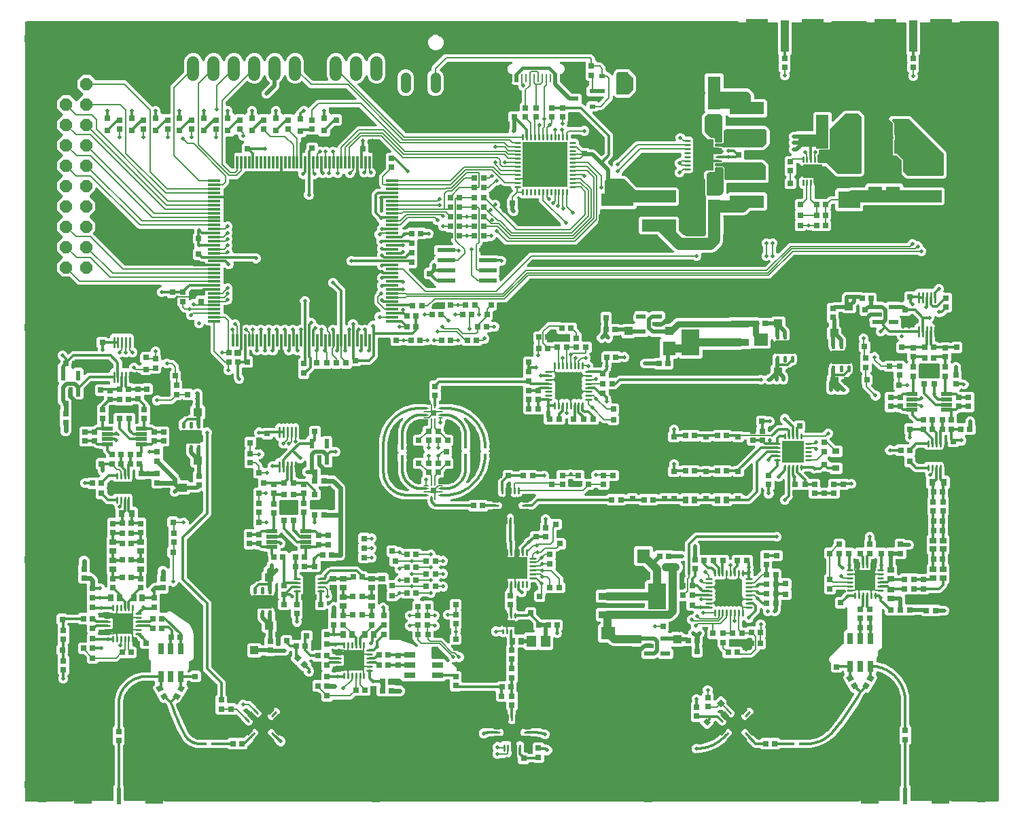
<source format=gbr>
G04 EAGLE Gerber RS-274X export*
G75*
%MOMM*%
%FSLAX34Y34*%
%LPD*%
%INTop Copper*%
%IPPOS*%
%AMOC8*
5,1,8,0,0,1.08239X$1,22.5*%
G01*
%ADD10R,0.720000X0.670000*%
%ADD11R,0.670000X0.720000*%
%ADD12R,1.000000X1.100000*%
%ADD13R,1.800000X1.600000*%
%ADD14R,1.600000X1.800000*%
%ADD15C,0.270000*%
%ADD16R,1.650000X2.380000*%
%ADD17R,1.470900X0.481500*%
%ADD18C,0.280000*%
%ADD19R,2.700000X2.700000*%
%ADD20R,3.100000X3.100000*%
%ADD21R,1.180100X0.609200*%
%ADD22C,0.200000*%
%ADD23R,0.760000X0.760000*%
%ADD24R,2.265100X0.929100*%
%ADD25R,2.265100X3.229100*%
%ADD26R,2.380000X1.650000*%
%ADD27C,0.279200*%
%ADD28R,1.600000X0.900000*%
%ADD29R,0.700000X0.900000*%
%ADD30R,0.900000X0.700000*%
%ADD31R,0.423900X0.570900*%
%ADD32C,0.396800*%
%ADD33R,2.400000X1.700000*%
%ADD34R,1.100000X1.000000*%
%ADD35R,4.200000X1.500000*%
%ADD36R,0.300000X1.600000*%
%ADD37R,1.600000X0.300000*%
%ADD38R,2.200000X0.600000*%
%ADD39R,0.609200X1.180100*%
%ADD40R,0.800000X0.800000*%
%ADD41C,0.281800*%
%ADD42R,2.060000X2.060000*%
%ADD43R,2.060000X2.060000*%
%ADD44C,0.264000*%
%ADD45R,2.500000X2.500000*%
%ADD46R,0.800000X1.400000*%
%ADD47R,1.400000X0.800000*%
%ADD48R,1.000000X4.000000*%
%ADD49R,2.667000X4.191000*%
%ADD50R,0.520000X1.000000*%
%ADD51R,0.270000X1.000000*%
%ADD52C,1.108000*%
%ADD53C,1.524000*%
%ADD54R,5.600000X5.600000*%
%ADD55P,1.649562X8X112.500000*%
%ADD56R,2.600000X4.000000*%
%ADD57C,0.250000*%
%ADD58R,1.500000X4.200000*%
%ADD59R,2.743200X2.159000*%
%ADD60R,0.900000X0.750000*%
%ADD61C,1.308000*%
%ADD62R,0.788400X0.541500*%
%ADD63R,1.195500X1.465300*%
%ADD64R,0.600000X2.100000*%
%ADD65R,2.286000X5.080000*%
%ADD66R,0.300000X0.600000*%
%ADD67R,0.350000X1.700000*%
%ADD68R,0.600000X0.300000*%
%ADD69R,1.700000X0.350000*%
%ADD70C,0.500000*%
%ADD71C,0.300000*%
%ADD72C,0.500000*%
%ADD73C,0.150000*%
%ADD74C,0.304800*%
%ADD75C,4.500000*%
%ADD76C,1.500000*%
%ADD77C,0.812800*%
%ADD78C,1.000000*%
%ADD79C,0.800000*%
%ADD80C,0.600000*%
%ADD81C,0.400000*%

G36*
X61146Y-16383D02*
X61146Y-16383D01*
X61285Y-16373D01*
X61317Y-16363D01*
X61351Y-16359D01*
X61482Y-16312D01*
X61615Y-16271D01*
X61644Y-16253D01*
X61676Y-16242D01*
X61793Y-16166D01*
X61913Y-16095D01*
X61947Y-16065D01*
X61966Y-16053D01*
X61989Y-16029D01*
X62068Y-15960D01*
X62629Y-15399D01*
X111900Y-15399D01*
X111935Y-15395D01*
X111971Y-15398D01*
X112107Y-15375D01*
X112243Y-15359D01*
X112277Y-15347D01*
X112312Y-15342D01*
X112439Y-15289D01*
X112569Y-15242D01*
X112598Y-15223D01*
X112631Y-15209D01*
X112743Y-15128D01*
X112858Y-15053D01*
X112883Y-15027D01*
X112911Y-15007D01*
X113002Y-14903D01*
X113097Y-14803D01*
X113115Y-14772D01*
X113138Y-14746D01*
X113202Y-14623D01*
X113272Y-14505D01*
X113282Y-14471D01*
X113299Y-14439D01*
X113333Y-14306D01*
X113374Y-14174D01*
X113376Y-14139D01*
X113385Y-14105D01*
X113399Y-13900D01*
X113399Y2991D01*
X114460Y4052D01*
X114547Y4161D01*
X114638Y4267D01*
X114654Y4297D01*
X114675Y4323D01*
X114734Y4449D01*
X114799Y4573D01*
X114807Y4606D01*
X114822Y4636D01*
X114850Y4773D01*
X114885Y4908D01*
X114888Y4953D01*
X114893Y4975D01*
X114892Y5008D01*
X114899Y5112D01*
X114899Y52838D01*
X114883Y52975D01*
X114873Y53115D01*
X114863Y53147D01*
X114859Y53181D01*
X114812Y53312D01*
X114771Y53445D01*
X114753Y53474D01*
X114742Y53506D01*
X114666Y53623D01*
X114595Y53743D01*
X114565Y53777D01*
X114553Y53796D01*
X114529Y53819D01*
X114460Y53898D01*
X112799Y55559D01*
X112799Y65396D01*
X112801Y65399D01*
X112859Y65524D01*
X112866Y65558D01*
X112880Y65591D01*
X112902Y65727D01*
X112930Y65862D01*
X112930Y65898D01*
X112935Y65933D01*
X112926Y66070D01*
X112922Y66208D01*
X112913Y66242D01*
X112911Y66278D01*
X112870Y66409D01*
X112835Y66542D01*
X112819Y66574D01*
X112808Y66608D01*
X112799Y66623D01*
X112799Y76441D01*
X114460Y78102D01*
X114547Y78211D01*
X114638Y78317D01*
X114654Y78347D01*
X114675Y78373D01*
X114734Y78499D01*
X114799Y78623D01*
X114807Y78656D01*
X114822Y78686D01*
X114850Y78823D01*
X114885Y78958D01*
X114888Y79003D01*
X114893Y79025D01*
X114892Y79058D01*
X114899Y79162D01*
X114899Y110694D01*
X117588Y120727D01*
X122781Y129723D01*
X130127Y137068D01*
X139123Y142262D01*
X149156Y144951D01*
X158912Y144951D01*
X159068Y144969D01*
X159223Y144983D01*
X159239Y144989D01*
X159256Y144991D01*
X159402Y145044D01*
X159551Y145093D01*
X159565Y145102D01*
X159581Y145108D01*
X159712Y145193D01*
X159845Y145276D01*
X159857Y145288D01*
X159871Y145297D01*
X159979Y145410D01*
X160089Y145520D01*
X160098Y145535D01*
X160109Y145547D01*
X160188Y145681D01*
X160270Y145815D01*
X160276Y145831D01*
X160284Y145845D01*
X160330Y145994D01*
X160380Y146143D01*
X160381Y146159D01*
X160386Y146176D01*
X160397Y146332D01*
X160411Y146487D01*
X160409Y146504D01*
X160410Y146521D01*
X160385Y146675D01*
X160363Y146829D01*
X160356Y146850D01*
X160354Y146862D01*
X160343Y146887D01*
X160298Y147024D01*
X159899Y147985D01*
X159899Y159266D01*
X159883Y159404D01*
X159873Y159544D01*
X159863Y159576D01*
X159859Y159610D01*
X159812Y159741D01*
X159771Y159874D01*
X159753Y159903D01*
X159742Y159935D01*
X159666Y160052D01*
X159595Y160172D01*
X159565Y160206D01*
X159553Y160224D01*
X159529Y160248D01*
X159460Y160326D01*
X158676Y161111D01*
X157899Y162985D01*
X157899Y173150D01*
X157895Y173185D01*
X157898Y173221D01*
X157875Y173357D01*
X157859Y173493D01*
X157847Y173527D01*
X157842Y173562D01*
X157789Y173689D01*
X157742Y173819D01*
X157723Y173848D01*
X157709Y173881D01*
X157628Y173993D01*
X157553Y174108D01*
X157527Y174133D01*
X157507Y174161D01*
X157403Y174252D01*
X157303Y174347D01*
X157272Y174365D01*
X157246Y174388D01*
X157123Y174452D01*
X157005Y174522D01*
X156971Y174532D01*
X156939Y174549D01*
X156806Y174583D01*
X156674Y174624D01*
X156639Y174626D01*
X156605Y174635D01*
X156400Y174649D01*
X148909Y174649D01*
X146799Y176759D01*
X146799Y182198D01*
X146789Y182284D01*
X146789Y182372D01*
X146769Y182456D01*
X146759Y182541D01*
X146730Y182623D01*
X146710Y182709D01*
X146671Y182785D01*
X146642Y182866D01*
X146594Y182939D01*
X146555Y183018D01*
X146500Y183084D01*
X146453Y183156D01*
X146390Y183216D01*
X146334Y183283D01*
X146265Y183335D01*
X146203Y183394D01*
X146127Y183439D01*
X146057Y183491D01*
X145929Y183555D01*
X145905Y183569D01*
X145893Y183573D01*
X145874Y183583D01*
X145467Y183751D01*
X143751Y185467D01*
X142865Y187606D01*
X142856Y187622D01*
X142851Y187640D01*
X142772Y187773D01*
X142697Y187908D01*
X142684Y187922D01*
X142675Y187938D01*
X142540Y188092D01*
X142492Y188140D01*
X142467Y188160D01*
X142464Y188163D01*
X142457Y188168D01*
X142383Y188227D01*
X142278Y188318D01*
X142248Y188334D01*
X142221Y188355D01*
X142095Y188414D01*
X141972Y188479D01*
X141939Y188487D01*
X141908Y188502D01*
X141772Y188530D01*
X141637Y188565D01*
X141592Y188568D01*
X141570Y188573D01*
X141536Y188572D01*
X141432Y188579D01*
X140387Y188579D01*
X139494Y188949D01*
X139344Y188992D01*
X139194Y189038D01*
X139177Y189039D01*
X139161Y189044D01*
X139006Y189051D01*
X138849Y189062D01*
X138833Y189059D01*
X138816Y189060D01*
X138662Y189031D01*
X138508Y189006D01*
X138493Y188999D01*
X138476Y188996D01*
X138333Y188933D01*
X138189Y188873D01*
X138175Y188863D01*
X138160Y188856D01*
X138035Y188762D01*
X137909Y188671D01*
X137897Y188658D01*
X137884Y188648D01*
X137784Y188528D01*
X137682Y188410D01*
X137674Y188395D01*
X137663Y188382D01*
X137594Y188242D01*
X137521Y188104D01*
X137517Y188087D01*
X137509Y188072D01*
X137474Y187921D01*
X137435Y187769D01*
X137433Y187747D01*
X137431Y187736D01*
X137431Y187708D01*
X137421Y187564D01*
X137421Y182695D01*
X137215Y182198D01*
X137210Y182180D01*
X137201Y182164D01*
X137162Y182014D01*
X137120Y181866D01*
X137119Y181847D01*
X137115Y181829D01*
X137101Y181624D01*
X137101Y178700D01*
X137105Y178665D01*
X137102Y178629D01*
X137125Y178493D01*
X137141Y178357D01*
X137153Y178323D01*
X137158Y178288D01*
X137211Y178161D01*
X137258Y178031D01*
X137277Y178002D01*
X137291Y177969D01*
X137372Y177857D01*
X137447Y177742D01*
X137473Y177717D01*
X137493Y177689D01*
X137597Y177598D01*
X137697Y177503D01*
X137728Y177485D01*
X137754Y177462D01*
X137877Y177398D01*
X137995Y177328D01*
X138029Y177318D01*
X138061Y177301D01*
X138194Y177267D01*
X138326Y177226D01*
X138361Y177224D01*
X138395Y177215D01*
X138600Y177201D01*
X140441Y177201D01*
X142551Y175091D01*
X142551Y164909D01*
X140441Y162799D01*
X130604Y162799D01*
X130601Y162801D01*
X130476Y162859D01*
X130442Y162866D01*
X130409Y162880D01*
X130273Y162902D01*
X130138Y162930D01*
X130102Y162930D01*
X130067Y162935D01*
X129930Y162926D01*
X129792Y162922D01*
X129758Y162913D01*
X129722Y162911D01*
X129591Y162870D01*
X129458Y162835D01*
X129426Y162819D01*
X129392Y162808D01*
X129377Y162799D01*
X123427Y162799D01*
X123288Y162783D01*
X123149Y162773D01*
X123117Y162763D01*
X123083Y162759D01*
X122952Y162712D01*
X122819Y162671D01*
X122790Y162653D01*
X122758Y162642D01*
X122641Y162566D01*
X122521Y162495D01*
X122487Y162465D01*
X122468Y162453D01*
X122445Y162429D01*
X122367Y162360D01*
X119106Y159100D01*
X117415Y158399D01*
X95662Y158399D01*
X95524Y158383D01*
X95385Y158373D01*
X95353Y158363D01*
X95319Y158359D01*
X95188Y158312D01*
X95055Y158271D01*
X95026Y158253D01*
X94994Y158242D01*
X94877Y158166D01*
X94757Y158095D01*
X94723Y158065D01*
X94704Y158053D01*
X94681Y158029D01*
X94602Y157960D01*
X92441Y155799D01*
X82759Y155799D01*
X80649Y157909D01*
X80649Y162823D01*
X80633Y162962D01*
X80623Y163101D01*
X80613Y163133D01*
X80609Y163167D01*
X80562Y163298D01*
X80521Y163431D01*
X80503Y163460D01*
X80492Y163492D01*
X80416Y163609D01*
X80345Y163729D01*
X80315Y163763D01*
X80303Y163782D01*
X80279Y163805D01*
X80210Y163883D01*
X76733Y167360D01*
X76624Y167447D01*
X76519Y167538D01*
X76489Y167554D01*
X76462Y167575D01*
X76336Y167634D01*
X76213Y167699D01*
X76180Y167707D01*
X76149Y167722D01*
X76013Y167750D01*
X75878Y167785D01*
X75833Y167788D01*
X75811Y167793D01*
X75777Y167792D01*
X75673Y167799D01*
X71559Y167799D01*
X69449Y169909D01*
X69449Y180091D01*
X71559Y182201D01*
X79150Y182201D01*
X79185Y182205D01*
X79221Y182202D01*
X79357Y182225D01*
X79493Y182241D01*
X79527Y182253D01*
X79562Y182258D01*
X79689Y182311D01*
X79819Y182358D01*
X79848Y182377D01*
X79881Y182391D01*
X79993Y182472D01*
X80108Y182547D01*
X80133Y182573D01*
X80161Y182593D01*
X80252Y182697D01*
X80347Y182797D01*
X80365Y182828D01*
X80388Y182854D01*
X80452Y182977D01*
X80522Y183095D01*
X80532Y183129D01*
X80549Y183161D01*
X80583Y183294D01*
X80624Y183426D01*
X80626Y183461D01*
X80635Y183495D01*
X80649Y183700D01*
X80649Y192091D01*
X80998Y192440D01*
X81020Y192468D01*
X81046Y192491D01*
X81087Y192548D01*
X81130Y192593D01*
X81163Y192648D01*
X81212Y192711D01*
X81227Y192743D01*
X81248Y192772D01*
X81279Y192846D01*
X81305Y192891D01*
X81321Y192943D01*
X81359Y193024D01*
X81367Y193059D01*
X81380Y193091D01*
X81394Y193180D01*
X81407Y193221D01*
X81410Y193267D01*
X81430Y193362D01*
X81430Y193398D01*
X81435Y193433D01*
X81428Y193530D01*
X81431Y193566D01*
X81425Y193604D01*
X81422Y193708D01*
X81413Y193742D01*
X81411Y193778D01*
X81380Y193877D01*
X81375Y193908D01*
X81363Y193937D01*
X81335Y194042D01*
X81319Y194074D01*
X81308Y194108D01*
X81253Y194202D01*
X81242Y194227D01*
X81226Y194249D01*
X81174Y194348D01*
X81150Y194375D01*
X81132Y194406D01*
X80998Y194560D01*
X80649Y194909D01*
X80649Y203300D01*
X80645Y203335D01*
X80648Y203371D01*
X80625Y203507D01*
X80609Y203643D01*
X80597Y203677D01*
X80592Y203712D01*
X80539Y203839D01*
X80492Y203969D01*
X80473Y203998D01*
X80459Y204031D01*
X80379Y204142D01*
X80303Y204258D01*
X80277Y204283D01*
X80257Y204311D01*
X80153Y204402D01*
X80053Y204497D01*
X80022Y204515D01*
X79996Y204538D01*
X79873Y204602D01*
X79755Y204672D01*
X79721Y204682D01*
X79689Y204699D01*
X79556Y204733D01*
X79424Y204774D01*
X79389Y204776D01*
X79355Y204785D01*
X79150Y204799D01*
X71559Y204799D01*
X69898Y206460D01*
X69789Y206547D01*
X69683Y206638D01*
X69653Y206654D01*
X69627Y206675D01*
X69501Y206734D01*
X69377Y206799D01*
X69344Y206807D01*
X69314Y206822D01*
X69177Y206850D01*
X69042Y206885D01*
X68997Y206888D01*
X68975Y206893D01*
X68942Y206892D01*
X68838Y206899D01*
X58050Y206899D01*
X58015Y206895D01*
X57979Y206898D01*
X57843Y206875D01*
X57707Y206859D01*
X57673Y206847D01*
X57638Y206842D01*
X57511Y206789D01*
X57381Y206742D01*
X57352Y206723D01*
X57319Y206709D01*
X57207Y206628D01*
X57092Y206553D01*
X57067Y206527D01*
X57039Y206507D01*
X56948Y206403D01*
X56853Y206303D01*
X56835Y206272D01*
X56812Y206246D01*
X56748Y206123D01*
X56722Y206080D01*
X56702Y206060D01*
X56680Y206032D01*
X56654Y206009D01*
X56573Y205897D01*
X56488Y205789D01*
X56473Y205757D01*
X56452Y205728D01*
X56399Y205601D01*
X56341Y205476D01*
X56333Y205441D01*
X56320Y205409D01*
X56298Y205272D01*
X56270Y205138D01*
X56270Y205102D01*
X56265Y205067D01*
X56274Y204930D01*
X56278Y204792D01*
X56287Y204758D01*
X56289Y204722D01*
X56330Y204591D01*
X56365Y204458D01*
X56381Y204426D01*
X56392Y204392D01*
X56462Y204273D01*
X56526Y204152D01*
X56549Y204125D01*
X56568Y204095D01*
X56702Y203940D01*
X58201Y202441D01*
X58201Y192613D01*
X58194Y192601D01*
X58184Y192567D01*
X58141Y192476D01*
X58134Y192442D01*
X58120Y192409D01*
X58104Y192309D01*
X58092Y192271D01*
X58089Y192232D01*
X58070Y192138D01*
X58070Y192102D01*
X58065Y192067D01*
X58071Y191972D01*
X58068Y191926D01*
X58076Y191882D01*
X58078Y191792D01*
X58087Y191758D01*
X58089Y191722D01*
X58116Y191637D01*
X58124Y191585D01*
X58144Y191538D01*
X58165Y191458D01*
X58181Y191426D01*
X58192Y191392D01*
X58201Y191377D01*
X58201Y181559D01*
X56702Y180060D01*
X56680Y180032D01*
X56654Y180009D01*
X56573Y179897D01*
X56488Y179789D01*
X56473Y179757D01*
X56452Y179728D01*
X56399Y179601D01*
X56341Y179476D01*
X56334Y179441D01*
X56320Y179409D01*
X56298Y179272D01*
X56270Y179138D01*
X56270Y179102D01*
X56265Y179067D01*
X56274Y178930D01*
X56278Y178792D01*
X56287Y178758D01*
X56289Y178722D01*
X56330Y178591D01*
X56365Y178458D01*
X56381Y178426D01*
X56392Y178392D01*
X56462Y178274D01*
X56526Y178152D01*
X56550Y178125D01*
X56551Y178123D01*
X56551Y167869D01*
X56488Y167789D01*
X56473Y167757D01*
X56452Y167728D01*
X56399Y167601D01*
X56341Y167476D01*
X56334Y167442D01*
X56320Y167409D01*
X56298Y167272D01*
X56270Y167138D01*
X56270Y167102D01*
X56265Y167067D01*
X56274Y166930D01*
X56278Y166792D01*
X56287Y166758D01*
X56289Y166722D01*
X56330Y166591D01*
X56365Y166458D01*
X56381Y166426D01*
X56392Y166392D01*
X56462Y166274D01*
X56526Y166152D01*
X56550Y166125D01*
X56568Y166095D01*
X56702Y165940D01*
X58201Y164441D01*
X58201Y154604D01*
X58199Y154601D01*
X58141Y154476D01*
X58133Y154441D01*
X58120Y154408D01*
X58098Y154273D01*
X58070Y154138D01*
X58070Y154102D01*
X58065Y154067D01*
X58074Y153930D01*
X58078Y153792D01*
X58087Y153758D01*
X58089Y153722D01*
X58130Y153591D01*
X58165Y153458D01*
X58181Y153426D01*
X58192Y153392D01*
X58201Y153377D01*
X58201Y143559D01*
X56566Y141924D01*
X56511Y141855D01*
X56450Y141793D01*
X56404Y141720D01*
X56351Y141653D01*
X56314Y141573D01*
X56268Y141499D01*
X56241Y141417D01*
X56204Y141340D01*
X56186Y141254D01*
X56158Y141171D01*
X56151Y141085D01*
X56133Y141001D01*
X56135Y140914D01*
X56127Y140826D01*
X56139Y140742D01*
X56141Y140656D01*
X56163Y140571D01*
X56175Y140484D01*
X56221Y140348D01*
X56228Y140321D01*
X56234Y140310D01*
X56241Y140290D01*
X57101Y138213D01*
X57101Y135786D01*
X56172Y133544D01*
X54456Y131828D01*
X52214Y130899D01*
X49786Y130899D01*
X47544Y131828D01*
X45828Y133544D01*
X44899Y135786D01*
X44899Y138213D01*
X45759Y140290D01*
X45783Y140374D01*
X45817Y140455D01*
X45830Y140540D01*
X45854Y140622D01*
X45858Y140710D01*
X45872Y140796D01*
X45866Y140882D01*
X45870Y140968D01*
X45854Y141054D01*
X45847Y141141D01*
X45822Y141223D01*
X45806Y141307D01*
X45771Y141388D01*
X45745Y141471D01*
X45701Y141545D01*
X45666Y141624D01*
X45614Y141693D01*
X45569Y141769D01*
X45475Y141877D01*
X45458Y141899D01*
X45449Y141907D01*
X45434Y141924D01*
X43799Y143559D01*
X43799Y153396D01*
X43801Y153399D01*
X43859Y153524D01*
X43866Y153558D01*
X43880Y153591D01*
X43902Y153727D01*
X43930Y153862D01*
X43930Y153898D01*
X43935Y153933D01*
X43926Y154070D01*
X43922Y154208D01*
X43913Y154242D01*
X43911Y154278D01*
X43870Y154409D01*
X43835Y154542D01*
X43819Y154574D01*
X43808Y154608D01*
X43799Y154623D01*
X43799Y164441D01*
X43898Y164540D01*
X43920Y164568D01*
X43946Y164591D01*
X44027Y164703D01*
X44112Y164811D01*
X44127Y164843D01*
X44148Y164872D01*
X44201Y164999D01*
X44259Y165124D01*
X44267Y165159D01*
X44280Y165191D01*
X44302Y165328D01*
X44330Y165462D01*
X44330Y165498D01*
X44335Y165533D01*
X44326Y165670D01*
X44322Y165808D01*
X44313Y165842D01*
X44311Y165878D01*
X44270Y166009D01*
X44235Y166142D01*
X44219Y166174D01*
X44208Y166208D01*
X44138Y166327D01*
X44074Y166448D01*
X44051Y166475D01*
X44032Y166506D01*
X43898Y166660D01*
X42649Y167909D01*
X42649Y178091D01*
X43898Y179340D01*
X43920Y179368D01*
X43946Y179391D01*
X44027Y179503D01*
X44112Y179611D01*
X44127Y179643D01*
X44148Y179672D01*
X44201Y179799D01*
X44259Y179924D01*
X44267Y179959D01*
X44280Y179991D01*
X44302Y180128D01*
X44330Y180262D01*
X44330Y180298D01*
X44335Y180333D01*
X44326Y180470D01*
X44322Y180608D01*
X44313Y180642D01*
X44311Y180678D01*
X44270Y180809D01*
X44235Y180942D01*
X44219Y180974D01*
X44208Y181008D01*
X44138Y181127D01*
X44074Y181248D01*
X44050Y181275D01*
X44032Y181306D01*
X43898Y181460D01*
X43799Y181559D01*
X43799Y191380D01*
X43806Y191392D01*
X43823Y191446D01*
X43859Y191524D01*
X43867Y191559D01*
X43880Y191592D01*
X43894Y191676D01*
X43908Y191722D01*
X43911Y191772D01*
X43930Y191862D01*
X43930Y191898D01*
X43935Y191933D01*
X43929Y192025D01*
X43932Y192067D01*
X43925Y192110D01*
X43922Y192208D01*
X43913Y192242D01*
X43911Y192278D01*
X43882Y192371D01*
X43876Y192408D01*
X43861Y192444D01*
X43835Y192542D01*
X43819Y192574D01*
X43808Y192608D01*
X43799Y192623D01*
X43799Y202441D01*
X43898Y202540D01*
X43920Y202568D01*
X43946Y202591D01*
X44027Y202703D01*
X44112Y202811D01*
X44127Y202843D01*
X44148Y202872D01*
X44201Y203000D01*
X44259Y203124D01*
X44266Y203158D01*
X44280Y203191D01*
X44302Y203328D01*
X44330Y203462D01*
X44330Y203498D01*
X44335Y203533D01*
X44326Y203670D01*
X44322Y203808D01*
X44313Y203842D01*
X44311Y203878D01*
X44270Y204009D01*
X44235Y204142D01*
X44219Y204174D01*
X44208Y204208D01*
X44138Y204326D01*
X44074Y204448D01*
X44051Y204475D01*
X44032Y204505D01*
X43898Y204660D01*
X42649Y205909D01*
X42649Y216091D01*
X44759Y218201D01*
X54441Y218201D01*
X55102Y217540D01*
X55211Y217453D01*
X55317Y217362D01*
X55347Y217346D01*
X55373Y217325D01*
X55499Y217266D01*
X55623Y217201D01*
X55656Y217193D01*
X55686Y217178D01*
X55823Y217150D01*
X55958Y217115D01*
X56003Y217112D01*
X56025Y217107D01*
X56058Y217108D01*
X56162Y217101D01*
X68838Y217101D01*
X68976Y217117D01*
X69115Y217127D01*
X69147Y217137D01*
X69181Y217141D01*
X69312Y217188D01*
X69445Y217229D01*
X69474Y217247D01*
X69506Y217258D01*
X69623Y217334D01*
X69743Y217405D01*
X69777Y217435D01*
X69796Y217447D01*
X69819Y217471D01*
X69898Y217540D01*
X71559Y219201D01*
X79150Y219201D01*
X79185Y219205D01*
X79221Y219202D01*
X79357Y219225D01*
X79493Y219241D01*
X79527Y219253D01*
X79562Y219258D01*
X79689Y219311D01*
X79819Y219358D01*
X79848Y219377D01*
X79881Y219391D01*
X79993Y219472D01*
X80108Y219547D01*
X80133Y219573D01*
X80161Y219593D01*
X80252Y219697D01*
X80347Y219797D01*
X80365Y219828D01*
X80388Y219854D01*
X80452Y219977D01*
X80522Y220095D01*
X80532Y220129D01*
X80549Y220161D01*
X80583Y220294D01*
X80624Y220426D01*
X80626Y220461D01*
X80635Y220495D01*
X80649Y220700D01*
X80649Y231131D01*
X80712Y231211D01*
X80727Y231243D01*
X80748Y231272D01*
X80801Y231399D01*
X80859Y231524D01*
X80867Y231559D01*
X80880Y231591D01*
X80902Y231727D01*
X80930Y231862D01*
X80930Y231898D01*
X80935Y231933D01*
X80926Y232070D01*
X80922Y232208D01*
X80913Y232242D01*
X80911Y232278D01*
X80870Y232409D01*
X80835Y232542D01*
X80819Y232574D01*
X80808Y232608D01*
X80738Y232727D01*
X80674Y232848D01*
X80650Y232875D01*
X80649Y232877D01*
X80649Y243131D01*
X80712Y243211D01*
X80727Y243243D01*
X80748Y243272D01*
X80801Y243399D01*
X80859Y243524D01*
X80867Y243559D01*
X80880Y243591D01*
X80902Y243727D01*
X80930Y243862D01*
X80930Y243898D01*
X80935Y243933D01*
X80926Y244070D01*
X80922Y244208D01*
X80913Y244242D01*
X80911Y244278D01*
X80870Y244409D01*
X80835Y244542D01*
X80819Y244574D01*
X80808Y244608D01*
X80738Y244727D01*
X80674Y244848D01*
X80650Y244875D01*
X80649Y244877D01*
X80649Y253950D01*
X80645Y253985D01*
X80648Y254021D01*
X80625Y254156D01*
X80609Y254293D01*
X80597Y254327D01*
X80592Y254362D01*
X80539Y254489D01*
X80492Y254619D01*
X80473Y254648D01*
X80459Y254681D01*
X80378Y254793D01*
X80303Y254908D01*
X80277Y254933D01*
X80257Y254961D01*
X80153Y255052D01*
X80053Y255147D01*
X80022Y255165D01*
X79996Y255188D01*
X79873Y255252D01*
X79755Y255322D01*
X79721Y255332D01*
X79689Y255349D01*
X79556Y255383D01*
X79424Y255424D01*
X79389Y255426D01*
X79355Y255435D01*
X79150Y255449D01*
X71909Y255449D01*
X69799Y257559D01*
X69799Y267396D01*
X69801Y267399D01*
X69859Y267524D01*
X69866Y267558D01*
X69880Y267591D01*
X69902Y267727D01*
X69930Y267862D01*
X69930Y267898D01*
X69935Y267933D01*
X69926Y268070D01*
X69922Y268208D01*
X69913Y268242D01*
X69911Y268278D01*
X69870Y268409D01*
X69835Y268542D01*
X69819Y268574D01*
X69808Y268608D01*
X69799Y268623D01*
X69799Y278441D01*
X69960Y278602D01*
X70047Y278711D01*
X70138Y278817D01*
X70154Y278847D01*
X70175Y278873D01*
X70234Y278999D01*
X70299Y279123D01*
X70307Y279156D01*
X70322Y279186D01*
X70350Y279322D01*
X70385Y279458D01*
X70388Y279503D01*
X70393Y279525D01*
X70392Y279558D01*
X70399Y279662D01*
X70399Y285313D01*
X71404Y287739D01*
X73261Y289596D01*
X75687Y290601D01*
X78313Y290601D01*
X80739Y289596D01*
X82596Y287739D01*
X83601Y285313D01*
X83601Y279662D01*
X83617Y279524D01*
X83627Y279385D01*
X83637Y279352D01*
X83641Y279319D01*
X83688Y279188D01*
X83729Y279055D01*
X83747Y279026D01*
X83758Y278994D01*
X83834Y278877D01*
X83905Y278757D01*
X83935Y278723D01*
X83947Y278704D01*
X83971Y278681D01*
X84040Y278602D01*
X84201Y278441D01*
X84201Y270500D01*
X84205Y270465D01*
X84202Y270429D01*
X84225Y270293D01*
X84241Y270157D01*
X84253Y270123D01*
X84258Y270088D01*
X84311Y269961D01*
X84358Y269831D01*
X84377Y269802D01*
X84391Y269769D01*
X84472Y269657D01*
X84547Y269542D01*
X84573Y269517D01*
X84593Y269489D01*
X84697Y269398D01*
X84797Y269303D01*
X84828Y269285D01*
X84854Y269262D01*
X84977Y269198D01*
X85095Y269128D01*
X85129Y269118D01*
X85161Y269101D01*
X85294Y269067D01*
X85426Y269026D01*
X85461Y269024D01*
X85495Y269015D01*
X85700Y269001D01*
X85913Y269001D01*
X88339Y267996D01*
X93196Y263139D01*
X94201Y260713D01*
X94201Y257600D01*
X94205Y257565D01*
X94202Y257529D01*
X94225Y257393D01*
X94241Y257257D01*
X94253Y257223D01*
X94258Y257188D01*
X94311Y257061D01*
X94358Y256931D01*
X94377Y256902D01*
X94391Y256869D01*
X94472Y256757D01*
X94547Y256642D01*
X94573Y256617D01*
X94593Y256589D01*
X94697Y256498D01*
X94797Y256403D01*
X94828Y256385D01*
X94854Y256362D01*
X94977Y256298D01*
X95095Y256228D01*
X95129Y256218D01*
X95161Y256201D01*
X95294Y256167D01*
X95426Y256126D01*
X95461Y256124D01*
X95495Y256115D01*
X95700Y256101D01*
X98214Y256101D01*
X100456Y255172D01*
X102172Y253456D01*
X102915Y251662D01*
X102940Y251616D01*
X102958Y251567D01*
X103024Y251466D01*
X103083Y251360D01*
X103118Y251321D01*
X103147Y251278D01*
X103235Y251194D01*
X103316Y251105D01*
X103359Y251075D01*
X103397Y251039D01*
X103502Y250978D01*
X103601Y250909D01*
X103650Y250890D01*
X103695Y250864D01*
X103811Y250828D01*
X103924Y250785D01*
X103976Y250777D01*
X104026Y250762D01*
X104146Y250754D01*
X104266Y250737D01*
X104318Y250742D01*
X104371Y250738D01*
X104490Y250758D01*
X104611Y250769D01*
X104660Y250786D01*
X104712Y250794D01*
X104824Y250841D01*
X104938Y250879D01*
X104983Y250907D01*
X105031Y250927D01*
X105129Y250998D01*
X105232Y251062D01*
X105269Y251099D01*
X105311Y251129D01*
X105391Y251221D01*
X105476Y251306D01*
X105504Y251351D01*
X105538Y251390D01*
X105594Y251498D01*
X105658Y251600D01*
X105675Y251650D01*
X105699Y251696D01*
X105729Y251814D01*
X105767Y251928D01*
X105772Y251981D01*
X105785Y252031D01*
X105799Y252236D01*
X105799Y255396D01*
X105801Y255399D01*
X105859Y255524D01*
X105866Y255558D01*
X105880Y255591D01*
X105902Y255727D01*
X105930Y255862D01*
X105930Y255898D01*
X105935Y255933D01*
X105926Y256070D01*
X105922Y256208D01*
X105913Y256242D01*
X105911Y256278D01*
X105870Y256409D01*
X105835Y256542D01*
X105819Y256574D01*
X105808Y256608D01*
X105799Y256623D01*
X105799Y267004D01*
X105797Y267022D01*
X105798Y267030D01*
X105793Y267057D01*
X105783Y267141D01*
X105773Y267281D01*
X105763Y267313D01*
X105759Y267347D01*
X105712Y267478D01*
X105671Y267611D01*
X105653Y267640D01*
X105642Y267672D01*
X105566Y267789D01*
X105495Y267909D01*
X105465Y267943D01*
X105453Y267962D01*
X105429Y267985D01*
X105360Y268064D01*
X104899Y268525D01*
X104899Y289479D01*
X104912Y289491D01*
X104993Y289603D01*
X105078Y289711D01*
X105093Y289743D01*
X105114Y289772D01*
X105167Y289899D01*
X105225Y290024D01*
X105232Y290058D01*
X105246Y290091D01*
X105268Y290228D01*
X105296Y290362D01*
X105296Y290398D01*
X105301Y290433D01*
X105292Y290570D01*
X105288Y290708D01*
X105279Y290742D01*
X105277Y290778D01*
X105236Y290909D01*
X105201Y291042D01*
X105185Y291074D01*
X105174Y291108D01*
X105104Y291226D01*
X105040Y291348D01*
X105017Y291375D01*
X104998Y291405D01*
X104899Y291519D01*
X104899Y312475D01*
X105360Y312936D01*
X105447Y313045D01*
X105538Y313151D01*
X105554Y313181D01*
X105575Y313207D01*
X105634Y313333D01*
X105699Y313457D01*
X105707Y313490D01*
X105722Y313520D01*
X105750Y313657D01*
X105785Y313792D01*
X105788Y313837D01*
X105793Y313859D01*
X105792Y313892D01*
X105799Y313996D01*
X105799Y324396D01*
X105801Y324399D01*
X105859Y324524D01*
X105867Y324559D01*
X105880Y324592D01*
X105902Y324727D01*
X105930Y324862D01*
X105930Y324898D01*
X105935Y324933D01*
X105926Y325070D01*
X105922Y325208D01*
X105913Y325242D01*
X105911Y325278D01*
X105870Y325409D01*
X105835Y325542D01*
X105819Y325574D01*
X105808Y325608D01*
X105799Y325623D01*
X105799Y335441D01*
X107909Y337551D01*
X114884Y337551D01*
X114919Y337555D01*
X114955Y337552D01*
X115091Y337575D01*
X115227Y337591D01*
X115261Y337603D01*
X115296Y337608D01*
X115423Y337661D01*
X115553Y337708D01*
X115582Y337727D01*
X115615Y337741D01*
X115727Y337822D01*
X115842Y337897D01*
X115867Y337923D01*
X115895Y337943D01*
X115986Y338047D01*
X116081Y338147D01*
X116099Y338178D01*
X116122Y338204D01*
X116186Y338327D01*
X116256Y338445D01*
X116266Y338479D01*
X116283Y338511D01*
X116317Y338644D01*
X116358Y338776D01*
X116360Y338811D01*
X116369Y338845D01*
X116383Y339050D01*
X116383Y346868D01*
X116367Y347006D01*
X116357Y347146D01*
X116347Y347178D01*
X116343Y347211D01*
X116296Y347342D01*
X116255Y347476D01*
X116237Y347505D01*
X116226Y347537D01*
X116150Y347653D01*
X116079Y347773D01*
X116049Y347808D01*
X116037Y347826D01*
X116013Y347849D01*
X115944Y347928D01*
X115828Y348044D01*
X114899Y350286D01*
X114899Y351769D01*
X114883Y351907D01*
X114873Y352046D01*
X114863Y352079D01*
X114859Y352112D01*
X114812Y352243D01*
X114771Y352376D01*
X114753Y352406D01*
X114742Y352437D01*
X114666Y352554D01*
X114595Y352674D01*
X114565Y352708D01*
X114553Y352727D01*
X114529Y352750D01*
X114460Y352829D01*
X113303Y353986D01*
X113297Y354001D01*
X113254Y354077D01*
X113221Y354158D01*
X113171Y354228D01*
X113129Y354303D01*
X113070Y354367D01*
X113018Y354438D01*
X112954Y354495D01*
X112896Y354558D01*
X112823Y354608D01*
X112757Y354665D01*
X112681Y354705D01*
X112610Y354754D01*
X112529Y354785D01*
X112451Y354826D01*
X112368Y354847D01*
X112288Y354878D01*
X112201Y354890D01*
X112116Y354912D01*
X111973Y354922D01*
X111945Y354926D01*
X111934Y354925D01*
X111912Y354926D01*
X105558Y354926D01*
X103684Y355703D01*
X99026Y360360D01*
X98917Y360447D01*
X98812Y360538D01*
X98782Y360554D01*
X98755Y360575D01*
X98629Y360634D01*
X98506Y360699D01*
X98473Y360707D01*
X98442Y360722D01*
X98306Y360750D01*
X98171Y360785D01*
X98126Y360788D01*
X98104Y360793D01*
X98070Y360792D01*
X97966Y360799D01*
X93759Y360799D01*
X91649Y362909D01*
X91649Y372300D01*
X91645Y372335D01*
X91648Y372371D01*
X91625Y372507D01*
X91609Y372643D01*
X91597Y372677D01*
X91592Y372712D01*
X91539Y372839D01*
X91492Y372969D01*
X91473Y372998D01*
X91459Y373031D01*
X91378Y373143D01*
X91303Y373258D01*
X91277Y373283D01*
X91257Y373311D01*
X91153Y373402D01*
X91053Y373497D01*
X91022Y373515D01*
X90996Y373538D01*
X90873Y373602D01*
X90755Y373672D01*
X90721Y373682D01*
X90689Y373699D01*
X90556Y373733D01*
X90424Y373774D01*
X90389Y373776D01*
X90355Y373785D01*
X90150Y373799D01*
X82559Y373799D01*
X81509Y374848D01*
X81441Y374903D01*
X81379Y374965D01*
X81306Y375010D01*
X81238Y375063D01*
X81159Y375100D01*
X81085Y375146D01*
X81003Y375174D01*
X80925Y375210D01*
X80840Y375228D01*
X80757Y375256D01*
X80671Y375264D01*
X80587Y375281D01*
X80499Y375279D01*
X80412Y375287D01*
X80327Y375275D01*
X80241Y375273D01*
X80157Y375251D01*
X80070Y375239D01*
X79933Y375193D01*
X79907Y375186D01*
X79896Y375180D01*
X79875Y375173D01*
X79214Y374899D01*
X76786Y374899D01*
X74544Y375828D01*
X72828Y377544D01*
X71899Y379786D01*
X71899Y382214D01*
X72828Y384456D01*
X74544Y386172D01*
X76786Y387101D01*
X79214Y387101D01*
X79875Y386827D01*
X79960Y386803D01*
X80041Y386769D01*
X80126Y386755D01*
X80208Y386732D01*
X80295Y386728D01*
X80382Y386714D01*
X80468Y386720D01*
X80553Y386716D01*
X80639Y386732D01*
X80727Y386738D01*
X80809Y386764D01*
X80893Y386780D01*
X80973Y386815D01*
X81057Y386841D01*
X81131Y386885D01*
X81209Y386919D01*
X81279Y386972D01*
X81355Y387017D01*
X81463Y387111D01*
X81485Y387128D01*
X81493Y387137D01*
X81509Y387152D01*
X82559Y388201D01*
X92396Y388201D01*
X92399Y388199D01*
X92524Y388141D01*
X92558Y388134D01*
X92591Y388120D01*
X92727Y388098D01*
X92862Y388070D01*
X92898Y388070D01*
X92933Y388065D01*
X93070Y388074D01*
X93208Y388078D01*
X93242Y388087D01*
X93278Y388089D01*
X93409Y388130D01*
X93542Y388165D01*
X93574Y388181D01*
X93608Y388192D01*
X93623Y388201D01*
X95552Y388201D01*
X95656Y388213D01*
X95760Y388215D01*
X95827Y388233D01*
X95895Y388241D01*
X95994Y388276D01*
X96095Y388302D01*
X96156Y388335D01*
X96221Y388358D01*
X96308Y388415D01*
X96400Y388464D01*
X96452Y388509D01*
X96510Y388547D01*
X96582Y388622D01*
X96661Y388691D01*
X96701Y388747D01*
X96749Y388797D01*
X96802Y388887D01*
X96863Y388972D01*
X96889Y389036D01*
X96924Y389095D01*
X96955Y389195D01*
X96995Y389291D01*
X97006Y389360D01*
X97026Y389426D01*
X97033Y389530D01*
X97050Y389633D01*
X97045Y389702D01*
X97050Y389771D01*
X97033Y389873D01*
X97025Y389978D01*
X97005Y390044D01*
X96994Y390112D01*
X96954Y390208D01*
X96923Y390308D01*
X96887Y390367D01*
X96861Y390431D01*
X96800Y390516D01*
X96747Y390605D01*
X96679Y390684D01*
X96659Y390711D01*
X96642Y390726D01*
X96612Y390760D01*
X94828Y392544D01*
X93899Y394786D01*
X93899Y397038D01*
X93883Y397176D01*
X93873Y397315D01*
X93863Y397347D01*
X93859Y397381D01*
X93812Y397512D01*
X93771Y397645D01*
X93753Y397674D01*
X93742Y397706D01*
X93666Y397823D01*
X93595Y397943D01*
X93565Y397977D01*
X93553Y397996D01*
X93529Y398019D01*
X93460Y398098D01*
X91649Y399909D01*
X91649Y410091D01*
X93759Y412201D01*
X102950Y412201D01*
X102985Y412205D01*
X103021Y412202D01*
X103157Y412225D01*
X103293Y412241D01*
X103327Y412253D01*
X103362Y412258D01*
X103489Y412311D01*
X103619Y412358D01*
X103648Y412377D01*
X103681Y412391D01*
X103793Y412472D01*
X103908Y412547D01*
X103933Y412573D01*
X103961Y412593D01*
X104052Y412697D01*
X104147Y412797D01*
X104165Y412828D01*
X104188Y412854D01*
X104252Y412977D01*
X104322Y413095D01*
X104332Y413129D01*
X104349Y413161D01*
X104383Y413294D01*
X104424Y413426D01*
X104426Y413461D01*
X104435Y413495D01*
X104449Y413700D01*
X104449Y415216D01*
X104433Y415354D01*
X104423Y415494D01*
X104413Y415526D01*
X104409Y415560D01*
X104362Y415691D01*
X104321Y415824D01*
X104303Y415853D01*
X104292Y415885D01*
X104216Y416002D01*
X104145Y416122D01*
X104115Y416156D01*
X104103Y416174D01*
X104079Y416198D01*
X104010Y416276D01*
X101180Y419107D01*
X100403Y420981D01*
X100403Y421743D01*
X100399Y421778D01*
X100402Y421813D01*
X100379Y421949D01*
X100363Y422086D01*
X100351Y422119D01*
X100346Y422154D01*
X100293Y422281D01*
X100246Y422411D01*
X100227Y422441D01*
X100213Y422474D01*
X100132Y422585D01*
X100057Y422701D01*
X100031Y422725D01*
X100011Y422754D01*
X99907Y422844D01*
X99807Y422939D01*
X99776Y422957D01*
X99750Y422981D01*
X99627Y423045D01*
X99509Y423114D01*
X99475Y423125D01*
X99443Y423141D01*
X99310Y423176D01*
X99178Y423216D01*
X99143Y423219D01*
X99109Y423228D01*
X98904Y423242D01*
X96658Y423242D01*
X96190Y423710D01*
X96081Y423797D01*
X95975Y423888D01*
X95945Y423904D01*
X95919Y423925D01*
X95793Y423984D01*
X95669Y424049D01*
X95636Y424057D01*
X95606Y424072D01*
X95469Y424100D01*
X95334Y424135D01*
X95289Y424138D01*
X95267Y424143D01*
X95234Y424142D01*
X95130Y424149D01*
X92235Y424149D01*
X90361Y424926D01*
X89276Y426010D01*
X89167Y426097D01*
X89062Y426188D01*
X89032Y426204D01*
X89005Y426225D01*
X88879Y426284D01*
X88756Y426349D01*
X88723Y426357D01*
X88692Y426372D01*
X88556Y426400D01*
X88421Y426435D01*
X88376Y426438D01*
X88354Y426443D01*
X88320Y426442D01*
X88216Y426449D01*
X84869Y426449D01*
X84789Y426512D01*
X84757Y426527D01*
X84728Y426548D01*
X84601Y426601D01*
X84476Y426659D01*
X84441Y426667D01*
X84409Y426680D01*
X84273Y426702D01*
X84138Y426730D01*
X84102Y426730D01*
X84067Y426735D01*
X83930Y426726D01*
X83792Y426722D01*
X83758Y426713D01*
X83722Y426711D01*
X83591Y426670D01*
X83458Y426635D01*
X83426Y426619D01*
X83392Y426608D01*
X83273Y426538D01*
X83152Y426474D01*
X83125Y426450D01*
X83123Y426449D01*
X72909Y426449D01*
X70799Y428559D01*
X70799Y438396D01*
X70801Y438399D01*
X70859Y438524D01*
X70866Y438558D01*
X70880Y438591D01*
X70902Y438727D01*
X70930Y438862D01*
X70930Y438898D01*
X70935Y438933D01*
X70926Y439070D01*
X70922Y439208D01*
X70913Y439242D01*
X70911Y439278D01*
X70870Y439409D01*
X70835Y439542D01*
X70819Y439574D01*
X70808Y439608D01*
X70799Y439623D01*
X70799Y449441D01*
X72909Y451551D01*
X83131Y451551D01*
X83211Y451488D01*
X83243Y451473D01*
X83272Y451452D01*
X83399Y451399D01*
X83524Y451341D01*
X83558Y451334D01*
X83591Y451320D01*
X83728Y451298D01*
X83862Y451270D01*
X83898Y451270D01*
X83933Y451265D01*
X84070Y451274D01*
X84208Y451278D01*
X84242Y451287D01*
X84278Y451289D01*
X84409Y451330D01*
X84542Y451365D01*
X84574Y451381D01*
X84608Y451392D01*
X84726Y451462D01*
X84848Y451526D01*
X84875Y451550D01*
X84877Y451551D01*
X88216Y451551D01*
X88354Y451567D01*
X88494Y451577D01*
X88526Y451587D01*
X88560Y451591D01*
X88691Y451638D01*
X88824Y451679D01*
X88853Y451697D01*
X88885Y451708D01*
X89002Y451784D01*
X89122Y451855D01*
X89156Y451885D01*
X89174Y451897D01*
X89198Y451921D01*
X89276Y451990D01*
X90361Y453074D01*
X92476Y453950D01*
X92612Y454026D01*
X92750Y454099D01*
X92763Y454110D01*
X92778Y454119D01*
X92893Y454224D01*
X93011Y454326D01*
X93021Y454340D01*
X93033Y454352D01*
X93122Y454481D01*
X93213Y454607D01*
X93219Y454623D01*
X93229Y454637D01*
X93285Y454783D01*
X93345Y454927D01*
X93347Y454943D01*
X93353Y454959D01*
X93375Y455114D01*
X93400Y455268D01*
X93399Y455285D01*
X93401Y455302D01*
X93387Y455457D01*
X93375Y455613D01*
X93370Y455629D01*
X93369Y455646D01*
X93319Y455793D01*
X93273Y455943D01*
X93264Y455958D01*
X93259Y455974D01*
X93176Y456107D01*
X93097Y456241D01*
X93083Y456257D01*
X93076Y456268D01*
X93057Y456287D01*
X92962Y456396D01*
X92799Y456559D01*
X92799Y466396D01*
X92801Y466399D01*
X92859Y466524D01*
X92867Y466559D01*
X92880Y466592D01*
X92902Y466727D01*
X92930Y466862D01*
X92930Y466898D01*
X92935Y466933D01*
X92926Y467070D01*
X92922Y467208D01*
X92913Y467242D01*
X92911Y467278D01*
X92870Y467409D01*
X92835Y467542D01*
X92819Y467574D01*
X92808Y467608D01*
X92799Y467623D01*
X92799Y477441D01*
X94909Y479551D01*
X95316Y479551D01*
X95454Y479567D01*
X95594Y479577D01*
X95626Y479587D01*
X95660Y479591D01*
X95791Y479638D01*
X95924Y479679D01*
X95953Y479697D01*
X95985Y479708D01*
X96102Y479784D01*
X96222Y479855D01*
X96256Y479885D01*
X96274Y479897D01*
X96298Y479921D01*
X96376Y479990D01*
X101360Y484974D01*
X101447Y485083D01*
X101538Y485188D01*
X101554Y485218D01*
X101575Y485245D01*
X101634Y485371D01*
X101699Y485494D01*
X101707Y485527D01*
X101722Y485558D01*
X101750Y485694D01*
X101785Y485829D01*
X101788Y485874D01*
X101793Y485896D01*
X101792Y485930D01*
X101799Y486034D01*
X101799Y488300D01*
X101795Y488335D01*
X101798Y488371D01*
X101775Y488507D01*
X101759Y488643D01*
X101747Y488677D01*
X101742Y488712D01*
X101689Y488839D01*
X101642Y488969D01*
X101623Y488998D01*
X101609Y489031D01*
X101528Y489143D01*
X101453Y489258D01*
X101427Y489283D01*
X101407Y489311D01*
X101303Y489402D01*
X101203Y489497D01*
X101172Y489515D01*
X101146Y489538D01*
X101023Y489602D01*
X100905Y489672D01*
X100871Y489682D01*
X100839Y489699D01*
X100706Y489733D01*
X100574Y489774D01*
X100539Y489776D01*
X100505Y489785D01*
X100300Y489799D01*
X92759Y489799D01*
X90649Y491909D01*
X90649Y502091D01*
X92759Y504201D01*
X102441Y504201D01*
X102652Y503990D01*
X102761Y503903D01*
X102867Y503812D01*
X102897Y503796D01*
X102923Y503775D01*
X103049Y503716D01*
X103173Y503651D01*
X103206Y503643D01*
X103236Y503628D01*
X103373Y503600D01*
X103508Y503565D01*
X103553Y503562D01*
X103575Y503557D01*
X103608Y503558D01*
X103712Y503551D01*
X108000Y503551D01*
X108155Y503569D01*
X108310Y503583D01*
X108327Y503589D01*
X108343Y503591D01*
X108490Y503644D01*
X108638Y503693D01*
X108653Y503702D01*
X108668Y503708D01*
X108799Y503793D01*
X108932Y503876D01*
X108944Y503888D01*
X108958Y503897D01*
X109066Y504010D01*
X109176Y504120D01*
X109185Y504135D01*
X109197Y504147D01*
X109276Y504282D01*
X109358Y504415D01*
X109363Y504431D01*
X109372Y504445D01*
X109418Y504594D01*
X109467Y504743D01*
X109469Y504759D01*
X109474Y504776D01*
X109484Y504932D01*
X109499Y505087D01*
X109496Y505104D01*
X109497Y505121D01*
X109472Y505275D01*
X109450Y505429D01*
X109443Y505450D01*
X109441Y505462D01*
X109431Y505487D01*
X109385Y505624D01*
X108999Y506555D01*
X108999Y506904D01*
X108995Y506939D01*
X108998Y506975D01*
X108975Y507111D01*
X108959Y507247D01*
X108947Y507281D01*
X108942Y507316D01*
X108889Y507443D01*
X108842Y507573D01*
X108823Y507602D01*
X108809Y507635D01*
X108728Y507747D01*
X108653Y507862D01*
X108627Y507887D01*
X108607Y507915D01*
X108503Y508006D01*
X108403Y508101D01*
X108372Y508119D01*
X108346Y508142D01*
X108223Y508206D01*
X108105Y508276D01*
X108071Y508286D01*
X108039Y508303D01*
X107906Y508337D01*
X107774Y508378D01*
X107739Y508380D01*
X107705Y508389D01*
X107500Y508403D01*
X86238Y508403D01*
X86100Y508387D01*
X85960Y508377D01*
X85928Y508367D01*
X85894Y508363D01*
X85763Y508316D01*
X85630Y508275D01*
X85601Y508257D01*
X85569Y508246D01*
X85452Y508170D01*
X85332Y508099D01*
X85298Y508069D01*
X85280Y508057D01*
X85256Y508033D01*
X85178Y507964D01*
X76586Y499372D01*
X76499Y499263D01*
X76408Y499158D01*
X76392Y499128D01*
X76371Y499101D01*
X76312Y498975D01*
X76247Y498852D01*
X76239Y498819D01*
X76224Y498788D01*
X76196Y498652D01*
X76161Y498517D01*
X76158Y498472D01*
X76153Y498450D01*
X76154Y498416D01*
X76147Y498312D01*
X76147Y487363D01*
X74037Y485254D01*
X64963Y485254D01*
X63910Y486306D01*
X63828Y486371D01*
X63753Y486443D01*
X63693Y486478D01*
X63639Y486521D01*
X63545Y486565D01*
X63455Y486618D01*
X63389Y486638D01*
X63326Y486668D01*
X63224Y486689D01*
X63124Y486720D01*
X63055Y486725D01*
X62988Y486739D01*
X62884Y486737D01*
X62779Y486744D01*
X62773Y486743D01*
X62796Y486800D01*
X62813Y486903D01*
X62839Y487004D01*
X62846Y487108D01*
X62852Y487141D01*
X62850Y487163D01*
X62853Y487208D01*
X62853Y497400D01*
X62849Y497435D01*
X62852Y497471D01*
X62829Y497607D01*
X62813Y497743D01*
X62801Y497777D01*
X62796Y497812D01*
X62743Y497939D01*
X62696Y498069D01*
X62677Y498098D01*
X62663Y498131D01*
X62582Y498243D01*
X62507Y498358D01*
X62481Y498383D01*
X62461Y498411D01*
X62357Y498502D01*
X62257Y498597D01*
X62226Y498615D01*
X62200Y498638D01*
X62077Y498702D01*
X61959Y498772D01*
X61925Y498782D01*
X61893Y498799D01*
X61760Y498833D01*
X61628Y498874D01*
X61593Y498876D01*
X61559Y498885D01*
X61354Y498899D01*
X58646Y498899D01*
X58611Y498895D01*
X58575Y498898D01*
X58439Y498875D01*
X58303Y498859D01*
X58269Y498847D01*
X58234Y498842D01*
X58107Y498789D01*
X57977Y498742D01*
X57948Y498723D01*
X57915Y498709D01*
X57803Y498628D01*
X57688Y498553D01*
X57663Y498527D01*
X57635Y498507D01*
X57544Y498403D01*
X57449Y498303D01*
X57431Y498272D01*
X57408Y498246D01*
X57344Y498123D01*
X57274Y498005D01*
X57264Y497971D01*
X57247Y497939D01*
X57213Y497806D01*
X57172Y497674D01*
X57170Y497639D01*
X57161Y497605D01*
X57147Y497400D01*
X57147Y488700D01*
X57151Y488665D01*
X57148Y488629D01*
X57171Y488493D01*
X57187Y488357D01*
X57199Y488323D01*
X57204Y488288D01*
X57257Y488161D01*
X57304Y488031D01*
X57323Y488002D01*
X57337Y487969D01*
X57418Y487857D01*
X57493Y487742D01*
X57519Y487717D01*
X57539Y487689D01*
X57643Y487598D01*
X57743Y487503D01*
X57774Y487485D01*
X57800Y487462D01*
X57923Y487398D01*
X58041Y487328D01*
X58075Y487318D01*
X58107Y487301D01*
X58240Y487267D01*
X58372Y487226D01*
X58407Y487224D01*
X58441Y487215D01*
X58646Y487201D01*
X59241Y487201D01*
X60294Y486148D01*
X60376Y486083D01*
X60451Y486012D01*
X60511Y485977D01*
X60565Y485934D01*
X60659Y485889D01*
X60749Y485837D01*
X60815Y485816D01*
X60878Y485787D01*
X60980Y485765D01*
X61080Y485734D01*
X61149Y485730D01*
X61216Y485716D01*
X61320Y485718D01*
X61425Y485711D01*
X61431Y485712D01*
X61408Y485655D01*
X61391Y485552D01*
X61365Y485451D01*
X61358Y485347D01*
X61352Y485313D01*
X61354Y485291D01*
X61351Y485246D01*
X61351Y474909D01*
X61102Y474660D01*
X61080Y474632D01*
X61054Y474609D01*
X60973Y474497D01*
X60888Y474389D01*
X60873Y474357D01*
X60852Y474328D01*
X60799Y474201D01*
X60741Y474076D01*
X60733Y474041D01*
X60720Y474009D01*
X60698Y473872D01*
X60670Y473738D01*
X60670Y473702D01*
X60665Y473667D01*
X60674Y473530D01*
X60678Y473392D01*
X60687Y473358D01*
X60689Y473322D01*
X60730Y473191D01*
X60765Y473058D01*
X60781Y473026D01*
X60792Y472992D01*
X60862Y472873D01*
X60926Y472752D01*
X60950Y472725D01*
X60968Y472694D01*
X61102Y472540D01*
X61201Y472441D01*
X61201Y462604D01*
X61199Y462601D01*
X61141Y462476D01*
X61134Y462442D01*
X61120Y462409D01*
X61098Y462273D01*
X61070Y462138D01*
X61070Y462102D01*
X61065Y462067D01*
X61074Y461930D01*
X61078Y461792D01*
X61087Y461758D01*
X61089Y461722D01*
X61130Y461591D01*
X61165Y461458D01*
X61181Y461426D01*
X61192Y461392D01*
X61201Y461377D01*
X61201Y451559D01*
X61040Y451398D01*
X60953Y451289D01*
X60862Y451183D01*
X60846Y451153D01*
X60825Y451127D01*
X60766Y451001D01*
X60701Y450877D01*
X60693Y450844D01*
X60678Y450814D01*
X60650Y450677D01*
X60615Y450542D01*
X60612Y450497D01*
X60607Y450475D01*
X60608Y450442D01*
X60601Y450338D01*
X60601Y444687D01*
X59596Y442261D01*
X57739Y440404D01*
X55313Y439399D01*
X52687Y439399D01*
X50261Y440404D01*
X48404Y442261D01*
X47399Y444687D01*
X47399Y450338D01*
X47383Y450475D01*
X47373Y450615D01*
X47363Y450647D01*
X47359Y450681D01*
X47312Y450812D01*
X47271Y450945D01*
X47253Y450974D01*
X47242Y451006D01*
X47166Y451123D01*
X47095Y451243D01*
X47065Y451277D01*
X47053Y451296D01*
X47029Y451319D01*
X46960Y451398D01*
X46799Y451559D01*
X46799Y461396D01*
X46801Y461399D01*
X46859Y461524D01*
X46867Y461559D01*
X46880Y461592D01*
X46902Y461727D01*
X46930Y461862D01*
X46930Y461898D01*
X46935Y461933D01*
X46926Y462070D01*
X46922Y462208D01*
X46913Y462242D01*
X46911Y462278D01*
X46870Y462409D01*
X46835Y462542D01*
X46819Y462574D01*
X46808Y462608D01*
X46799Y462623D01*
X46799Y472441D01*
X46960Y472602D01*
X47047Y472711D01*
X47138Y472817D01*
X47154Y472847D01*
X47175Y472873D01*
X47234Y472999D01*
X47299Y473123D01*
X47307Y473156D01*
X47322Y473186D01*
X47350Y473322D01*
X47385Y473458D01*
X47388Y473503D01*
X47393Y473525D01*
X47392Y473558D01*
X47399Y473662D01*
X47399Y477752D01*
X47383Y477890D01*
X47373Y478030D01*
X47363Y478062D01*
X47359Y478095D01*
X47312Y478226D01*
X47271Y478360D01*
X47253Y478389D01*
X47242Y478421D01*
X47166Y478537D01*
X47095Y478657D01*
X47065Y478692D01*
X47053Y478710D01*
X47029Y478733D01*
X46960Y478812D01*
X45328Y480444D01*
X44399Y482686D01*
X44399Y486196D01*
X44383Y486334D01*
X44373Y486474D01*
X44363Y486506D01*
X44359Y486539D01*
X44312Y486670D01*
X44271Y486804D01*
X44253Y486833D01*
X44242Y486865D01*
X44166Y486981D01*
X44095Y487101D01*
X44065Y487136D01*
X44053Y487154D01*
X44029Y487178D01*
X43960Y487256D01*
X43853Y487363D01*
X43853Y502147D01*
X44881Y503175D01*
X44893Y503189D01*
X44907Y503201D01*
X45000Y503325D01*
X45096Y503446D01*
X45103Y503462D01*
X45115Y503477D01*
X45206Y503661D01*
X45328Y503956D01*
X45479Y504107D01*
X45501Y504135D01*
X45528Y504158D01*
X45608Y504270D01*
X45694Y504378D01*
X45709Y504410D01*
X45730Y504439D01*
X45782Y504566D01*
X45841Y504691D01*
X45848Y504726D01*
X45862Y504758D01*
X45884Y504895D01*
X45912Y505029D01*
X45911Y505065D01*
X45917Y505100D01*
X45907Y505237D01*
X45904Y505375D01*
X45895Y505409D01*
X45892Y505445D01*
X45851Y505576D01*
X45817Y505709D01*
X45800Y505741D01*
X45790Y505775D01*
X45720Y505893D01*
X45655Y506015D01*
X45632Y506042D01*
X45614Y506072D01*
X45479Y506227D01*
X43853Y507853D01*
X43853Y522637D01*
X43960Y522744D01*
X44047Y522853D01*
X44138Y522958D01*
X44154Y522988D01*
X44175Y523015D01*
X44234Y523141D01*
X44299Y523265D01*
X44307Y523297D01*
X44322Y523328D01*
X44350Y523464D01*
X44385Y523599D01*
X44388Y523644D01*
X44393Y523666D01*
X44392Y523700D01*
X44399Y523804D01*
X44399Y527314D01*
X45328Y529556D01*
X47010Y531238D01*
X47097Y531347D01*
X47188Y531452D01*
X47204Y531482D01*
X47225Y531509D01*
X47284Y531635D01*
X47349Y531759D01*
X47357Y531791D01*
X47372Y531822D01*
X47400Y531958D01*
X47435Y532093D01*
X47438Y532138D01*
X47443Y532160D01*
X47442Y532194D01*
X47449Y532298D01*
X47449Y533451D01*
X47439Y533538D01*
X47439Y533626D01*
X47419Y533710D01*
X47409Y533795D01*
X47380Y533877D01*
X47359Y533962D01*
X47321Y534039D01*
X47292Y534120D01*
X47244Y534193D01*
X47205Y534272D01*
X47150Y534338D01*
X47103Y534410D01*
X47040Y534470D01*
X46984Y534537D01*
X46915Y534589D01*
X46853Y534648D01*
X46777Y534693D01*
X46707Y534745D01*
X46578Y534809D01*
X46555Y534823D01*
X46546Y534826D01*
X44828Y536544D01*
X43899Y538786D01*
X43899Y541214D01*
X44828Y543456D01*
X46544Y545172D01*
X48786Y546101D01*
X51214Y546101D01*
X53456Y545172D01*
X55172Y543456D01*
X55652Y542297D01*
X55728Y542161D01*
X55801Y542023D01*
X55812Y542010D01*
X55820Y541995D01*
X55925Y541880D01*
X56028Y541762D01*
X56042Y541752D01*
X56053Y541740D01*
X56181Y541652D01*
X56309Y541560D01*
X56325Y541554D01*
X56338Y541544D01*
X56483Y541488D01*
X56628Y541428D01*
X56645Y541426D01*
X56661Y541420D01*
X56815Y541398D01*
X56970Y541373D01*
X56987Y541374D01*
X57003Y541372D01*
X57158Y541386D01*
X57315Y541397D01*
X57331Y541403D01*
X57348Y541404D01*
X57495Y541454D01*
X57645Y541500D01*
X57659Y541509D01*
X57675Y541514D01*
X57808Y541597D01*
X57942Y541676D01*
X57959Y541690D01*
X57969Y541696D01*
X57989Y541716D01*
X58097Y541811D01*
X60611Y544324D01*
X62485Y545101D01*
X92400Y545101D01*
X92435Y545105D01*
X92471Y545102D01*
X92607Y545125D01*
X92743Y545141D01*
X92777Y545153D01*
X92812Y545158D01*
X92939Y545211D01*
X93069Y545258D01*
X93098Y545277D01*
X93131Y545291D01*
X93243Y545372D01*
X93358Y545447D01*
X93383Y545473D01*
X93411Y545493D01*
X93502Y545597D01*
X93597Y545697D01*
X93615Y545728D01*
X93638Y545754D01*
X93702Y545877D01*
X93772Y545995D01*
X93782Y546029D01*
X93799Y546061D01*
X93833Y546194D01*
X93874Y546326D01*
X93876Y546361D01*
X93885Y546395D01*
X93899Y546600D01*
X93899Y548213D01*
X93939Y548310D01*
X93963Y548394D01*
X93997Y548475D01*
X94010Y548560D01*
X94034Y548642D01*
X94038Y548730D01*
X94052Y548816D01*
X94046Y548902D01*
X94050Y548988D01*
X94034Y549074D01*
X94027Y549161D01*
X94002Y549243D01*
X93986Y549327D01*
X93951Y549408D01*
X93925Y549491D01*
X93881Y549565D01*
X93846Y549644D01*
X93794Y549713D01*
X93749Y549789D01*
X93654Y549898D01*
X93638Y549919D01*
X93629Y549927D01*
X93614Y549944D01*
X92649Y550909D01*
X92649Y561091D01*
X94759Y563201D01*
X104441Y563201D01*
X105606Y562036D01*
X105715Y561949D01*
X105821Y561858D01*
X105851Y561842D01*
X105877Y561821D01*
X106003Y561762D01*
X106127Y561697D01*
X106160Y561689D01*
X106190Y561674D01*
X106327Y561646D01*
X106462Y561611D01*
X106507Y561608D01*
X106529Y561603D01*
X106562Y561604D01*
X106666Y561597D01*
X107500Y561597D01*
X107535Y561601D01*
X107571Y561598D01*
X107707Y561621D01*
X107843Y561637D01*
X107877Y561649D01*
X107912Y561654D01*
X108039Y561707D01*
X108169Y561754D01*
X108198Y561773D01*
X108231Y561787D01*
X108343Y561868D01*
X108458Y561943D01*
X108483Y561969D01*
X108511Y561989D01*
X108602Y562093D01*
X108697Y562193D01*
X108715Y562224D01*
X108738Y562250D01*
X108802Y562373D01*
X108872Y562491D01*
X108882Y562525D01*
X108899Y562557D01*
X108933Y562690D01*
X108974Y562822D01*
X108976Y562857D01*
X108985Y562891D01*
X108999Y563096D01*
X108999Y563445D01*
X109761Y565283D01*
X111167Y566690D01*
X113005Y567451D01*
X114995Y567451D01*
X115926Y567065D01*
X116060Y567027D01*
X116193Y566983D01*
X116226Y566980D01*
X116259Y566971D01*
X116398Y566964D01*
X116537Y566952D01*
X116570Y566956D01*
X116604Y566955D01*
X116742Y566981D01*
X116879Y567000D01*
X116922Y567014D01*
X116944Y567018D01*
X116975Y567032D01*
X117074Y567065D01*
X118005Y567451D01*
X119995Y567451D01*
X120926Y567065D01*
X121060Y567027D01*
X121193Y566983D01*
X121226Y566980D01*
X121259Y566971D01*
X121398Y566964D01*
X121537Y566952D01*
X121570Y566956D01*
X121604Y566955D01*
X121742Y566981D01*
X121879Y567000D01*
X121922Y567014D01*
X121944Y567018D01*
X121975Y567032D01*
X122074Y567065D01*
X123005Y567451D01*
X124995Y567451D01*
X125926Y567065D01*
X126060Y567027D01*
X126193Y566983D01*
X126226Y566980D01*
X126259Y566971D01*
X126398Y566964D01*
X126537Y566952D01*
X126570Y566956D01*
X126604Y566955D01*
X126742Y566981D01*
X126879Y567000D01*
X126922Y567014D01*
X126944Y567018D01*
X126975Y567032D01*
X127074Y567065D01*
X128005Y567451D01*
X129995Y567451D01*
X130926Y567065D01*
X131060Y567027D01*
X131193Y566983D01*
X131226Y566980D01*
X131259Y566971D01*
X131398Y566964D01*
X131537Y566952D01*
X131570Y566956D01*
X131604Y566955D01*
X131742Y566981D01*
X131879Y567000D01*
X131922Y567014D01*
X131944Y567018D01*
X131975Y567032D01*
X132074Y567065D01*
X133005Y567451D01*
X134995Y567451D01*
X136833Y566690D01*
X138239Y565283D01*
X139001Y563445D01*
X139001Y550776D01*
X139011Y550689D01*
X139011Y550602D01*
X139031Y550518D01*
X139041Y550433D01*
X139070Y550351D01*
X139091Y550265D01*
X139129Y550189D01*
X139158Y550108D01*
X139206Y550034D01*
X139245Y549956D01*
X139300Y549890D01*
X139347Y549818D01*
X139410Y549758D01*
X139466Y549690D01*
X139535Y549639D01*
X139597Y549580D01*
X139673Y549535D01*
X139743Y549483D01*
X139871Y549418D01*
X139895Y549405D01*
X139907Y549401D01*
X139926Y549391D01*
X140456Y549172D01*
X142172Y547456D01*
X143101Y545214D01*
X143101Y542786D01*
X142172Y540544D01*
X140456Y538828D01*
X138214Y537899D01*
X135786Y537899D01*
X133574Y538816D01*
X133440Y538854D01*
X133307Y538898D01*
X133274Y538901D01*
X133241Y538910D01*
X133102Y538917D01*
X132963Y538929D01*
X132930Y538925D01*
X132896Y538926D01*
X132758Y538901D01*
X132621Y538881D01*
X132578Y538867D01*
X132556Y538863D01*
X132525Y538849D01*
X132426Y538816D01*
X130214Y537899D01*
X127786Y537899D01*
X125574Y538816D01*
X125440Y538854D01*
X125307Y538898D01*
X125274Y538901D01*
X125241Y538910D01*
X125102Y538917D01*
X124963Y538929D01*
X124930Y538925D01*
X124896Y538926D01*
X124759Y538901D01*
X124621Y538881D01*
X124578Y538867D01*
X124556Y538863D01*
X124525Y538849D01*
X124426Y538816D01*
X122236Y537909D01*
X122100Y537833D01*
X121962Y537760D01*
X121949Y537749D01*
X121934Y537741D01*
X121818Y537635D01*
X121701Y537533D01*
X121691Y537519D01*
X121679Y537508D01*
X121591Y537379D01*
X121500Y537252D01*
X121493Y537236D01*
X121484Y537222D01*
X121427Y537077D01*
X121368Y536932D01*
X121365Y536916D01*
X121359Y536900D01*
X121337Y536745D01*
X121312Y536591D01*
X121314Y536574D01*
X121311Y536557D01*
X121326Y536403D01*
X121337Y536246D01*
X121342Y536230D01*
X121343Y536213D01*
X121393Y536065D01*
X121440Y535916D01*
X121448Y535901D01*
X121454Y535885D01*
X121536Y535753D01*
X121615Y535618D01*
X121630Y535602D01*
X121636Y535592D01*
X121656Y535572D01*
X121750Y535464D01*
X123324Y533889D01*
X124101Y532015D01*
X124101Y525831D01*
X124111Y525744D01*
X124111Y525657D01*
X124131Y525573D01*
X124141Y525488D01*
X124170Y525406D01*
X124190Y525320D01*
X124229Y525244D01*
X124258Y525163D01*
X124306Y525089D01*
X124345Y525011D01*
X124400Y524945D01*
X124447Y524873D01*
X124510Y524813D01*
X124566Y524745D01*
X124635Y524694D01*
X124697Y524634D01*
X124773Y524590D01*
X124842Y524537D01*
X124971Y524473D01*
X124995Y524459D01*
X125007Y524456D01*
X125026Y524446D01*
X125926Y524073D01*
X126060Y524035D01*
X126193Y523991D01*
X126226Y523988D01*
X126259Y523979D01*
X126398Y523972D01*
X126537Y523960D01*
X126570Y523964D01*
X126604Y523963D01*
X126741Y523989D01*
X126879Y524008D01*
X126922Y524022D01*
X126944Y524026D01*
X126975Y524040D01*
X127074Y524073D01*
X128005Y524459D01*
X129995Y524459D01*
X130826Y524115D01*
X130977Y524072D01*
X131126Y524026D01*
X131143Y524025D01*
X131159Y524020D01*
X131314Y524013D01*
X131471Y524002D01*
X131487Y524005D01*
X131504Y524004D01*
X131658Y524033D01*
X131812Y524058D01*
X131827Y524065D01*
X131844Y524068D01*
X131987Y524131D01*
X132131Y524191D01*
X132145Y524201D01*
X132160Y524208D01*
X132285Y524302D01*
X132411Y524393D01*
X132423Y524406D01*
X132436Y524416D01*
X132536Y524536D01*
X132638Y524654D01*
X132646Y524669D01*
X132657Y524682D01*
X132726Y524822D01*
X132799Y524960D01*
X132803Y524977D01*
X132811Y524992D01*
X132846Y525144D01*
X132885Y525295D01*
X132887Y525317D01*
X132889Y525329D01*
X132889Y525356D01*
X132899Y525500D01*
X132899Y526214D01*
X133828Y528456D01*
X135544Y530172D01*
X137786Y531101D01*
X140214Y531101D01*
X142456Y530172D01*
X144172Y528456D01*
X144308Y528126D01*
X144351Y528050D01*
X144385Y527969D01*
X144435Y527899D01*
X144477Y527824D01*
X144536Y527760D01*
X144587Y527689D01*
X144652Y527632D01*
X144710Y527569D01*
X144782Y527519D01*
X144848Y527462D01*
X144924Y527422D01*
X144995Y527373D01*
X145076Y527342D01*
X145154Y527301D01*
X145237Y527280D01*
X145317Y527249D01*
X145404Y527237D01*
X145489Y527215D01*
X145632Y527205D01*
X145660Y527201D01*
X145672Y527202D01*
X145694Y527201D01*
X145938Y527201D01*
X146076Y527217D01*
X146215Y527227D01*
X146247Y527237D01*
X146281Y527241D01*
X146412Y527288D01*
X146545Y527329D01*
X146574Y527347D01*
X146606Y527358D01*
X146723Y527434D01*
X146843Y527505D01*
X146877Y527535D01*
X146896Y527547D01*
X146919Y527571D01*
X146998Y527640D01*
X148298Y528940D01*
X148320Y528968D01*
X148346Y528991D01*
X148427Y529103D01*
X148512Y529211D01*
X148527Y529243D01*
X148548Y529272D01*
X148601Y529399D01*
X148659Y529524D01*
X148667Y529559D01*
X148680Y529591D01*
X148702Y529728D01*
X148730Y529862D01*
X148730Y529898D01*
X148735Y529933D01*
X148726Y530070D01*
X148722Y530208D01*
X148713Y530242D01*
X148711Y530278D01*
X148670Y530409D01*
X148635Y530542D01*
X148619Y530574D01*
X148608Y530608D01*
X148538Y530727D01*
X148474Y530848D01*
X148451Y530875D01*
X148432Y530905D01*
X148298Y531060D01*
X146799Y532559D01*
X146799Y542241D01*
X148909Y544351D01*
X158400Y544351D01*
X158435Y544355D01*
X158471Y544352D01*
X158607Y544375D01*
X158743Y544391D01*
X158777Y544403D01*
X158812Y544408D01*
X158939Y544461D01*
X159069Y544508D01*
X159098Y544527D01*
X159131Y544541D01*
X159243Y544622D01*
X159358Y544697D01*
X159383Y544723D01*
X159411Y544743D01*
X159502Y544847D01*
X159597Y544947D01*
X159615Y544978D01*
X159638Y545004D01*
X159702Y545127D01*
X159772Y545245D01*
X159782Y545279D01*
X159799Y545311D01*
X159833Y545444D01*
X159874Y545576D01*
X159876Y545611D01*
X159885Y545645D01*
X159899Y545850D01*
X159899Y546214D01*
X160828Y548456D01*
X162544Y550172D01*
X164786Y551101D01*
X167214Y551101D01*
X169456Y550172D01*
X171172Y548456D01*
X172101Y546214D01*
X172101Y543787D01*
X171827Y543125D01*
X171803Y543040D01*
X171769Y542959D01*
X171755Y542875D01*
X171732Y542792D01*
X171728Y542705D01*
X171714Y542618D01*
X171720Y542532D01*
X171716Y542447D01*
X171732Y542361D01*
X171738Y542273D01*
X171764Y542191D01*
X171780Y542107D01*
X171815Y542027D01*
X171841Y541943D01*
X171885Y541869D01*
X171919Y541791D01*
X171972Y541721D01*
X172017Y541645D01*
X172111Y541537D01*
X172128Y541515D01*
X172137Y541507D01*
X172152Y541491D01*
X173201Y540441D01*
X173201Y535448D01*
X173213Y535344D01*
X173215Y535240D01*
X173233Y535173D01*
X173241Y535105D01*
X173276Y535006D01*
X173302Y534905D01*
X173335Y534844D01*
X173358Y534779D01*
X173415Y534692D01*
X173464Y534600D01*
X173509Y534548D01*
X173547Y534490D01*
X173622Y534418D01*
X173691Y534339D01*
X173747Y534299D01*
X173797Y534251D01*
X173887Y534198D01*
X173972Y534137D01*
X174036Y534111D01*
X174095Y534076D01*
X174195Y534045D01*
X174291Y534005D01*
X174360Y533994D01*
X174426Y533974D01*
X174530Y533967D01*
X174633Y533950D01*
X174702Y533955D01*
X174771Y533950D01*
X174873Y533967D01*
X174978Y533975D01*
X175044Y533995D01*
X175112Y534006D01*
X175208Y534046D01*
X175308Y534077D01*
X175367Y534113D01*
X175431Y534139D01*
X175516Y534200D01*
X175605Y534253D01*
X175684Y534322D01*
X175711Y534341D01*
X175726Y534358D01*
X175760Y534388D01*
X176544Y535172D01*
X178786Y536101D01*
X181214Y536101D01*
X183456Y535172D01*
X183588Y535040D01*
X183697Y534953D01*
X183802Y534862D01*
X183832Y534846D01*
X183859Y534825D01*
X183985Y534766D01*
X184109Y534701D01*
X184141Y534693D01*
X184172Y534678D01*
X184308Y534650D01*
X184443Y534615D01*
X184488Y534612D01*
X184510Y534607D01*
X184544Y534608D01*
X184648Y534601D01*
X186915Y534601D01*
X188606Y533900D01*
X190895Y531611D01*
X194500Y528006D01*
X195201Y526315D01*
X195201Y523062D01*
X195217Y522924D01*
X195227Y522785D01*
X195237Y522753D01*
X195241Y522719D01*
X195288Y522588D01*
X195329Y522455D01*
X195347Y522426D01*
X195358Y522394D01*
X195434Y522277D01*
X195505Y522157D01*
X195535Y522123D01*
X195547Y522104D01*
X195571Y522081D01*
X195640Y522002D01*
X197551Y520091D01*
X197551Y509712D01*
X197567Y509574D01*
X197577Y509435D01*
X197587Y509403D01*
X197591Y509369D01*
X197638Y509238D01*
X197679Y509105D01*
X197697Y509076D01*
X197708Y509044D01*
X197784Y508927D01*
X197855Y508807D01*
X197885Y508773D01*
X197897Y508754D01*
X197921Y508731D01*
X197990Y508652D01*
X199201Y507441D01*
X199201Y499850D01*
X199205Y499815D01*
X199202Y499779D01*
X199225Y499643D01*
X199241Y499507D01*
X199253Y499473D01*
X199258Y499438D01*
X199311Y499311D01*
X199358Y499181D01*
X199377Y499152D01*
X199391Y499119D01*
X199472Y499007D01*
X199547Y498892D01*
X199573Y498867D01*
X199593Y498839D01*
X199698Y498748D01*
X199797Y498653D01*
X199828Y498635D01*
X199854Y498612D01*
X199977Y498548D01*
X200095Y498478D01*
X200129Y498468D01*
X200161Y498451D01*
X200294Y498417D01*
X200426Y498376D01*
X200461Y498374D01*
X200495Y498365D01*
X200700Y498351D01*
X211091Y498351D01*
X211847Y497595D01*
X211875Y497573D01*
X211898Y497546D01*
X212010Y497466D01*
X212118Y497380D01*
X212150Y497365D01*
X212179Y497345D01*
X212306Y497292D01*
X212431Y497234D01*
X212466Y497226D01*
X212499Y497213D01*
X212635Y497191D01*
X212769Y497162D01*
X212805Y497163D01*
X212840Y497157D01*
X212977Y497167D01*
X213115Y497170D01*
X213149Y497179D01*
X213185Y497182D01*
X213316Y497223D01*
X213450Y497258D01*
X213481Y497274D01*
X213515Y497285D01*
X213633Y497354D01*
X213755Y497419D01*
X213782Y497442D01*
X213813Y497460D01*
X213967Y497595D01*
X214544Y498172D01*
X216786Y499101D01*
X219214Y499101D01*
X221456Y498172D01*
X223672Y495956D01*
X224601Y493714D01*
X224601Y479100D01*
X224605Y479065D01*
X224602Y479029D01*
X224625Y478893D01*
X224641Y478757D01*
X224653Y478723D01*
X224658Y478688D01*
X224711Y478561D01*
X224758Y478431D01*
X224777Y478402D01*
X224791Y478369D01*
X224872Y478257D01*
X224947Y478142D01*
X224973Y478117D01*
X224993Y478089D01*
X225072Y478020D01*
X227601Y475491D01*
X227601Y462509D01*
X226040Y460948D01*
X225953Y460839D01*
X225862Y460733D01*
X225846Y460703D01*
X225825Y460677D01*
X225766Y460551D01*
X225701Y460427D01*
X225693Y460394D01*
X225678Y460364D01*
X225650Y460227D01*
X225615Y460092D01*
X225612Y460047D01*
X225607Y460025D01*
X225608Y459992D01*
X225601Y459888D01*
X225601Y452133D01*
X225310Y451431D01*
X225282Y451331D01*
X225244Y451233D01*
X225234Y451165D01*
X225216Y451098D01*
X225211Y450994D01*
X225196Y450891D01*
X225203Y450822D01*
X225200Y450753D01*
X225219Y450650D01*
X225229Y450547D01*
X225251Y450481D01*
X225263Y450413D01*
X225305Y450318D01*
X225339Y450219D01*
X225375Y450160D01*
X225403Y450097D01*
X225466Y450014D01*
X225521Y449925D01*
X225570Y449876D01*
X225612Y449821D01*
X225692Y449755D01*
X225766Y449681D01*
X225825Y449645D01*
X225878Y449601D01*
X225971Y449554D01*
X226060Y449499D01*
X226126Y449477D01*
X226187Y449447D01*
X226289Y449423D01*
X226388Y449390D01*
X226457Y449384D01*
X226524Y449368D01*
X226628Y449368D01*
X226732Y449359D01*
X226801Y449368D01*
X226870Y449368D01*
X226971Y449392D01*
X227075Y449407D01*
X227173Y449440D01*
X227206Y449448D01*
X227226Y449458D01*
X227269Y449472D01*
X228786Y450101D01*
X231214Y450101D01*
X233456Y449172D01*
X235172Y447456D01*
X236101Y445214D01*
X236101Y442786D01*
X235215Y440648D01*
X235210Y440630D01*
X235201Y440614D01*
X235162Y440463D01*
X235120Y440315D01*
X235119Y440297D01*
X235115Y440279D01*
X235101Y440074D01*
X235101Y341985D01*
X234324Y340111D01*
X205540Y311326D01*
X205453Y311217D01*
X205362Y311112D01*
X205346Y311082D01*
X205325Y311055D01*
X205266Y310929D01*
X205201Y310806D01*
X205193Y310773D01*
X205178Y310742D01*
X205150Y310606D01*
X205115Y310471D01*
X205112Y310426D01*
X205107Y310404D01*
X205108Y310370D01*
X205101Y310266D01*
X205101Y263734D01*
X205117Y263596D01*
X205127Y263456D01*
X205137Y263424D01*
X205141Y263390D01*
X205188Y263259D01*
X205229Y263126D01*
X205247Y263097D01*
X205258Y263065D01*
X205334Y262948D01*
X205405Y262828D01*
X205435Y262794D01*
X205447Y262776D01*
X205471Y262752D01*
X205540Y262674D01*
X234324Y233889D01*
X235101Y232015D01*
X235101Y152734D01*
X235117Y152596D01*
X235127Y152456D01*
X235137Y152424D01*
X235141Y152390D01*
X235188Y152259D01*
X235229Y152126D01*
X235247Y152097D01*
X235258Y152065D01*
X235334Y151948D01*
X235405Y151828D01*
X235435Y151794D01*
X235447Y151776D01*
X235471Y151752D01*
X235540Y151674D01*
X252324Y134889D01*
X253101Y133015D01*
X253101Y118162D01*
X253117Y118024D01*
X253127Y117885D01*
X253137Y117853D01*
X253141Y117819D01*
X253188Y117688D01*
X253229Y117555D01*
X253247Y117526D01*
X253258Y117494D01*
X253334Y117377D01*
X253405Y117257D01*
X253435Y117223D01*
X253447Y117204D01*
X253471Y117181D01*
X253540Y117102D01*
X255201Y115441D01*
X255201Y107850D01*
X255205Y107815D01*
X255202Y107779D01*
X255225Y107643D01*
X255241Y107507D01*
X255253Y107473D01*
X255258Y107438D01*
X255311Y107311D01*
X255358Y107181D01*
X255377Y107152D01*
X255391Y107119D01*
X255472Y107007D01*
X255547Y106892D01*
X255573Y106867D01*
X255593Y106839D01*
X255697Y106748D01*
X255797Y106653D01*
X255828Y106635D01*
X255854Y106612D01*
X255977Y106548D01*
X256095Y106478D01*
X256129Y106468D01*
X256161Y106451D01*
X256294Y106417D01*
X256426Y106376D01*
X256461Y106374D01*
X256495Y106365D01*
X256700Y106351D01*
X265091Y106351D01*
X266340Y105102D01*
X266422Y105038D01*
X266497Y104966D01*
X266557Y104931D01*
X266611Y104888D01*
X266705Y104843D01*
X266795Y104791D01*
X266861Y104770D01*
X266924Y104741D01*
X267026Y104719D01*
X267126Y104688D01*
X267195Y104684D01*
X267262Y104670D01*
X267366Y104672D01*
X267471Y104665D01*
X267539Y104676D01*
X267608Y104678D01*
X267709Y104704D01*
X267812Y104721D01*
X267876Y104747D01*
X267942Y104765D01*
X268035Y104813D01*
X268131Y104853D01*
X268187Y104894D01*
X268248Y104926D01*
X268327Y104995D01*
X268411Y105056D01*
X268457Y105108D01*
X268509Y105153D01*
X268570Y105238D01*
X268638Y105317D01*
X268670Y105378D01*
X268711Y105434D01*
X268750Y105530D01*
X268799Y105623D01*
X268816Y105690D01*
X268842Y105754D01*
X268859Y105857D01*
X268885Y105958D01*
X268892Y106062D01*
X268898Y106095D01*
X268896Y106117D01*
X268899Y106162D01*
X268899Y106214D01*
X269828Y108456D01*
X271544Y110172D01*
X273786Y111101D01*
X276214Y111101D01*
X278456Y110172D01*
X278588Y110040D01*
X278697Y109953D01*
X278802Y109862D01*
X278832Y109846D01*
X278859Y109825D01*
X278985Y109766D01*
X279109Y109701D01*
X279141Y109693D01*
X279172Y109678D01*
X279308Y109650D01*
X279443Y109615D01*
X279488Y109612D01*
X279510Y109607D01*
X279544Y109608D01*
X279648Y109601D01*
X282986Y109601D01*
X284677Y108900D01*
X286182Y107395D01*
X289513Y104065D01*
X289527Y104053D01*
X289539Y104039D01*
X289663Y103946D01*
X289784Y103850D01*
X289800Y103842D01*
X289815Y103831D01*
X289999Y103740D01*
X290711Y103445D01*
X296928Y97227D01*
X297691Y95386D01*
X297691Y93393D01*
X296928Y91552D01*
X295519Y90143D01*
X293678Y89380D01*
X291685Y89380D01*
X289844Y90143D01*
X283626Y96360D01*
X283331Y97072D01*
X283322Y97088D01*
X283317Y97106D01*
X283238Y97239D01*
X283163Y97374D01*
X283151Y97388D01*
X283141Y97404D01*
X283006Y97558D01*
X280656Y99908D01*
X280629Y99930D01*
X280605Y99957D01*
X280493Y100038D01*
X280385Y100123D01*
X280353Y100138D01*
X280324Y100159D01*
X280197Y100211D01*
X280072Y100270D01*
X280038Y100277D01*
X280005Y100291D01*
X279868Y100313D01*
X279734Y100341D01*
X279699Y100340D01*
X279664Y100346D01*
X279526Y100336D01*
X279388Y100333D01*
X279354Y100324D01*
X279319Y100322D01*
X279187Y100281D01*
X279054Y100246D01*
X279022Y100229D01*
X278989Y100219D01*
X278870Y100149D01*
X278748Y100084D01*
X278721Y100061D01*
X278691Y100043D01*
X278536Y99908D01*
X278456Y99828D01*
X276343Y98953D01*
X276206Y98877D01*
X276068Y98804D01*
X276056Y98793D01*
X276041Y98785D01*
X275925Y98679D01*
X275808Y98577D01*
X275798Y98563D01*
X275785Y98552D01*
X275698Y98423D01*
X275606Y98296D01*
X275600Y98280D01*
X275590Y98266D01*
X275534Y98121D01*
X275474Y97976D01*
X275471Y97960D01*
X275465Y97944D01*
X275444Y97789D01*
X275419Y97635D01*
X275420Y97618D01*
X275418Y97601D01*
X275432Y97447D01*
X275443Y97290D01*
X275448Y97274D01*
X275450Y97257D01*
X275500Y97109D01*
X275546Y96960D01*
X275555Y96946D01*
X275560Y96929D01*
X275630Y96816D01*
X275632Y96813D01*
X275637Y96805D01*
X275643Y96797D01*
X275722Y96662D01*
X275736Y96646D01*
X275742Y96636D01*
X275762Y96616D01*
X275829Y96539D01*
X275834Y96532D01*
X275838Y96529D01*
X275857Y96508D01*
X278906Y93458D01*
X278921Y93447D01*
X278932Y93432D01*
X279056Y93339D01*
X279062Y93335D01*
X279094Y93307D01*
X279103Y93302D01*
X279177Y93244D01*
X279194Y93236D01*
X279209Y93225D01*
X279392Y93133D01*
X280104Y92838D01*
X286322Y86621D01*
X287085Y84780D01*
X287085Y82786D01*
X286322Y80945D01*
X284913Y79536D01*
X283071Y78773D01*
X281078Y78773D01*
X279237Y79536D01*
X273019Y85754D01*
X272725Y86465D01*
X272716Y86482D01*
X272710Y86499D01*
X272632Y86632D01*
X272556Y86767D01*
X272544Y86781D01*
X272534Y86797D01*
X272400Y86952D01*
X267057Y92294D01*
X267029Y92316D01*
X267006Y92343D01*
X266894Y92424D01*
X266786Y92509D01*
X266754Y92524D01*
X266725Y92545D01*
X266598Y92597D01*
X266473Y92656D01*
X266438Y92663D01*
X266405Y92677D01*
X266269Y92699D01*
X266135Y92727D01*
X266099Y92726D01*
X266064Y92732D01*
X265927Y92722D01*
X265789Y92719D01*
X265754Y92710D01*
X265719Y92708D01*
X265588Y92667D01*
X265454Y92632D01*
X265423Y92615D01*
X265389Y92605D01*
X265270Y92535D01*
X265149Y92471D01*
X265124Y92449D01*
X254869Y92449D01*
X254789Y92512D01*
X254757Y92527D01*
X254728Y92548D01*
X254601Y92601D01*
X254476Y92659D01*
X254442Y92666D01*
X254409Y92680D01*
X254272Y92702D01*
X254138Y92730D01*
X254102Y92730D01*
X254067Y92735D01*
X253930Y92726D01*
X253792Y92722D01*
X253758Y92713D01*
X253722Y92711D01*
X253591Y92670D01*
X253458Y92635D01*
X253426Y92619D01*
X253392Y92608D01*
X253274Y92538D01*
X253152Y92474D01*
X253125Y92450D01*
X253123Y92449D01*
X242909Y92449D01*
X240799Y94559D01*
X240799Y104396D01*
X240801Y104399D01*
X240859Y104524D01*
X240867Y104559D01*
X240880Y104592D01*
X240902Y104727D01*
X240930Y104862D01*
X240930Y104898D01*
X240935Y104933D01*
X240926Y105070D01*
X240922Y105208D01*
X240913Y105242D01*
X240911Y105278D01*
X240870Y105409D01*
X240835Y105542D01*
X240819Y105574D01*
X240808Y105608D01*
X240799Y105623D01*
X240799Y115441D01*
X242460Y117102D01*
X242547Y117211D01*
X242638Y117317D01*
X242654Y117347D01*
X242675Y117373D01*
X242734Y117499D01*
X242799Y117623D01*
X242807Y117656D01*
X242822Y117686D01*
X242850Y117823D01*
X242885Y117958D01*
X242888Y118003D01*
X242893Y118025D01*
X242892Y118058D01*
X242899Y118162D01*
X242899Y129266D01*
X242883Y129404D01*
X242873Y129544D01*
X242863Y129576D01*
X242859Y129610D01*
X242812Y129741D01*
X242771Y129874D01*
X242753Y129903D01*
X242742Y129935D01*
X242666Y130052D01*
X242595Y130172D01*
X242565Y130206D01*
X242553Y130224D01*
X242529Y130248D01*
X242460Y130326D01*
X225676Y147111D01*
X224899Y148985D01*
X224899Y228266D01*
X224883Y228404D01*
X224873Y228544D01*
X224863Y228576D01*
X224859Y228610D01*
X224812Y228741D01*
X224771Y228874D01*
X224753Y228903D01*
X224742Y228935D01*
X224666Y229052D01*
X224595Y229172D01*
X224565Y229206D01*
X224553Y229224D01*
X224529Y229248D01*
X224460Y229326D01*
X197322Y256465D01*
X196537Y257250D01*
X196414Y257347D01*
X196294Y257447D01*
X196279Y257454D01*
X196265Y257465D01*
X196124Y257531D01*
X195984Y257600D01*
X195968Y257604D01*
X195952Y257612D01*
X195799Y257644D01*
X195648Y257679D01*
X195631Y257679D01*
X195614Y257683D01*
X195458Y257679D01*
X195302Y257679D01*
X195285Y257675D01*
X195269Y257675D01*
X195117Y257635D01*
X194965Y257599D01*
X194950Y257592D01*
X194934Y257588D01*
X194796Y257515D01*
X194656Y257445D01*
X194643Y257434D01*
X194628Y257426D01*
X194510Y257323D01*
X194390Y257224D01*
X194380Y257210D01*
X194368Y257199D01*
X194276Y257072D01*
X194183Y256947D01*
X194173Y256928D01*
X194166Y256918D01*
X194155Y256893D01*
X194091Y256764D01*
X193172Y254544D01*
X191456Y252828D01*
X189214Y251899D01*
X186786Y251899D01*
X184274Y252940D01*
X184124Y252983D01*
X183974Y253029D01*
X183957Y253030D01*
X183941Y253035D01*
X183786Y253042D01*
X183629Y253053D01*
X183613Y253050D01*
X183596Y253051D01*
X183442Y253022D01*
X183288Y252997D01*
X183273Y252990D01*
X183256Y252987D01*
X183113Y252924D01*
X182969Y252864D01*
X182955Y252854D01*
X182940Y252847D01*
X182815Y252753D01*
X182689Y252662D01*
X182677Y252649D01*
X182664Y252639D01*
X182564Y252519D01*
X182462Y252401D01*
X182454Y252386D01*
X182443Y252373D01*
X182374Y252233D01*
X182301Y252094D01*
X182297Y252078D01*
X182289Y252063D01*
X182254Y251910D01*
X182215Y251760D01*
X182213Y251738D01*
X182211Y251726D01*
X182211Y251699D01*
X182201Y251555D01*
X182201Y245559D01*
X180091Y243449D01*
X172850Y243449D01*
X172815Y243445D01*
X172779Y243448D01*
X172643Y243425D01*
X172507Y243409D01*
X172473Y243397D01*
X172438Y243392D01*
X172311Y243339D01*
X172181Y243292D01*
X172152Y243273D01*
X172119Y243259D01*
X172007Y243178D01*
X171892Y243103D01*
X171867Y243077D01*
X171839Y243057D01*
X171748Y242953D01*
X171653Y242853D01*
X171635Y242822D01*
X171612Y242796D01*
X171548Y242673D01*
X171478Y242555D01*
X171468Y242521D01*
X171451Y242489D01*
X171417Y242356D01*
X171376Y242224D01*
X171374Y242189D01*
X171365Y242155D01*
X171351Y241950D01*
X171351Y232869D01*
X171288Y232789D01*
X171273Y232757D01*
X171252Y232728D01*
X171199Y232601D01*
X171141Y232476D01*
X171134Y232442D01*
X171120Y232409D01*
X171098Y232272D01*
X171070Y232138D01*
X171070Y232102D01*
X171065Y232067D01*
X171074Y231930D01*
X171078Y231792D01*
X171087Y231758D01*
X171089Y231722D01*
X171130Y231591D01*
X171165Y231458D01*
X171181Y231426D01*
X171192Y231392D01*
X171262Y231274D01*
X171326Y231152D01*
X171350Y231125D01*
X171351Y231123D01*
X171351Y220700D01*
X171355Y220665D01*
X171352Y220629D01*
X171375Y220493D01*
X171391Y220357D01*
X171403Y220323D01*
X171408Y220288D01*
X171461Y220161D01*
X171508Y220031D01*
X171527Y220002D01*
X171541Y219969D01*
X171622Y219857D01*
X171697Y219742D01*
X171723Y219717D01*
X171743Y219689D01*
X171847Y219598D01*
X171947Y219503D01*
X171978Y219485D01*
X172004Y219462D01*
X172127Y219398D01*
X172245Y219328D01*
X172279Y219318D01*
X172311Y219301D01*
X172444Y219267D01*
X172576Y219226D01*
X172611Y219224D01*
X172645Y219215D01*
X172850Y219201D01*
X178201Y219201D01*
X178315Y219214D01*
X178429Y219218D01*
X178486Y219234D01*
X178545Y219241D01*
X178652Y219279D01*
X178763Y219310D01*
X178814Y219338D01*
X178870Y219358D01*
X178966Y219421D01*
X179066Y219475D01*
X179110Y219515D01*
X179159Y219547D01*
X179212Y219602D01*
X181005Y220803D01*
X182995Y221201D01*
X184985Y220807D01*
X206221Y206650D01*
X206277Y206621D01*
X206328Y206585D01*
X206514Y206498D01*
X206778Y206396D01*
X207101Y206089D01*
X207122Y206074D01*
X207140Y206054D01*
X207302Y205929D01*
X207674Y205681D01*
X207831Y205446D01*
X207872Y205398D01*
X207905Y205345D01*
X208044Y205194D01*
X208249Y204999D01*
X208430Y204591D01*
X208444Y204569D01*
X208452Y204544D01*
X208554Y204366D01*
X208803Y203995D01*
X208858Y203718D01*
X208878Y203658D01*
X208888Y203596D01*
X208958Y203403D01*
X212163Y196191D01*
X212253Y196040D01*
X212283Y195989D01*
X212680Y195030D01*
X212687Y195018D01*
X212695Y194995D01*
X213101Y194082D01*
X213101Y193084D01*
X213102Y193071D01*
X213101Y193046D01*
X213127Y192028D01*
X213115Y191979D01*
X213115Y191978D01*
X213115Y191977D01*
X213101Y191775D01*
X213101Y162985D01*
X212324Y161111D01*
X210889Y159676D01*
X209015Y158899D01*
X208600Y158899D01*
X208565Y158895D01*
X208529Y158898D01*
X208393Y158875D01*
X208257Y158859D01*
X208223Y158847D01*
X208188Y158842D01*
X208061Y158789D01*
X207931Y158742D01*
X207902Y158723D01*
X207869Y158709D01*
X207757Y158628D01*
X207642Y158553D01*
X207617Y158527D01*
X207589Y158507D01*
X207498Y158403D01*
X207403Y158303D01*
X207385Y158272D01*
X207362Y158246D01*
X207298Y158123D01*
X207228Y158005D01*
X207218Y157971D01*
X207201Y157939D01*
X207167Y157806D01*
X207126Y157674D01*
X207124Y157639D01*
X207115Y157605D01*
X207101Y157400D01*
X207101Y149985D01*
X206324Y148111D01*
X205874Y147660D01*
X205809Y147578D01*
X205737Y147503D01*
X205702Y147443D01*
X205659Y147389D01*
X205615Y147295D01*
X205562Y147205D01*
X205541Y147139D01*
X205512Y147076D01*
X205491Y146974D01*
X205460Y146874D01*
X205455Y146805D01*
X205441Y146738D01*
X205443Y146634D01*
X205436Y146529D01*
X205447Y146461D01*
X205449Y146392D01*
X205475Y146291D01*
X205492Y146188D01*
X205519Y146125D01*
X205536Y146058D01*
X205585Y145965D01*
X205625Y145869D01*
X205665Y145813D01*
X205698Y145752D01*
X205766Y145673D01*
X205827Y145589D01*
X205879Y145543D01*
X205925Y145491D01*
X206009Y145430D01*
X206088Y145362D01*
X206149Y145330D01*
X206206Y145289D01*
X206302Y145250D01*
X206394Y145201D01*
X206461Y145184D01*
X206525Y145158D01*
X206628Y145141D01*
X206729Y145115D01*
X206833Y145108D01*
X206866Y145102D01*
X206889Y145104D01*
X206934Y145101D01*
X207838Y145101D01*
X207976Y145117D01*
X208115Y145127D01*
X208147Y145137D01*
X208181Y145141D01*
X208312Y145188D01*
X208445Y145229D01*
X208474Y145247D01*
X208506Y145258D01*
X208623Y145334D01*
X208743Y145405D01*
X208777Y145435D01*
X208796Y145447D01*
X208819Y145471D01*
X208898Y145540D01*
X210559Y147201D01*
X220241Y147201D01*
X222351Y145091D01*
X222351Y134909D01*
X220241Y132799D01*
X210559Y132799D01*
X208898Y134460D01*
X208789Y134547D01*
X208683Y134638D01*
X208653Y134654D01*
X208627Y134675D01*
X208501Y134734D01*
X208377Y134799D01*
X208344Y134807D01*
X208314Y134822D01*
X208177Y134850D01*
X208042Y134885D01*
X207997Y134888D01*
X207975Y134893D01*
X207942Y134892D01*
X207838Y134899D01*
X206600Y134899D01*
X206565Y134895D01*
X206529Y134898D01*
X206393Y134875D01*
X206257Y134859D01*
X206223Y134847D01*
X206188Y134842D01*
X206061Y134789D01*
X205931Y134742D01*
X205902Y134723D01*
X205869Y134709D01*
X205757Y134628D01*
X205642Y134553D01*
X205617Y134527D01*
X205589Y134507D01*
X205498Y134403D01*
X205403Y134303D01*
X205385Y134272D01*
X205362Y134246D01*
X205298Y134123D01*
X205228Y134005D01*
X205218Y133971D01*
X205201Y133939D01*
X205167Y133806D01*
X205126Y133674D01*
X205124Y133639D01*
X205115Y133605D01*
X205101Y133400D01*
X205101Y131359D01*
X204772Y131030D01*
X204736Y130984D01*
X204693Y130944D01*
X204629Y130849D01*
X204557Y130759D01*
X204532Y130706D01*
X204500Y130657D01*
X204459Y130550D01*
X204410Y130446D01*
X204398Y130388D01*
X204378Y130334D01*
X204363Y130220D01*
X204339Y130107D01*
X204341Y130049D01*
X204333Y129991D01*
X204345Y129877D01*
X204347Y129762D01*
X204362Y129705D01*
X204368Y129647D01*
X204405Y129538D01*
X204434Y129427D01*
X204462Y129375D01*
X204481Y129320D01*
X204542Y129223D01*
X204596Y129121D01*
X204634Y129077D01*
X204665Y129028D01*
X204748Y128947D01*
X204823Y128861D01*
X204870Y128827D01*
X204912Y128786D01*
X205082Y128671D01*
X205685Y128323D01*
X206457Y125442D01*
X201538Y116923D01*
X201535Y116921D01*
X201422Y116842D01*
X201398Y116815D01*
X201370Y116794D01*
X201284Y116687D01*
X201191Y116585D01*
X201174Y116553D01*
X201152Y116526D01*
X201092Y116402D01*
X201026Y116281D01*
X201016Y116247D01*
X201001Y116215D01*
X200970Y116080D01*
X200934Y115948D01*
X200932Y115912D01*
X200925Y115878D01*
X200925Y115860D01*
X196015Y107357D01*
X192538Y106425D01*
X192451Y106391D01*
X192362Y106366D01*
X192291Y106328D01*
X192216Y106298D01*
X192140Y106245D01*
X192059Y106200D01*
X191999Y106146D01*
X191932Y106100D01*
X191870Y106031D01*
X191801Y105969D01*
X191755Y105903D01*
X191702Y105843D01*
X191657Y105761D01*
X191604Y105685D01*
X191574Y105610D01*
X191536Y105539D01*
X191511Y105450D01*
X191477Y105364D01*
X191465Y105284D01*
X191444Y105206D01*
X191440Y105113D01*
X191427Y105021D01*
X191434Y104941D01*
X191431Y104861D01*
X191449Y104769D01*
X191457Y104677D01*
X191491Y104552D01*
X191497Y104521D01*
X191504Y104507D01*
X191511Y104479D01*
X193436Y99012D01*
X193449Y98984D01*
X193473Y98916D01*
X201994Y79137D01*
X202009Y79111D01*
X202038Y79044D01*
X206965Y69466D01*
X206981Y69442D01*
X207051Y69321D01*
X208481Y67172D01*
X208545Y67097D01*
X208601Y67016D01*
X208683Y66934D01*
X208705Y66909D01*
X208720Y66897D01*
X208746Y66871D01*
X212628Y63499D01*
X212764Y63406D01*
X212900Y63311D01*
X212909Y63307D01*
X212914Y63304D01*
X212930Y63297D01*
X213087Y63226D01*
X217904Y61426D01*
X218000Y61402D01*
X218092Y61369D01*
X218207Y61351D01*
X218240Y61343D01*
X218259Y61343D01*
X218295Y61337D01*
X220866Y61107D01*
X220900Y61108D01*
X221000Y61101D01*
X231495Y61101D01*
X231603Y61023D01*
X231711Y60938D01*
X231743Y60923D01*
X231772Y60902D01*
X231899Y60849D01*
X232024Y60791D01*
X232059Y60783D01*
X232091Y60770D01*
X232228Y60748D01*
X232362Y60720D01*
X232398Y60720D01*
X232433Y60715D01*
X232570Y60724D01*
X232708Y60728D01*
X232742Y60737D01*
X232778Y60739D01*
X232909Y60780D01*
X233042Y60815D01*
X233074Y60831D01*
X233108Y60842D01*
X233227Y60912D01*
X233348Y60976D01*
X233375Y60999D01*
X233406Y61018D01*
X233501Y61101D01*
X254838Y61101D01*
X254976Y61117D01*
X255115Y61127D01*
X255147Y61137D01*
X255181Y61141D01*
X255312Y61188D01*
X255445Y61229D01*
X255474Y61247D01*
X255506Y61258D01*
X255623Y61334D01*
X255743Y61405D01*
X255777Y61435D01*
X255796Y61447D01*
X255819Y61471D01*
X255898Y61540D01*
X257559Y63201D01*
X267396Y63201D01*
X267399Y63199D01*
X267524Y63141D01*
X267559Y63133D01*
X267592Y63120D01*
X267727Y63098D01*
X267862Y63070D01*
X267898Y63070D01*
X267933Y63065D01*
X268070Y63074D01*
X268208Y63078D01*
X268242Y63087D01*
X268278Y63089D01*
X268409Y63130D01*
X268542Y63165D01*
X268574Y63181D01*
X268608Y63192D01*
X268623Y63201D01*
X275366Y63201D01*
X275504Y63217D01*
X275644Y63227D01*
X275676Y63237D01*
X275710Y63241D01*
X275840Y63288D01*
X275974Y63329D01*
X276003Y63347D01*
X276035Y63358D01*
X276152Y63434D01*
X276272Y63505D01*
X276306Y63535D01*
X276324Y63547D01*
X276348Y63571D01*
X276426Y63640D01*
X283863Y71076D01*
X283964Y71136D01*
X284099Y71211D01*
X284112Y71223D01*
X284128Y71233D01*
X284283Y71368D01*
X286308Y73393D01*
X288149Y74156D01*
X290142Y74156D01*
X291984Y73393D01*
X293393Y71984D01*
X294156Y70142D01*
X294156Y68149D01*
X293393Y66308D01*
X291368Y64283D01*
X291356Y64268D01*
X291342Y64256D01*
X291249Y64133D01*
X291153Y64012D01*
X291145Y63995D01*
X291134Y63980D01*
X291075Y63861D01*
X280990Y53776D01*
X280903Y53667D01*
X280812Y53562D01*
X280796Y53532D01*
X280775Y53505D01*
X280716Y53379D01*
X280651Y53256D01*
X280643Y53223D01*
X280628Y53192D01*
X280600Y53056D01*
X280565Y52921D01*
X280562Y52876D01*
X280557Y52854D01*
X280558Y52820D01*
X280551Y52716D01*
X280551Y50909D01*
X278441Y48799D01*
X268604Y48799D01*
X268601Y48801D01*
X268476Y48859D01*
X268442Y48866D01*
X268409Y48880D01*
X268273Y48902D01*
X268138Y48930D01*
X268102Y48930D01*
X268067Y48935D01*
X267930Y48926D01*
X267792Y48922D01*
X267758Y48913D01*
X267722Y48911D01*
X267591Y48870D01*
X267458Y48835D01*
X267426Y48819D01*
X267392Y48808D01*
X267377Y48799D01*
X257559Y48799D01*
X255898Y50460D01*
X255789Y50547D01*
X255683Y50638D01*
X255653Y50654D01*
X255627Y50675D01*
X255501Y50734D01*
X255377Y50799D01*
X255344Y50807D01*
X255314Y50822D01*
X255177Y50850D01*
X255042Y50885D01*
X254997Y50888D01*
X254975Y50893D01*
X254942Y50892D01*
X254838Y50899D01*
X233505Y50899D01*
X233397Y50977D01*
X233289Y51062D01*
X233257Y51077D01*
X233228Y51098D01*
X233101Y51151D01*
X232976Y51209D01*
X232942Y51216D01*
X232909Y51230D01*
X232772Y51252D01*
X232638Y51280D01*
X232602Y51280D01*
X232567Y51285D01*
X232430Y51276D01*
X232292Y51272D01*
X232258Y51263D01*
X232222Y51261D01*
X232091Y51220D01*
X231958Y51185D01*
X231926Y51169D01*
X231892Y51158D01*
X231774Y51088D01*
X231652Y51024D01*
X231625Y51000D01*
X231595Y50982D01*
X231499Y50899D01*
X216272Y50899D01*
X207415Y54209D01*
X200277Y60410D01*
X198646Y63410D01*
X198646Y63411D01*
X198019Y64564D01*
X192615Y74503D01*
X183663Y95283D01*
X180642Y104536D01*
X180610Y104606D01*
X180587Y104678D01*
X180538Y104762D01*
X180497Y104850D01*
X180450Y104910D01*
X180411Y104976D01*
X180293Y105112D01*
X180284Y105123D01*
X180281Y105125D01*
X180276Y105131D01*
X178554Y106854D01*
X178544Y106861D01*
X178536Y106871D01*
X178408Y106969D01*
X178283Y107068D01*
X178271Y107074D01*
X178262Y107081D01*
X178115Y107147D01*
X177970Y107215D01*
X177958Y107218D01*
X177946Y107223D01*
X177788Y107253D01*
X177631Y107286D01*
X177619Y107286D01*
X177607Y107288D01*
X177446Y107282D01*
X177286Y107278D01*
X177274Y107275D01*
X177261Y107275D01*
X177106Y107231D01*
X176951Y107191D01*
X176940Y107185D01*
X176928Y107182D01*
X176744Y107092D01*
X175866Y106585D01*
X172985Y107357D01*
X168066Y115876D01*
X168066Y115880D01*
X168054Y116017D01*
X168043Y116051D01*
X168038Y116086D01*
X167989Y116215D01*
X167947Y116346D01*
X167928Y116376D01*
X167915Y116409D01*
X167838Y116523D01*
X167767Y116641D01*
X167742Y116666D01*
X167722Y116696D01*
X167621Y116789D01*
X167524Y116887D01*
X167494Y116906D01*
X167468Y116930D01*
X167453Y116939D01*
X162543Y125442D01*
X163315Y128323D01*
X164552Y129037D01*
X164599Y129072D01*
X164650Y129099D01*
X164737Y129175D01*
X164829Y129243D01*
X164867Y129288D01*
X164911Y129327D01*
X164978Y129420D01*
X165052Y129508D01*
X165078Y129560D01*
X165113Y129607D01*
X165156Y129714D01*
X165208Y129816D01*
X165222Y129873D01*
X165244Y129927D01*
X165263Y130041D01*
X165290Y130152D01*
X165290Y130210D01*
X165300Y130268D01*
X165292Y130383D01*
X165292Y130498D01*
X165279Y130555D01*
X165275Y130613D01*
X165241Y130723D01*
X165216Y130835D01*
X165190Y130887D01*
X165173Y130943D01*
X165114Y131042D01*
X165064Y131146D01*
X165027Y131191D01*
X164997Y131241D01*
X164899Y131353D01*
X164899Y133250D01*
X164895Y133285D01*
X164898Y133321D01*
X164875Y133457D01*
X164859Y133593D01*
X164847Y133627D01*
X164842Y133662D01*
X164789Y133789D01*
X164742Y133919D01*
X164723Y133948D01*
X164709Y133981D01*
X164628Y134093D01*
X164553Y134208D01*
X164527Y134233D01*
X164507Y134261D01*
X164403Y134352D01*
X164303Y134447D01*
X164272Y134465D01*
X164246Y134488D01*
X164123Y134552D01*
X164005Y134622D01*
X163971Y134632D01*
X163939Y134649D01*
X163806Y134683D01*
X163674Y134724D01*
X163639Y134726D01*
X163605Y134735D01*
X163400Y134749D01*
X154350Y134749D01*
X154320Y134746D01*
X154252Y134746D01*
X150630Y134509D01*
X150586Y134501D01*
X150541Y134500D01*
X150340Y134461D01*
X143343Y132586D01*
X143255Y132551D01*
X143165Y132526D01*
X143050Y132470D01*
X143021Y132458D01*
X143008Y132449D01*
X142981Y132436D01*
X136707Y128814D01*
X136632Y128758D01*
X136551Y128711D01*
X136473Y128642D01*
X136445Y128622D01*
X136438Y128614D01*
X136430Y128608D01*
X136419Y128595D01*
X136397Y128576D01*
X131274Y123453D01*
X131216Y123380D01*
X131151Y123313D01*
X131079Y123207D01*
X131060Y123182D01*
X131053Y123168D01*
X131036Y123143D01*
X127414Y116869D01*
X127377Y116783D01*
X127331Y116702D01*
X127289Y116581D01*
X127277Y116552D01*
X127274Y116536D01*
X127264Y116508D01*
X125389Y109510D01*
X125383Y109466D01*
X125369Y109423D01*
X125341Y109220D01*
X125104Y105598D01*
X125105Y105569D01*
X125101Y105500D01*
X125101Y79162D01*
X125117Y79024D01*
X125127Y78885D01*
X125137Y78853D01*
X125141Y78819D01*
X125188Y78688D01*
X125229Y78555D01*
X125247Y78526D01*
X125258Y78494D01*
X125334Y78377D01*
X125405Y78257D01*
X125435Y78223D01*
X125447Y78204D01*
X125471Y78181D01*
X125540Y78102D01*
X127201Y76441D01*
X127201Y66604D01*
X127199Y66601D01*
X127141Y66476D01*
X127133Y66441D01*
X127120Y66408D01*
X127098Y66273D01*
X127070Y66138D01*
X127070Y66102D01*
X127065Y66067D01*
X127074Y65930D01*
X127078Y65792D01*
X127087Y65758D01*
X127089Y65722D01*
X127130Y65591D01*
X127165Y65458D01*
X127181Y65426D01*
X127192Y65392D01*
X127201Y65377D01*
X127201Y55559D01*
X125540Y53898D01*
X125453Y53789D01*
X125362Y53683D01*
X125346Y53653D01*
X125325Y53627D01*
X125266Y53501D01*
X125201Y53377D01*
X125193Y53344D01*
X125178Y53314D01*
X125150Y53177D01*
X125115Y53042D01*
X125112Y52997D01*
X125107Y52975D01*
X125108Y52942D01*
X125101Y52838D01*
X125101Y5112D01*
X125117Y4974D01*
X125127Y4835D01*
X125137Y4803D01*
X125141Y4769D01*
X125188Y4638D01*
X125229Y4505D01*
X125247Y4476D01*
X125258Y4444D01*
X125334Y4327D01*
X125405Y4207D01*
X125435Y4173D01*
X125447Y4154D01*
X125471Y4131D01*
X125540Y4052D01*
X126601Y2991D01*
X126601Y-13900D01*
X126605Y-13935D01*
X126602Y-13971D01*
X126625Y-14107D01*
X126641Y-14243D01*
X126653Y-14277D01*
X126658Y-14312D01*
X126711Y-14439D01*
X126758Y-14569D01*
X126777Y-14598D01*
X126791Y-14631D01*
X126872Y-14743D01*
X126947Y-14858D01*
X126973Y-14883D01*
X126993Y-14911D01*
X127097Y-15002D01*
X127197Y-15097D01*
X127228Y-15115D01*
X127254Y-15138D01*
X127377Y-15202D01*
X127495Y-15272D01*
X127529Y-15282D01*
X127561Y-15299D01*
X127694Y-15333D01*
X127826Y-15374D01*
X127861Y-15376D01*
X127895Y-15385D01*
X128100Y-15399D01*
X177371Y-15399D01*
X177932Y-15960D01*
X178041Y-16047D01*
X178147Y-16138D01*
X178177Y-16154D01*
X178203Y-16175D01*
X178329Y-16234D01*
X178453Y-16299D01*
X178486Y-16307D01*
X178516Y-16322D01*
X178653Y-16350D01*
X178788Y-16385D01*
X178833Y-16388D01*
X178855Y-16393D01*
X178888Y-16392D01*
X178992Y-16399D01*
X1041008Y-16399D01*
X1041146Y-16383D01*
X1041285Y-16373D01*
X1041317Y-16363D01*
X1041351Y-16359D01*
X1041482Y-16312D01*
X1041615Y-16271D01*
X1041644Y-16253D01*
X1041676Y-16242D01*
X1041793Y-16166D01*
X1041913Y-16095D01*
X1041947Y-16065D01*
X1041966Y-16053D01*
X1041989Y-16029D01*
X1042068Y-15960D01*
X1042629Y-15399D01*
X1091900Y-15399D01*
X1091935Y-15395D01*
X1091971Y-15398D01*
X1092107Y-15375D01*
X1092243Y-15359D01*
X1092277Y-15347D01*
X1092312Y-15342D01*
X1092439Y-15289D01*
X1092569Y-15242D01*
X1092598Y-15223D01*
X1092631Y-15209D01*
X1092743Y-15128D01*
X1092858Y-15053D01*
X1092883Y-15027D01*
X1092911Y-15007D01*
X1093002Y-14903D01*
X1093097Y-14803D01*
X1093115Y-14772D01*
X1093138Y-14746D01*
X1093202Y-14623D01*
X1093272Y-14505D01*
X1093282Y-14471D01*
X1093299Y-14439D01*
X1093333Y-14306D01*
X1093374Y-14174D01*
X1093376Y-14139D01*
X1093385Y-14105D01*
X1093399Y-13900D01*
X1093399Y2991D01*
X1094460Y4052D01*
X1094547Y4161D01*
X1094638Y4267D01*
X1094654Y4297D01*
X1094675Y4323D01*
X1094734Y4449D01*
X1094799Y4573D01*
X1094807Y4606D01*
X1094822Y4636D01*
X1094850Y4773D01*
X1094885Y4908D01*
X1094888Y4953D01*
X1094893Y4975D01*
X1094892Y5008D01*
X1094899Y5112D01*
X1094899Y53838D01*
X1094883Y53975D01*
X1094873Y54115D01*
X1094863Y54147D01*
X1094859Y54181D01*
X1094812Y54312D01*
X1094771Y54445D01*
X1094753Y54474D01*
X1094742Y54506D01*
X1094666Y54623D01*
X1094595Y54743D01*
X1094565Y54777D01*
X1094553Y54796D01*
X1094529Y54819D01*
X1094460Y54898D01*
X1092799Y56559D01*
X1092799Y66396D01*
X1092801Y66399D01*
X1092859Y66524D01*
X1092866Y66558D01*
X1092880Y66591D01*
X1092902Y66727D01*
X1092930Y66862D01*
X1092930Y66898D01*
X1092935Y66933D01*
X1092926Y67070D01*
X1092922Y67208D01*
X1092913Y67242D01*
X1092911Y67278D01*
X1092870Y67409D01*
X1092835Y67542D01*
X1092819Y67574D01*
X1092808Y67608D01*
X1092799Y67623D01*
X1092799Y77441D01*
X1094460Y79102D01*
X1094547Y79211D01*
X1094638Y79317D01*
X1094654Y79347D01*
X1094675Y79373D01*
X1094734Y79499D01*
X1094799Y79623D01*
X1094807Y79656D01*
X1094822Y79686D01*
X1094850Y79823D01*
X1094885Y79958D01*
X1094888Y80003D01*
X1094893Y80025D01*
X1094892Y80058D01*
X1094899Y80162D01*
X1094899Y109350D01*
X1094896Y109380D01*
X1094896Y109448D01*
X1094580Y114264D01*
X1094572Y114308D01*
X1094572Y114353D01*
X1094532Y114554D01*
X1092039Y123859D01*
X1092005Y123946D01*
X1091980Y124036D01*
X1091924Y124151D01*
X1091912Y124180D01*
X1091903Y124194D01*
X1091890Y124221D01*
X1087073Y132563D01*
X1087017Y132638D01*
X1086970Y132719D01*
X1086886Y132815D01*
X1086867Y132840D01*
X1086855Y132851D01*
X1086835Y132873D01*
X1080023Y139685D01*
X1079950Y139743D01*
X1079883Y139809D01*
X1079777Y139880D01*
X1079752Y139900D01*
X1079738Y139906D01*
X1079713Y139923D01*
X1071371Y144740D01*
X1071285Y144777D01*
X1071203Y144823D01*
X1071082Y144864D01*
X1071053Y144877D01*
X1071037Y144880D01*
X1071009Y144889D01*
X1065988Y146235D01*
X1065930Y146243D01*
X1065874Y146261D01*
X1065759Y146268D01*
X1065646Y146285D01*
X1065588Y146280D01*
X1065529Y146284D01*
X1065416Y146266D01*
X1065301Y146256D01*
X1065246Y146238D01*
X1065188Y146228D01*
X1065082Y146184D01*
X1064973Y146148D01*
X1064923Y146118D01*
X1064869Y146096D01*
X1064776Y146028D01*
X1064678Y145968D01*
X1064636Y145927D01*
X1064589Y145893D01*
X1064513Y145806D01*
X1064431Y145726D01*
X1064400Y145676D01*
X1064362Y145632D01*
X1064308Y145530D01*
X1064247Y145433D01*
X1064228Y145378D01*
X1064201Y145326D01*
X1064172Y145214D01*
X1064135Y145106D01*
X1064129Y145048D01*
X1064115Y144991D01*
X1064101Y144787D01*
X1064101Y144359D01*
X1063772Y144030D01*
X1063736Y143984D01*
X1063693Y143944D01*
X1063629Y143849D01*
X1063557Y143759D01*
X1063532Y143706D01*
X1063500Y143657D01*
X1063459Y143550D01*
X1063410Y143446D01*
X1063398Y143388D01*
X1063378Y143334D01*
X1063363Y143220D01*
X1063339Y143107D01*
X1063340Y143049D01*
X1063333Y142991D01*
X1063345Y142877D01*
X1063347Y142762D01*
X1063362Y142705D01*
X1063368Y142647D01*
X1063405Y142538D01*
X1063434Y142427D01*
X1063462Y142375D01*
X1063481Y142320D01*
X1063542Y142223D01*
X1063596Y142121D01*
X1063634Y142077D01*
X1063665Y142028D01*
X1063748Y141947D01*
X1063823Y141861D01*
X1063870Y141827D01*
X1063912Y141786D01*
X1064082Y141671D01*
X1064685Y141323D01*
X1065457Y138442D01*
X1060538Y129923D01*
X1060535Y129921D01*
X1060422Y129842D01*
X1060398Y129816D01*
X1060370Y129794D01*
X1060284Y129687D01*
X1060191Y129585D01*
X1060174Y129553D01*
X1060152Y129526D01*
X1060092Y129402D01*
X1060026Y129281D01*
X1060016Y129247D01*
X1060001Y129215D01*
X1059970Y129081D01*
X1059934Y128948D01*
X1059932Y128912D01*
X1059924Y128878D01*
X1059925Y128860D01*
X1055015Y120357D01*
X1052134Y119585D01*
X1051890Y119726D01*
X1051879Y119731D01*
X1051869Y119738D01*
X1051720Y119799D01*
X1051573Y119863D01*
X1051561Y119865D01*
X1051549Y119870D01*
X1051390Y119896D01*
X1051232Y119924D01*
X1051220Y119923D01*
X1051208Y119925D01*
X1051047Y119914D01*
X1050887Y119905D01*
X1050875Y119902D01*
X1050863Y119901D01*
X1050710Y119853D01*
X1050555Y119808D01*
X1050545Y119802D01*
X1050533Y119798D01*
X1050394Y119716D01*
X1050255Y119637D01*
X1050246Y119629D01*
X1050235Y119622D01*
X1050080Y119488D01*
X1048535Y117943D01*
X1048535Y117942D01*
X1048311Y117718D01*
X1048235Y117623D01*
X1048153Y117533D01*
X1048115Y117471D01*
X1048096Y117447D01*
X1048084Y117420D01*
X1048045Y117358D01*
X1041244Y104477D01*
X1023596Y78838D01*
X1014201Y68124D01*
X1014200Y68124D01*
X1013336Y67138D01*
X1013336Y67137D01*
X1013335Y67137D01*
X1013289Y67084D01*
X1013288Y67084D01*
X1009980Y63311D01*
X1001806Y57248D01*
X992536Y53048D01*
X982589Y50899D01*
X966005Y50899D01*
X965897Y50977D01*
X965789Y51062D01*
X965757Y51077D01*
X965728Y51098D01*
X965601Y51151D01*
X965476Y51209D01*
X965442Y51216D01*
X965409Y51230D01*
X965272Y51252D01*
X965138Y51280D01*
X965102Y51280D01*
X965067Y51285D01*
X964930Y51276D01*
X964792Y51272D01*
X964758Y51263D01*
X964722Y51261D01*
X964591Y51220D01*
X964458Y51185D01*
X964426Y51169D01*
X964392Y51158D01*
X964274Y51088D01*
X964152Y51024D01*
X964125Y51000D01*
X964095Y50982D01*
X963999Y50899D01*
X945162Y50899D01*
X945024Y50883D01*
X944885Y50873D01*
X944853Y50863D01*
X944819Y50859D01*
X944688Y50812D01*
X944555Y50771D01*
X944526Y50753D01*
X944494Y50742D01*
X944377Y50666D01*
X944257Y50595D01*
X944223Y50565D01*
X944204Y50553D01*
X944181Y50529D01*
X944102Y50460D01*
X942441Y48799D01*
X932604Y48799D01*
X932601Y48801D01*
X932476Y48859D01*
X932441Y48867D01*
X932408Y48880D01*
X932273Y48902D01*
X932138Y48930D01*
X932102Y48930D01*
X932067Y48935D01*
X931930Y48926D01*
X931792Y48922D01*
X931758Y48913D01*
X931722Y48911D01*
X931591Y48870D01*
X931458Y48835D01*
X931426Y48819D01*
X931392Y48808D01*
X931377Y48799D01*
X921559Y48799D01*
X919898Y50460D01*
X919789Y50547D01*
X919683Y50638D01*
X919653Y50654D01*
X919627Y50675D01*
X919501Y50734D01*
X919377Y50799D01*
X919344Y50807D01*
X919314Y50822D01*
X919177Y50850D01*
X919042Y50885D01*
X918997Y50888D01*
X918975Y50893D01*
X918942Y50892D01*
X918838Y50899D01*
X912985Y50899D01*
X911111Y51676D01*
X898924Y63863D01*
X898864Y63963D01*
X898789Y64099D01*
X898776Y64112D01*
X898767Y64128D01*
X898632Y64283D01*
X896607Y66308D01*
X895844Y68149D01*
X895844Y70142D01*
X896607Y71984D01*
X898016Y73393D01*
X899858Y74156D01*
X901851Y74156D01*
X903692Y73393D01*
X905717Y71368D01*
X905732Y71356D01*
X905744Y71342D01*
X905867Y71249D01*
X905988Y71153D01*
X906005Y71145D01*
X906020Y71134D01*
X906139Y71075D01*
X915674Y61540D01*
X915783Y61453D01*
X915888Y61362D01*
X915918Y61346D01*
X915945Y61325D01*
X916071Y61266D01*
X916194Y61201D01*
X916227Y61193D01*
X916258Y61178D01*
X916394Y61150D01*
X916529Y61115D01*
X916574Y61112D01*
X916596Y61107D01*
X916630Y61108D01*
X916734Y61101D01*
X918838Y61101D01*
X918976Y61117D01*
X919115Y61127D01*
X919147Y61137D01*
X919181Y61141D01*
X919312Y61188D01*
X919445Y61229D01*
X919474Y61247D01*
X919506Y61258D01*
X919623Y61334D01*
X919743Y61405D01*
X919777Y61435D01*
X919796Y61447D01*
X919819Y61471D01*
X919898Y61540D01*
X921559Y63201D01*
X931396Y63201D01*
X931399Y63199D01*
X931524Y63141D01*
X931558Y63134D01*
X931591Y63120D01*
X931727Y63098D01*
X931862Y63070D01*
X931898Y63070D01*
X931933Y63065D01*
X932070Y63074D01*
X932208Y63078D01*
X932242Y63087D01*
X932278Y63089D01*
X932409Y63130D01*
X932542Y63165D01*
X932574Y63181D01*
X932608Y63192D01*
X932623Y63201D01*
X942441Y63201D01*
X944102Y61540D01*
X944211Y61453D01*
X944317Y61362D01*
X944347Y61346D01*
X944373Y61325D01*
X944499Y61266D01*
X944623Y61201D01*
X944656Y61193D01*
X944686Y61178D01*
X944823Y61150D01*
X944958Y61115D01*
X945003Y61112D01*
X945025Y61107D01*
X945058Y61108D01*
X945162Y61101D01*
X963995Y61101D01*
X964103Y61023D01*
X964211Y60938D01*
X964243Y60923D01*
X964272Y60902D01*
X964399Y60849D01*
X964524Y60791D01*
X964559Y60783D01*
X964591Y60770D01*
X964728Y60748D01*
X964862Y60720D01*
X964898Y60720D01*
X964933Y60715D01*
X965070Y60724D01*
X965208Y60728D01*
X965242Y60737D01*
X965278Y60739D01*
X965409Y60780D01*
X965542Y60815D01*
X965574Y60831D01*
X965608Y60842D01*
X965727Y60912D01*
X965848Y60976D01*
X965875Y60999D01*
X965906Y61018D01*
X966001Y61101D01*
X977500Y61101D01*
X977525Y61104D01*
X977580Y61103D01*
X981397Y61306D01*
X981414Y61309D01*
X981431Y61308D01*
X981634Y61338D01*
X989097Y62950D01*
X989151Y62968D01*
X989207Y62978D01*
X989400Y63050D01*
X996354Y66201D01*
X996371Y66211D01*
X996387Y66217D01*
X996415Y66235D01*
X996456Y66252D01*
X996629Y66362D01*
X1002761Y70911D01*
X1002773Y70923D01*
X1002788Y70931D01*
X1002941Y71068D01*
X1005611Y73804D01*
X1005631Y73831D01*
X1005693Y73896D01*
X1015158Y85350D01*
X1015177Y85378D01*
X1015238Y85455D01*
X1032080Y109922D01*
X1032095Y109952D01*
X1032149Y110034D01*
X1036379Y117506D01*
X1036399Y117554D01*
X1036427Y117598D01*
X1036467Y117713D01*
X1036514Y117825D01*
X1036522Y117876D01*
X1036539Y117926D01*
X1036551Y118046D01*
X1036572Y118166D01*
X1036568Y118218D01*
X1036574Y118270D01*
X1036558Y118390D01*
X1036550Y118511D01*
X1036535Y118561D01*
X1036528Y118612D01*
X1036485Y118726D01*
X1036450Y118842D01*
X1036424Y118887D01*
X1036405Y118936D01*
X1036337Y119036D01*
X1036277Y119141D01*
X1036241Y119179D01*
X1036212Y119222D01*
X1036122Y119304D01*
X1036039Y119393D01*
X1035996Y119421D01*
X1035958Y119457D01*
X1035852Y119516D01*
X1035751Y119583D01*
X1035702Y119601D01*
X1035657Y119627D01*
X1035463Y119693D01*
X1032985Y120357D01*
X1028066Y128876D01*
X1028066Y128880D01*
X1028054Y129017D01*
X1028043Y129051D01*
X1028038Y129086D01*
X1027989Y129215D01*
X1027947Y129346D01*
X1027928Y129376D01*
X1027915Y129409D01*
X1027838Y129523D01*
X1027767Y129641D01*
X1027742Y129666D01*
X1027722Y129696D01*
X1027621Y129789D01*
X1027524Y129887D01*
X1027494Y129906D01*
X1027468Y129930D01*
X1027453Y129939D01*
X1022543Y138442D01*
X1023315Y141323D01*
X1023918Y141671D01*
X1023964Y141706D01*
X1024016Y141733D01*
X1024103Y141809D01*
X1024195Y141877D01*
X1024233Y141922D01*
X1024277Y141961D01*
X1024344Y142054D01*
X1024418Y142142D01*
X1024444Y142194D01*
X1024479Y142241D01*
X1024522Y142348D01*
X1024574Y142450D01*
X1024588Y142507D01*
X1024610Y142561D01*
X1024629Y142675D01*
X1024656Y142786D01*
X1024656Y142844D01*
X1024666Y142902D01*
X1024658Y143017D01*
X1024658Y143132D01*
X1024645Y143189D01*
X1024641Y143247D01*
X1024607Y143357D01*
X1024582Y143469D01*
X1024556Y143522D01*
X1024539Y143577D01*
X1024480Y143676D01*
X1024430Y143779D01*
X1024393Y143825D01*
X1024363Y143875D01*
X1024228Y144030D01*
X1023899Y144359D01*
X1023899Y145638D01*
X1023887Y145741D01*
X1023885Y145845D01*
X1023867Y145913D01*
X1023859Y145981D01*
X1023824Y146079D01*
X1023798Y146180D01*
X1023765Y146241D01*
X1023742Y146306D01*
X1023685Y146394D01*
X1023636Y146486D01*
X1023591Y146538D01*
X1023553Y146596D01*
X1023478Y146668D01*
X1023409Y146746D01*
X1023353Y146787D01*
X1023303Y146834D01*
X1023213Y146887D01*
X1023128Y146948D01*
X1023064Y146975D01*
X1023005Y147009D01*
X1022905Y147040D01*
X1022809Y147080D01*
X1022740Y147091D01*
X1022674Y147112D01*
X1022570Y147119D01*
X1022467Y147135D01*
X1022398Y147130D01*
X1022329Y147135D01*
X1022227Y147118D01*
X1022122Y147111D01*
X1022056Y147090D01*
X1021988Y147079D01*
X1021892Y147039D01*
X1021792Y147008D01*
X1021733Y146973D01*
X1021669Y146947D01*
X1021584Y146886D01*
X1021495Y146833D01*
X1021416Y146764D01*
X1021389Y146744D01*
X1021374Y146727D01*
X1021340Y146698D01*
X1019441Y144799D01*
X1009759Y144799D01*
X1007649Y146909D01*
X1007649Y155516D01*
X1007633Y155654D01*
X1007623Y155794D01*
X1007613Y155826D01*
X1007609Y155860D01*
X1007562Y155991D01*
X1007521Y156124D01*
X1007503Y156153D01*
X1007492Y156185D01*
X1007416Y156302D01*
X1007345Y156422D01*
X1007315Y156456D01*
X1007303Y156474D01*
X1007279Y156498D01*
X1007210Y156576D01*
X1005676Y158111D01*
X1004899Y159985D01*
X1004899Y162015D01*
X1005676Y163889D01*
X1021111Y179324D01*
X1022974Y180096D01*
X1023050Y180139D01*
X1023131Y180172D01*
X1023201Y180222D01*
X1023276Y180264D01*
X1023341Y180323D01*
X1023411Y180374D01*
X1023468Y180439D01*
X1023531Y180497D01*
X1023581Y180569D01*
X1023638Y180635D01*
X1023678Y180712D01*
X1023727Y180782D01*
X1023758Y180864D01*
X1023799Y180942D01*
X1023820Y181025D01*
X1023851Y181105D01*
X1023863Y181192D01*
X1023866Y181201D01*
X1023874Y181227D01*
X1023874Y181235D01*
X1023885Y181276D01*
X1023895Y181420D01*
X1023899Y181447D01*
X1023898Y181459D01*
X1023899Y181481D01*
X1023899Y195641D01*
X1026009Y197751D01*
X1026400Y197751D01*
X1026435Y197755D01*
X1026471Y197752D01*
X1026607Y197775D01*
X1026743Y197791D01*
X1026777Y197803D01*
X1026812Y197808D01*
X1026939Y197861D01*
X1027069Y197908D01*
X1027098Y197927D01*
X1027131Y197941D01*
X1027243Y198022D01*
X1027358Y198097D01*
X1027383Y198123D01*
X1027411Y198143D01*
X1027502Y198247D01*
X1027597Y198347D01*
X1027615Y198378D01*
X1027638Y198404D01*
X1027702Y198527D01*
X1027772Y198645D01*
X1027782Y198679D01*
X1027799Y198711D01*
X1027833Y198844D01*
X1027874Y198976D01*
X1027876Y199011D01*
X1027885Y199045D01*
X1027899Y199250D01*
X1027899Y224638D01*
X1027887Y224741D01*
X1027885Y224845D01*
X1027867Y224912D01*
X1027859Y224981D01*
X1027824Y225079D01*
X1027798Y225180D01*
X1027765Y225241D01*
X1027742Y225306D01*
X1027685Y225394D01*
X1027636Y225486D01*
X1027591Y225538D01*
X1027553Y225596D01*
X1027478Y225668D01*
X1027409Y225746D01*
X1027353Y225787D01*
X1027303Y225834D01*
X1027213Y225887D01*
X1027128Y225948D01*
X1027064Y225975D01*
X1027005Y226009D01*
X1026905Y226040D01*
X1026809Y226080D01*
X1026740Y226091D01*
X1026674Y226112D01*
X1026570Y226119D01*
X1026467Y226135D01*
X1026398Y226130D01*
X1026329Y226135D01*
X1026227Y226118D01*
X1026122Y226111D01*
X1026056Y226090D01*
X1025988Y226079D01*
X1025892Y226039D01*
X1025792Y226008D01*
X1025733Y225973D01*
X1025669Y225947D01*
X1025585Y225886D01*
X1025495Y225833D01*
X1025416Y225764D01*
X1025389Y225744D01*
X1025374Y225727D01*
X1025340Y225698D01*
X1024441Y224799D01*
X1014759Y224799D01*
X1012649Y226909D01*
X1012649Y237091D01*
X1014759Y239201D01*
X1019866Y239201D01*
X1020004Y239217D01*
X1020144Y239227D01*
X1020176Y239237D01*
X1020210Y239241D01*
X1020341Y239288D01*
X1020474Y239329D01*
X1020503Y239347D01*
X1020535Y239358D01*
X1020652Y239434D01*
X1020772Y239505D01*
X1020806Y239535D01*
X1020824Y239547D01*
X1020848Y239571D01*
X1020926Y239640D01*
X1021367Y240081D01*
X1021379Y240095D01*
X1021393Y240107D01*
X1021486Y240231D01*
X1021582Y240352D01*
X1021590Y240368D01*
X1021601Y240383D01*
X1021692Y240567D01*
X1022578Y242706D01*
X1024294Y244422D01*
X1025726Y245015D01*
X1025771Y245040D01*
X1025821Y245058D01*
X1025922Y245124D01*
X1026028Y245183D01*
X1026066Y245218D01*
X1026110Y245247D01*
X1026194Y245334D01*
X1026283Y245416D01*
X1026313Y245459D01*
X1026349Y245497D01*
X1026410Y245601D01*
X1026479Y245701D01*
X1026497Y245750D01*
X1026524Y245795D01*
X1026560Y245911D01*
X1026603Y246024D01*
X1026611Y246076D01*
X1026626Y246126D01*
X1026634Y246246D01*
X1026651Y246366D01*
X1026646Y246418D01*
X1026650Y246471D01*
X1026630Y246590D01*
X1026619Y246711D01*
X1026602Y246760D01*
X1026594Y246812D01*
X1026547Y246924D01*
X1026509Y247038D01*
X1026481Y247083D01*
X1026461Y247131D01*
X1026390Y247229D01*
X1026326Y247332D01*
X1026289Y247369D01*
X1026259Y247411D01*
X1026167Y247491D01*
X1026082Y247576D01*
X1026037Y247604D01*
X1025998Y247638D01*
X1025890Y247694D01*
X1025787Y247758D01*
X1025738Y247775D01*
X1025691Y247799D01*
X1025574Y247829D01*
X1025459Y247867D01*
X1025407Y247872D01*
X1025357Y247885D01*
X1025152Y247899D01*
X1014700Y247899D01*
X1014665Y247895D01*
X1014629Y247898D01*
X1014493Y247875D01*
X1014357Y247859D01*
X1014323Y247847D01*
X1014288Y247842D01*
X1014161Y247789D01*
X1014031Y247742D01*
X1014002Y247723D01*
X1013969Y247709D01*
X1013857Y247628D01*
X1013742Y247553D01*
X1013717Y247527D01*
X1013689Y247507D01*
X1013598Y247403D01*
X1013503Y247303D01*
X1013485Y247272D01*
X1013462Y247246D01*
X1013398Y247123D01*
X1013328Y247005D01*
X1013318Y246971D01*
X1013301Y246939D01*
X1013267Y246806D01*
X1013226Y246674D01*
X1013224Y246639D01*
X1013215Y246605D01*
X1013201Y246400D01*
X1013201Y244559D01*
X1011091Y242449D01*
X1000909Y242449D01*
X998799Y244559D01*
X998799Y254396D01*
X998801Y254399D01*
X998859Y254524D01*
X998867Y254559D01*
X998880Y254592D01*
X998902Y254727D01*
X998930Y254862D01*
X998930Y254898D01*
X998935Y254933D01*
X998926Y255070D01*
X998922Y255208D01*
X998913Y255242D01*
X998911Y255278D01*
X998870Y255409D01*
X998835Y255542D01*
X998819Y255574D01*
X998808Y255608D01*
X998799Y255623D01*
X998799Y265441D01*
X1000960Y267602D01*
X1001047Y267711D01*
X1001138Y267817D01*
X1001154Y267847D01*
X1001175Y267873D01*
X1001234Y267999D01*
X1001299Y268123D01*
X1001307Y268156D01*
X1001322Y268186D01*
X1001350Y268323D01*
X1001385Y268458D01*
X1001388Y268503D01*
X1001393Y268525D01*
X1001392Y268558D01*
X1001399Y268662D01*
X1001399Y285338D01*
X1001383Y285476D01*
X1001373Y285615D01*
X1001363Y285647D01*
X1001359Y285681D01*
X1001312Y285812D01*
X1001271Y285945D01*
X1001253Y285974D01*
X1001242Y286006D01*
X1001166Y286123D01*
X1001095Y286243D01*
X1001065Y286277D01*
X1001053Y286296D01*
X1001029Y286319D01*
X1000960Y286398D01*
X998799Y288559D01*
X998799Y298241D01*
X1000909Y300351D01*
X1005823Y300351D01*
X1005962Y300367D01*
X1006101Y300377D01*
X1006133Y300387D01*
X1006167Y300391D01*
X1006298Y300438D01*
X1006431Y300479D01*
X1006460Y300497D01*
X1006492Y300508D01*
X1006609Y300584D01*
X1006729Y300655D01*
X1006763Y300685D01*
X1006782Y300697D01*
X1006805Y300721D01*
X1006883Y300790D01*
X1010360Y304267D01*
X1010447Y304376D01*
X1010538Y304481D01*
X1010554Y304511D01*
X1010575Y304538D01*
X1010634Y304664D01*
X1010699Y304787D01*
X1010707Y304820D01*
X1010722Y304851D01*
X1010750Y304987D01*
X1010785Y305122D01*
X1010788Y305167D01*
X1010793Y305189D01*
X1010792Y305223D01*
X1010799Y305327D01*
X1010799Y309441D01*
X1012909Y311551D01*
X1023091Y311551D01*
X1025201Y309441D01*
X1025201Y301850D01*
X1025205Y301815D01*
X1025202Y301779D01*
X1025225Y301643D01*
X1025241Y301507D01*
X1025253Y301473D01*
X1025258Y301438D01*
X1025311Y301311D01*
X1025358Y301181D01*
X1025377Y301152D01*
X1025391Y301119D01*
X1025472Y301007D01*
X1025547Y300892D01*
X1025573Y300867D01*
X1025593Y300839D01*
X1025697Y300748D01*
X1025797Y300653D01*
X1025828Y300635D01*
X1025854Y300612D01*
X1025977Y300548D01*
X1026095Y300478D01*
X1026129Y300468D01*
X1026161Y300451D01*
X1026294Y300417D01*
X1026426Y300376D01*
X1026461Y300374D01*
X1026495Y300365D01*
X1026700Y300351D01*
X1035091Y300351D01*
X1035940Y299502D01*
X1035968Y299480D01*
X1035991Y299454D01*
X1036103Y299373D01*
X1036211Y299288D01*
X1036243Y299273D01*
X1036272Y299252D01*
X1036399Y299199D01*
X1036524Y299141D01*
X1036559Y299134D01*
X1036591Y299120D01*
X1036728Y299098D01*
X1036862Y299070D01*
X1036898Y299070D01*
X1036933Y299065D01*
X1037070Y299074D01*
X1037208Y299078D01*
X1037242Y299087D01*
X1037278Y299089D01*
X1037409Y299130D01*
X1037542Y299165D01*
X1037574Y299181D01*
X1037608Y299192D01*
X1037726Y299262D01*
X1037848Y299326D01*
X1037875Y299350D01*
X1037905Y299368D01*
X1038060Y299502D01*
X1038909Y300351D01*
X1047300Y300351D01*
X1047335Y300355D01*
X1047371Y300352D01*
X1047507Y300375D01*
X1047643Y300391D01*
X1047677Y300403D01*
X1047712Y300408D01*
X1047839Y300461D01*
X1047969Y300508D01*
X1047998Y300527D01*
X1048031Y300541D01*
X1048143Y300622D01*
X1048258Y300697D01*
X1048283Y300723D01*
X1048311Y300743D01*
X1048402Y300847D01*
X1048497Y300947D01*
X1048515Y300978D01*
X1048538Y301004D01*
X1048602Y301127D01*
X1048672Y301245D01*
X1048682Y301279D01*
X1048699Y301311D01*
X1048733Y301444D01*
X1048774Y301576D01*
X1048776Y301611D01*
X1048785Y301645D01*
X1048799Y301850D01*
X1048799Y309441D01*
X1049848Y310491D01*
X1049903Y310559D01*
X1049965Y310621D01*
X1050010Y310694D01*
X1050063Y310762D01*
X1050100Y310841D01*
X1050146Y310915D01*
X1050174Y310997D01*
X1050210Y311075D01*
X1050228Y311160D01*
X1050256Y311243D01*
X1050264Y311329D01*
X1050281Y311413D01*
X1050279Y311501D01*
X1050287Y311588D01*
X1050275Y311673D01*
X1050273Y311759D01*
X1050251Y311843D01*
X1050239Y311930D01*
X1050193Y312067D01*
X1050186Y312093D01*
X1050180Y312104D01*
X1050173Y312125D01*
X1049899Y312786D01*
X1049899Y315214D01*
X1050828Y317456D01*
X1052544Y319172D01*
X1054786Y320101D01*
X1057214Y320101D01*
X1059456Y319172D01*
X1061172Y317456D01*
X1062101Y315214D01*
X1062101Y312786D01*
X1061827Y312125D01*
X1061803Y312040D01*
X1061769Y311959D01*
X1061755Y311874D01*
X1061732Y311792D01*
X1061728Y311705D01*
X1061714Y311618D01*
X1061720Y311532D01*
X1061716Y311447D01*
X1061732Y311361D01*
X1061738Y311273D01*
X1061764Y311191D01*
X1061780Y311107D01*
X1061815Y311027D01*
X1061841Y310943D01*
X1061885Y310869D01*
X1061919Y310791D01*
X1061972Y310721D01*
X1062017Y310645D01*
X1062111Y310537D01*
X1062128Y310515D01*
X1062137Y310507D01*
X1062152Y310491D01*
X1063201Y309441D01*
X1063201Y301850D01*
X1063205Y301815D01*
X1063202Y301779D01*
X1063225Y301643D01*
X1063241Y301507D01*
X1063253Y301473D01*
X1063258Y301438D01*
X1063311Y301311D01*
X1063358Y301181D01*
X1063377Y301152D01*
X1063391Y301119D01*
X1063472Y301007D01*
X1063547Y300892D01*
X1063573Y300867D01*
X1063593Y300839D01*
X1063697Y300748D01*
X1063797Y300653D01*
X1063828Y300635D01*
X1063854Y300612D01*
X1063977Y300548D01*
X1064095Y300478D01*
X1064129Y300468D01*
X1064161Y300451D01*
X1064294Y300417D01*
X1064426Y300376D01*
X1064461Y300374D01*
X1064495Y300365D01*
X1064700Y300351D01*
X1075131Y300351D01*
X1075211Y300288D01*
X1075243Y300273D01*
X1075272Y300252D01*
X1075399Y300199D01*
X1075524Y300141D01*
X1075559Y300133D01*
X1075591Y300120D01*
X1075727Y300098D01*
X1075862Y300070D01*
X1075898Y300070D01*
X1075933Y300065D01*
X1076070Y300074D01*
X1076208Y300078D01*
X1076242Y300087D01*
X1076278Y300089D01*
X1076409Y300130D01*
X1076542Y300165D01*
X1076574Y300181D01*
X1076608Y300192D01*
X1076727Y300262D01*
X1076848Y300326D01*
X1076875Y300350D01*
X1076877Y300351D01*
X1085300Y300351D01*
X1085335Y300355D01*
X1085371Y300352D01*
X1085507Y300375D01*
X1085643Y300391D01*
X1085677Y300403D01*
X1085712Y300408D01*
X1085839Y300461D01*
X1085969Y300508D01*
X1085998Y300527D01*
X1086031Y300541D01*
X1086143Y300622D01*
X1086258Y300697D01*
X1086283Y300723D01*
X1086311Y300743D01*
X1086402Y300847D01*
X1086497Y300947D01*
X1086515Y300978D01*
X1086538Y301004D01*
X1086602Y301127D01*
X1086672Y301245D01*
X1086682Y301279D01*
X1086699Y301311D01*
X1086733Y301444D01*
X1086774Y301576D01*
X1086776Y301611D01*
X1086785Y301645D01*
X1086799Y301850D01*
X1086799Y309441D01*
X1088909Y311551D01*
X1099091Y311551D01*
X1100102Y310540D01*
X1100211Y310453D01*
X1100317Y310362D01*
X1100347Y310346D01*
X1100373Y310325D01*
X1100499Y310266D01*
X1100623Y310201D01*
X1100656Y310193D01*
X1100686Y310178D01*
X1100823Y310150D01*
X1100958Y310115D01*
X1101003Y310112D01*
X1101025Y310107D01*
X1101058Y310108D01*
X1101162Y310101D01*
X1106214Y310101D01*
X1108456Y309172D01*
X1110172Y307456D01*
X1111101Y305214D01*
X1111101Y302786D01*
X1110172Y300544D01*
X1108456Y298828D01*
X1106214Y297899D01*
X1102700Y297899D01*
X1102665Y297895D01*
X1102629Y297898D01*
X1102493Y297875D01*
X1102357Y297859D01*
X1102323Y297847D01*
X1102288Y297842D01*
X1102161Y297789D01*
X1102031Y297742D01*
X1102002Y297723D01*
X1101969Y297709D01*
X1101857Y297628D01*
X1101742Y297553D01*
X1101717Y297527D01*
X1101689Y297507D01*
X1101598Y297403D01*
X1101503Y297303D01*
X1101485Y297272D01*
X1101462Y297246D01*
X1101398Y297123D01*
X1101328Y297005D01*
X1101318Y296971D01*
X1101301Y296939D01*
X1101267Y296806D01*
X1101226Y296674D01*
X1101224Y296639D01*
X1101215Y296605D01*
X1101201Y296400D01*
X1101201Y288559D01*
X1099091Y286449D01*
X1089600Y286449D01*
X1089565Y286445D01*
X1089529Y286448D01*
X1089393Y286425D01*
X1089257Y286409D01*
X1089223Y286397D01*
X1089188Y286392D01*
X1089061Y286339D01*
X1088931Y286292D01*
X1088902Y286273D01*
X1088869Y286259D01*
X1088757Y286178D01*
X1088642Y286103D01*
X1088617Y286077D01*
X1088589Y286057D01*
X1088498Y285953D01*
X1088403Y285853D01*
X1088385Y285822D01*
X1088362Y285796D01*
X1088298Y285673D01*
X1088228Y285555D01*
X1088218Y285521D01*
X1088201Y285489D01*
X1088167Y285356D01*
X1088126Y285224D01*
X1088124Y285189D01*
X1088115Y285155D01*
X1088101Y284950D01*
X1088101Y280096D01*
X1088117Y279958D01*
X1088127Y279819D01*
X1088137Y279787D01*
X1088141Y279753D01*
X1088188Y279622D01*
X1088229Y279489D01*
X1088247Y279460D01*
X1088258Y279428D01*
X1088334Y279311D01*
X1088405Y279191D01*
X1088435Y279157D01*
X1088447Y279138D01*
X1088471Y279115D01*
X1088540Y279036D01*
X1090101Y277475D01*
X1090101Y267600D01*
X1090105Y267565D01*
X1090102Y267529D01*
X1090125Y267393D01*
X1090141Y267257D01*
X1090153Y267223D01*
X1090158Y267188D01*
X1090211Y267061D01*
X1090258Y266931D01*
X1090277Y266902D01*
X1090291Y266869D01*
X1090372Y266757D01*
X1090447Y266642D01*
X1090473Y266617D01*
X1090493Y266589D01*
X1090597Y266498D01*
X1090697Y266403D01*
X1090728Y266385D01*
X1090754Y266362D01*
X1090877Y266298D01*
X1090995Y266228D01*
X1091029Y266218D01*
X1091061Y266201D01*
X1091194Y266167D01*
X1091326Y266126D01*
X1091361Y266124D01*
X1091395Y266115D01*
X1091600Y266101D01*
X1091838Y266101D01*
X1091976Y266117D01*
X1092115Y266127D01*
X1092147Y266137D01*
X1092181Y266141D01*
X1092312Y266188D01*
X1092445Y266229D01*
X1092474Y266247D01*
X1092506Y266258D01*
X1092623Y266334D01*
X1092743Y266405D01*
X1092777Y266435D01*
X1092796Y266447D01*
X1092819Y266471D01*
X1092898Y266540D01*
X1094559Y268201D01*
X1104396Y268201D01*
X1104399Y268199D01*
X1104524Y268141D01*
X1104558Y268134D01*
X1104591Y268120D01*
X1104727Y268098D01*
X1104862Y268070D01*
X1104898Y268070D01*
X1104933Y268065D01*
X1105070Y268074D01*
X1105208Y268078D01*
X1105242Y268087D01*
X1105278Y268089D01*
X1105409Y268130D01*
X1105542Y268165D01*
X1105574Y268181D01*
X1105608Y268192D01*
X1105623Y268201D01*
X1115441Y268201D01*
X1115940Y267702D01*
X1115968Y267680D01*
X1115991Y267654D01*
X1116103Y267573D01*
X1116211Y267488D01*
X1116243Y267473D01*
X1116272Y267452D01*
X1116399Y267399D01*
X1116524Y267341D01*
X1116559Y267333D01*
X1116591Y267320D01*
X1116728Y267298D01*
X1116862Y267270D01*
X1116898Y267270D01*
X1116933Y267265D01*
X1117070Y267274D01*
X1117208Y267278D01*
X1117242Y267287D01*
X1117278Y267289D01*
X1117409Y267330D01*
X1117542Y267365D01*
X1117574Y267381D01*
X1117608Y267392D01*
X1117726Y267462D01*
X1117848Y267526D01*
X1117875Y267549D01*
X1117877Y267551D01*
X1125400Y267551D01*
X1125435Y267555D01*
X1125471Y267552D01*
X1125607Y267575D01*
X1125743Y267591D01*
X1125777Y267603D01*
X1125812Y267608D01*
X1125939Y267661D01*
X1126069Y267708D01*
X1126098Y267727D01*
X1126131Y267741D01*
X1126243Y267822D01*
X1126358Y267897D01*
X1126383Y267923D01*
X1126411Y267943D01*
X1126502Y268047D01*
X1126597Y268147D01*
X1126615Y268178D01*
X1126638Y268204D01*
X1126702Y268327D01*
X1126772Y268445D01*
X1126782Y268479D01*
X1126799Y268511D01*
X1126833Y268644D01*
X1126874Y268776D01*
X1126876Y268811D01*
X1126885Y268845D01*
X1126899Y269050D01*
X1126899Y278475D01*
X1128010Y279586D01*
X1128097Y279695D01*
X1128188Y279801D01*
X1128204Y279831D01*
X1128225Y279857D01*
X1128284Y279983D01*
X1128349Y280107D01*
X1128357Y280140D01*
X1128372Y280170D01*
X1128400Y280307D01*
X1128435Y280442D01*
X1128438Y280487D01*
X1128443Y280509D01*
X1128442Y280542D01*
X1128449Y280646D01*
X1128449Y291354D01*
X1128433Y291491D01*
X1128423Y291631D01*
X1128413Y291663D01*
X1128409Y291697D01*
X1128362Y291828D01*
X1128321Y291961D01*
X1128303Y291990D01*
X1128292Y292022D01*
X1128216Y292139D01*
X1128145Y292259D01*
X1128115Y292293D01*
X1128103Y292312D01*
X1128079Y292335D01*
X1128010Y292414D01*
X1126899Y293525D01*
X1126899Y314475D01*
X1128010Y315586D01*
X1128097Y315695D01*
X1128188Y315801D01*
X1128204Y315831D01*
X1128225Y315857D01*
X1128284Y315983D01*
X1128349Y316107D01*
X1128357Y316140D01*
X1128372Y316170D01*
X1128400Y316307D01*
X1128435Y316442D01*
X1128438Y316487D01*
X1128443Y316509D01*
X1128442Y316542D01*
X1128449Y316646D01*
X1128449Y327131D01*
X1128512Y327211D01*
X1128527Y327243D01*
X1128548Y327272D01*
X1128601Y327399D01*
X1128659Y327524D01*
X1128667Y327559D01*
X1128680Y327591D01*
X1128702Y327727D01*
X1128730Y327862D01*
X1128730Y327898D01*
X1128735Y327933D01*
X1128726Y328070D01*
X1128722Y328208D01*
X1128713Y328242D01*
X1128711Y328278D01*
X1128670Y328409D01*
X1128635Y328542D01*
X1128619Y328574D01*
X1128608Y328608D01*
X1128538Y328727D01*
X1128474Y328848D01*
X1128450Y328875D01*
X1128449Y328877D01*
X1128449Y339131D01*
X1128512Y339211D01*
X1128527Y339243D01*
X1128548Y339272D01*
X1128601Y339399D01*
X1128659Y339524D01*
X1128666Y339558D01*
X1128680Y339591D01*
X1128702Y339728D01*
X1128730Y339862D01*
X1128730Y339898D01*
X1128735Y339933D01*
X1128726Y340070D01*
X1128722Y340208D01*
X1128713Y340242D01*
X1128711Y340278D01*
X1128670Y340409D01*
X1128635Y340542D01*
X1128619Y340574D01*
X1128608Y340608D01*
X1128538Y340726D01*
X1128474Y340848D01*
X1128450Y340875D01*
X1128432Y340905D01*
X1128298Y341060D01*
X1127799Y341559D01*
X1127799Y351396D01*
X1127801Y351399D01*
X1127859Y351524D01*
X1127867Y351559D01*
X1127880Y351592D01*
X1127902Y351727D01*
X1127930Y351862D01*
X1127930Y351898D01*
X1127935Y351933D01*
X1127926Y352070D01*
X1127922Y352208D01*
X1127913Y352242D01*
X1127911Y352278D01*
X1127870Y352409D01*
X1127835Y352542D01*
X1127819Y352574D01*
X1127808Y352608D01*
X1127799Y352623D01*
X1127799Y362441D01*
X1128298Y362940D01*
X1128320Y362968D01*
X1128346Y362991D01*
X1128427Y363103D01*
X1128512Y363211D01*
X1128527Y363243D01*
X1128548Y363272D01*
X1128601Y363399D01*
X1128659Y363524D01*
X1128667Y363559D01*
X1128680Y363591D01*
X1128702Y363728D01*
X1128730Y363862D01*
X1128730Y363898D01*
X1128735Y363933D01*
X1128726Y364070D01*
X1128722Y364208D01*
X1128713Y364242D01*
X1128711Y364278D01*
X1128670Y364409D01*
X1128635Y364542D01*
X1128619Y364574D01*
X1128608Y364608D01*
X1128538Y364726D01*
X1128474Y364848D01*
X1128451Y364875D01*
X1128449Y364877D01*
X1128449Y373322D01*
X1128433Y373459D01*
X1128423Y373599D01*
X1128413Y373631D01*
X1128409Y373665D01*
X1128362Y373796D01*
X1128321Y373929D01*
X1128303Y373958D01*
X1128292Y373990D01*
X1128216Y374107D01*
X1128145Y374227D01*
X1128115Y374261D01*
X1128103Y374280D01*
X1128079Y374303D01*
X1128010Y374382D01*
X1126383Y376009D01*
X1126383Y386368D01*
X1126367Y386506D01*
X1126357Y386646D01*
X1126347Y386678D01*
X1126343Y386711D01*
X1126296Y386842D01*
X1126255Y386976D01*
X1126237Y387005D01*
X1126226Y387037D01*
X1126150Y387153D01*
X1126079Y387273D01*
X1126049Y387308D01*
X1126037Y387326D01*
X1126013Y387349D01*
X1125944Y387428D01*
X1125828Y387544D01*
X1124899Y389786D01*
X1124899Y392240D01*
X1124918Y392285D01*
X1124932Y392370D01*
X1124955Y392452D01*
X1124959Y392540D01*
X1124973Y392626D01*
X1124967Y392712D01*
X1124971Y392798D01*
X1124955Y392884D01*
X1124949Y392971D01*
X1124923Y393053D01*
X1124907Y393137D01*
X1124872Y393218D01*
X1124846Y393301D01*
X1124802Y393375D01*
X1124768Y393454D01*
X1124715Y393523D01*
X1124670Y393599D01*
X1124576Y393707D01*
X1124559Y393729D01*
X1124550Y393737D01*
X1124535Y393754D01*
X1124303Y393986D01*
X1124297Y394001D01*
X1124254Y394077D01*
X1124221Y394158D01*
X1124171Y394228D01*
X1124129Y394303D01*
X1124070Y394367D01*
X1124018Y394438D01*
X1123954Y394495D01*
X1123896Y394558D01*
X1123823Y394608D01*
X1123757Y394665D01*
X1123681Y394705D01*
X1123610Y394754D01*
X1123529Y394785D01*
X1123451Y394826D01*
X1123368Y394847D01*
X1123288Y394878D01*
X1123201Y394890D01*
X1123116Y394912D01*
X1122973Y394922D01*
X1122945Y394926D01*
X1122934Y394925D01*
X1122912Y394926D01*
X1112558Y394926D01*
X1110684Y395703D01*
X1106026Y400360D01*
X1105917Y400447D01*
X1105812Y400538D01*
X1105782Y400554D01*
X1105755Y400575D01*
X1105629Y400634D01*
X1105506Y400699D01*
X1105473Y400707D01*
X1105442Y400722D01*
X1105306Y400750D01*
X1105171Y400785D01*
X1105126Y400788D01*
X1105104Y400793D01*
X1105070Y400792D01*
X1104966Y400799D01*
X1100759Y400799D01*
X1098649Y402909D01*
X1098649Y413300D01*
X1098645Y413335D01*
X1098648Y413371D01*
X1098625Y413507D01*
X1098609Y413643D01*
X1098597Y413677D01*
X1098592Y413712D01*
X1098539Y413839D01*
X1098492Y413969D01*
X1098473Y413998D01*
X1098459Y414031D01*
X1098378Y414143D01*
X1098303Y414258D01*
X1098277Y414283D01*
X1098257Y414311D01*
X1098153Y414402D01*
X1098053Y414497D01*
X1098022Y414515D01*
X1097996Y414538D01*
X1097873Y414602D01*
X1097755Y414672D01*
X1097721Y414682D01*
X1097689Y414699D01*
X1097556Y414733D01*
X1097424Y414774D01*
X1097389Y414776D01*
X1097355Y414785D01*
X1097150Y414799D01*
X1089559Y414799D01*
X1087898Y416460D01*
X1087789Y416547D01*
X1087683Y416638D01*
X1087653Y416654D01*
X1087627Y416675D01*
X1087501Y416734D01*
X1087377Y416799D01*
X1087344Y416807D01*
X1087314Y416822D01*
X1087177Y416850D01*
X1087042Y416885D01*
X1086997Y416888D01*
X1086975Y416893D01*
X1086942Y416892D01*
X1086838Y416899D01*
X1084926Y416899D01*
X1084907Y416897D01*
X1084889Y416899D01*
X1084736Y416877D01*
X1084582Y416859D01*
X1084565Y416853D01*
X1084547Y416850D01*
X1084352Y416785D01*
X1082214Y415899D01*
X1079786Y415899D01*
X1077544Y416828D01*
X1075828Y418544D01*
X1074899Y420786D01*
X1074899Y423214D01*
X1075828Y425456D01*
X1077544Y427172D01*
X1079786Y428101D01*
X1082214Y428101D01*
X1084352Y427215D01*
X1084370Y427210D01*
X1084386Y427201D01*
X1084537Y427162D01*
X1084685Y427120D01*
X1084703Y427119D01*
X1084721Y427115D01*
X1084926Y427101D01*
X1086838Y427101D01*
X1086976Y427117D01*
X1087115Y427127D01*
X1087147Y427137D01*
X1087181Y427141D01*
X1087312Y427188D01*
X1087445Y427229D01*
X1087474Y427247D01*
X1087506Y427258D01*
X1087623Y427334D01*
X1087743Y427405D01*
X1087777Y427435D01*
X1087796Y427447D01*
X1087819Y427471D01*
X1087898Y427540D01*
X1089559Y429201D01*
X1099396Y429201D01*
X1099399Y429199D01*
X1099524Y429141D01*
X1099558Y429134D01*
X1099591Y429120D01*
X1099727Y429098D01*
X1099862Y429070D01*
X1099898Y429070D01*
X1099933Y429065D01*
X1100070Y429074D01*
X1100208Y429078D01*
X1100242Y429087D01*
X1100278Y429089D01*
X1100409Y429130D01*
X1100542Y429165D01*
X1100574Y429181D01*
X1100608Y429192D01*
X1100623Y429201D01*
X1103764Y429201D01*
X1103816Y429207D01*
X1103868Y429204D01*
X1103987Y429227D01*
X1104108Y429241D01*
X1104157Y429258D01*
X1104208Y429268D01*
X1104319Y429317D01*
X1104433Y429358D01*
X1104477Y429387D01*
X1104524Y429408D01*
X1104621Y429481D01*
X1104722Y429547D01*
X1104758Y429585D01*
X1104800Y429616D01*
X1104877Y429710D01*
X1104961Y429797D01*
X1104987Y429842D01*
X1105021Y429882D01*
X1105075Y429991D01*
X1105136Y430095D01*
X1105151Y430145D01*
X1105175Y430192D01*
X1105202Y430310D01*
X1105238Y430426D01*
X1105242Y430478D01*
X1105254Y430529D01*
X1105253Y430650D01*
X1105262Y430771D01*
X1105253Y430822D01*
X1105253Y430874D01*
X1105225Y430992D01*
X1105206Y431112D01*
X1105186Y431160D01*
X1105174Y431211D01*
X1105119Y431319D01*
X1105073Y431431D01*
X1105042Y431473D01*
X1105019Y431520D01*
X1104942Y431613D01*
X1104871Y431711D01*
X1104831Y431746D01*
X1104798Y431786D01*
X1104701Y431859D01*
X1104610Y431938D01*
X1104563Y431962D01*
X1104522Y431994D01*
X1104338Y432085D01*
X1102544Y432828D01*
X1100828Y434544D01*
X1099899Y436786D01*
X1099899Y439214D01*
X1100232Y440017D01*
X1100256Y440101D01*
X1100289Y440182D01*
X1100303Y440267D01*
X1100327Y440349D01*
X1100331Y440437D01*
X1100345Y440523D01*
X1100339Y440609D01*
X1100343Y440695D01*
X1100326Y440781D01*
X1100320Y440868D01*
X1100295Y440950D01*
X1100279Y441035D01*
X1100243Y441115D01*
X1100217Y441198D01*
X1100174Y441272D01*
X1100139Y441351D01*
X1100086Y441421D01*
X1100042Y441496D01*
X1099947Y441605D01*
X1099931Y441627D01*
X1099921Y441634D01*
X1099907Y441651D01*
X1098649Y442909D01*
X1098649Y453091D01*
X1100759Y455201D01*
X1108966Y455201D01*
X1109070Y455213D01*
X1109174Y455215D01*
X1109241Y455233D01*
X1109310Y455241D01*
X1109408Y455276D01*
X1109509Y455302D01*
X1109570Y455335D01*
X1109635Y455358D01*
X1109722Y455415D01*
X1109814Y455464D01*
X1109867Y455509D01*
X1109924Y455547D01*
X1109996Y455622D01*
X1110075Y455691D01*
X1110116Y455747D01*
X1110163Y455797D01*
X1110216Y455887D01*
X1110277Y455972D01*
X1110303Y456036D01*
X1110338Y456095D01*
X1110369Y456195D01*
X1110409Y456291D01*
X1110420Y456360D01*
X1110440Y456426D01*
X1110447Y456530D01*
X1110464Y456633D01*
X1110459Y456702D01*
X1110464Y456771D01*
X1110447Y456873D01*
X1110440Y456978D01*
X1110419Y457044D01*
X1110408Y457112D01*
X1110368Y457208D01*
X1110337Y457308D01*
X1110302Y457367D01*
X1110275Y457431D01*
X1110214Y457516D01*
X1110161Y457605D01*
X1110093Y457684D01*
X1110073Y457711D01*
X1110056Y457726D01*
X1110026Y457760D01*
X1106822Y460965D01*
X1105176Y462611D01*
X1104399Y464485D01*
X1104399Y464743D01*
X1104395Y464778D01*
X1104398Y464813D01*
X1104375Y464949D01*
X1104359Y465086D01*
X1104347Y465119D01*
X1104342Y465154D01*
X1104289Y465281D01*
X1104242Y465411D01*
X1104223Y465441D01*
X1104209Y465474D01*
X1104128Y465585D01*
X1104053Y465701D01*
X1104027Y465725D01*
X1104007Y465754D01*
X1103903Y465844D01*
X1103803Y465939D01*
X1103772Y465957D01*
X1103746Y465981D01*
X1103623Y466045D01*
X1103505Y466114D01*
X1103471Y466125D01*
X1103439Y466141D01*
X1103306Y466176D01*
X1103174Y466216D01*
X1103139Y466219D01*
X1103105Y466228D01*
X1102900Y466242D01*
X1099658Y466242D01*
X1099190Y466710D01*
X1099080Y466797D01*
X1098975Y466888D01*
X1098945Y466904D01*
X1098919Y466925D01*
X1098792Y466984D01*
X1098669Y467049D01*
X1098636Y467057D01*
X1098606Y467072D01*
X1098469Y467100D01*
X1098334Y467135D01*
X1098289Y467138D01*
X1098267Y467143D01*
X1098234Y467142D01*
X1098130Y467149D01*
X1096235Y467149D01*
X1094361Y467926D01*
X1093276Y469010D01*
X1093167Y469097D01*
X1093062Y469188D01*
X1093032Y469204D01*
X1093005Y469225D01*
X1092879Y469284D01*
X1092756Y469349D01*
X1092723Y469357D01*
X1092692Y469372D01*
X1092556Y469400D01*
X1092421Y469435D01*
X1092376Y469438D01*
X1092354Y469443D01*
X1092320Y469442D01*
X1092216Y469449D01*
X1088869Y469449D01*
X1088789Y469512D01*
X1088757Y469527D01*
X1088728Y469548D01*
X1088601Y469601D01*
X1088476Y469659D01*
X1088442Y469666D01*
X1088409Y469680D01*
X1088272Y469702D01*
X1088138Y469730D01*
X1088102Y469730D01*
X1088067Y469735D01*
X1087930Y469726D01*
X1087792Y469722D01*
X1087758Y469713D01*
X1087722Y469711D01*
X1087591Y469670D01*
X1087458Y469635D01*
X1087426Y469619D01*
X1087392Y469608D01*
X1087274Y469538D01*
X1087152Y469474D01*
X1087125Y469450D01*
X1087123Y469449D01*
X1076909Y469449D01*
X1074799Y471559D01*
X1074799Y481396D01*
X1074801Y481399D01*
X1074859Y481524D01*
X1074866Y481558D01*
X1074880Y481591D01*
X1074902Y481727D01*
X1074930Y481862D01*
X1074930Y481898D01*
X1074935Y481933D01*
X1074926Y482070D01*
X1074922Y482208D01*
X1074913Y482242D01*
X1074911Y482278D01*
X1074870Y482409D01*
X1074835Y482542D01*
X1074819Y482574D01*
X1074808Y482608D01*
X1074799Y482623D01*
X1074799Y492441D01*
X1076909Y494551D01*
X1085388Y494551D01*
X1085491Y494563D01*
X1085595Y494565D01*
X1085662Y494583D01*
X1085731Y494591D01*
X1085829Y494626D01*
X1085930Y494652D01*
X1085991Y494685D01*
X1086056Y494708D01*
X1086144Y494765D01*
X1086236Y494814D01*
X1086288Y494859D01*
X1086346Y494897D01*
X1086418Y494972D01*
X1086496Y495041D01*
X1086537Y495097D01*
X1086584Y495147D01*
X1086637Y495237D01*
X1086698Y495322D01*
X1086725Y495386D01*
X1086759Y495445D01*
X1086790Y495545D01*
X1086830Y495641D01*
X1086841Y495710D01*
X1086862Y495776D01*
X1086869Y495880D01*
X1086885Y495983D01*
X1086880Y496052D01*
X1086885Y496121D01*
X1086868Y496223D01*
X1086861Y496328D01*
X1086840Y496394D01*
X1086829Y496462D01*
X1086789Y496558D01*
X1086758Y496658D01*
X1086723Y496717D01*
X1086697Y496781D01*
X1086636Y496865D01*
X1086583Y496955D01*
X1086514Y497034D01*
X1086494Y497061D01*
X1086477Y497076D01*
X1086448Y497110D01*
X1085649Y497909D01*
X1085649Y508091D01*
X1085898Y508340D01*
X1085920Y508368D01*
X1085946Y508391D01*
X1086027Y508503D01*
X1086112Y508611D01*
X1086127Y508643D01*
X1086148Y508672D01*
X1086201Y508799D01*
X1086259Y508924D01*
X1086267Y508959D01*
X1086280Y508991D01*
X1086302Y509128D01*
X1086330Y509262D01*
X1086330Y509298D01*
X1086335Y509333D01*
X1086326Y509470D01*
X1086322Y509608D01*
X1086313Y509642D01*
X1086311Y509678D01*
X1086270Y509809D01*
X1086235Y509942D01*
X1086219Y509974D01*
X1086208Y510008D01*
X1086138Y510127D01*
X1086074Y510248D01*
X1086050Y510275D01*
X1086032Y510306D01*
X1085898Y510460D01*
X1085799Y510559D01*
X1085799Y518150D01*
X1085795Y518185D01*
X1085798Y518221D01*
X1085775Y518357D01*
X1085759Y518493D01*
X1085747Y518527D01*
X1085742Y518562D01*
X1085689Y518689D01*
X1085642Y518819D01*
X1085623Y518848D01*
X1085609Y518881D01*
X1085528Y518993D01*
X1085453Y519108D01*
X1085427Y519133D01*
X1085407Y519161D01*
X1085303Y519252D01*
X1085203Y519347D01*
X1085172Y519365D01*
X1085146Y519388D01*
X1085023Y519452D01*
X1084905Y519522D01*
X1084871Y519532D01*
X1084839Y519549D01*
X1084706Y519583D01*
X1084574Y519624D01*
X1084539Y519626D01*
X1084505Y519635D01*
X1084300Y519649D01*
X1074909Y519649D01*
X1072998Y521560D01*
X1072889Y521647D01*
X1072783Y521738D01*
X1072753Y521754D01*
X1072727Y521775D01*
X1072601Y521834D01*
X1072477Y521899D01*
X1072444Y521907D01*
X1072414Y521922D01*
X1072277Y521950D01*
X1072142Y521985D01*
X1072097Y521988D01*
X1072075Y521993D01*
X1072042Y521992D01*
X1071938Y521999D01*
X1069085Y521999D01*
X1067394Y522700D01*
X1065889Y524205D01*
X1060760Y529333D01*
X1060678Y529398D01*
X1060603Y529470D01*
X1060543Y529505D01*
X1060489Y529548D01*
X1060395Y529592D01*
X1060305Y529645D01*
X1060239Y529666D01*
X1060176Y529695D01*
X1060074Y529717D01*
X1059974Y529747D01*
X1059905Y529752D01*
X1059838Y529766D01*
X1059734Y529764D01*
X1059629Y529771D01*
X1059561Y529760D01*
X1059492Y529758D01*
X1059391Y529732D01*
X1059288Y529715D01*
X1059224Y529688D01*
X1059158Y529671D01*
X1059065Y529622D01*
X1058969Y529582D01*
X1058913Y529542D01*
X1058852Y529510D01*
X1058773Y529441D01*
X1058689Y529380D01*
X1058643Y529328D01*
X1058591Y529282D01*
X1058530Y529198D01*
X1058462Y529119D01*
X1058430Y529058D01*
X1058389Y529002D01*
X1058350Y528905D01*
X1058301Y528813D01*
X1058284Y528746D01*
X1058257Y528682D01*
X1058241Y528579D01*
X1058215Y528478D01*
X1058208Y528374D01*
X1058202Y528341D01*
X1058204Y528318D01*
X1058201Y528273D01*
X1058201Y520559D01*
X1057102Y519460D01*
X1057080Y519432D01*
X1057054Y519409D01*
X1056973Y519297D01*
X1056888Y519189D01*
X1056873Y519157D01*
X1056852Y519128D01*
X1056799Y519001D01*
X1056741Y518876D01*
X1056734Y518841D01*
X1056720Y518809D01*
X1056698Y518672D01*
X1056670Y518538D01*
X1056670Y518502D01*
X1056665Y518467D01*
X1056674Y518330D01*
X1056678Y518192D01*
X1056687Y518158D01*
X1056689Y518122D01*
X1056730Y517991D01*
X1056765Y517858D01*
X1056781Y517826D01*
X1056792Y517792D01*
X1056862Y517674D01*
X1056926Y517552D01*
X1056950Y517525D01*
X1056968Y517495D01*
X1057102Y517340D01*
X1059351Y515091D01*
X1059351Y504909D01*
X1058034Y503592D01*
X1058012Y503565D01*
X1057986Y503541D01*
X1057905Y503429D01*
X1057820Y503321D01*
X1057805Y503289D01*
X1057784Y503260D01*
X1057731Y503133D01*
X1057673Y503008D01*
X1057666Y502974D01*
X1057652Y502941D01*
X1057630Y502805D01*
X1057602Y502670D01*
X1057602Y502635D01*
X1057597Y502599D01*
X1057607Y502462D01*
X1057610Y502324D01*
X1057619Y502290D01*
X1057621Y502255D01*
X1057662Y502123D01*
X1057697Y501990D01*
X1057713Y501958D01*
X1057724Y501924D01*
X1057794Y501806D01*
X1057858Y501684D01*
X1057882Y501657D01*
X1057900Y501627D01*
X1058034Y501472D01*
X1062967Y496540D01*
X1063076Y496453D01*
X1063181Y496362D01*
X1063211Y496346D01*
X1063238Y496325D01*
X1063364Y496266D01*
X1063487Y496201D01*
X1063520Y496193D01*
X1063551Y496178D01*
X1063687Y496150D01*
X1063822Y496115D01*
X1063867Y496112D01*
X1063889Y496107D01*
X1063923Y496108D01*
X1064027Y496101D01*
X1064214Y496101D01*
X1066456Y495172D01*
X1068172Y493456D01*
X1069101Y491214D01*
X1069101Y488786D01*
X1068172Y486544D01*
X1066456Y484828D01*
X1064214Y483899D01*
X1061786Y483899D01*
X1059544Y484828D01*
X1057828Y486544D01*
X1056899Y488786D01*
X1056899Y488973D01*
X1056883Y489112D01*
X1056873Y489251D01*
X1056863Y489283D01*
X1056859Y489317D01*
X1056812Y489448D01*
X1056771Y489581D01*
X1056753Y489610D01*
X1056742Y489642D01*
X1056666Y489759D01*
X1056595Y489879D01*
X1056565Y489913D01*
X1056553Y489932D01*
X1056529Y489955D01*
X1056460Y490033D01*
X1047600Y498894D01*
X1046899Y500585D01*
X1046899Y502838D01*
X1046883Y502976D01*
X1046873Y503115D01*
X1046863Y503147D01*
X1046859Y503181D01*
X1046812Y503312D01*
X1046771Y503445D01*
X1046753Y503474D01*
X1046742Y503506D01*
X1046666Y503623D01*
X1046595Y503743D01*
X1046565Y503777D01*
X1046553Y503796D01*
X1046529Y503819D01*
X1046460Y503898D01*
X1045449Y504909D01*
X1045449Y515091D01*
X1045960Y515602D01*
X1046047Y515712D01*
X1046138Y515817D01*
X1046154Y515847D01*
X1046175Y515873D01*
X1046234Y516000D01*
X1046299Y516123D01*
X1046307Y516156D01*
X1046322Y516186D01*
X1046350Y516322D01*
X1046385Y516458D01*
X1046388Y516503D01*
X1046393Y516525D01*
X1046392Y516558D01*
X1046399Y516662D01*
X1046399Y517338D01*
X1046395Y517371D01*
X1046398Y517404D01*
X1046381Y517504D01*
X1046373Y517615D01*
X1046363Y517647D01*
X1046359Y517681D01*
X1046346Y517717D01*
X1046342Y517746D01*
X1046306Y517831D01*
X1046271Y517945D01*
X1046253Y517974D01*
X1046242Y518006D01*
X1046218Y518043D01*
X1046209Y518065D01*
X1046160Y518132D01*
X1046095Y518243D01*
X1046065Y518277D01*
X1046053Y518296D01*
X1046029Y518319D01*
X1046011Y518340D01*
X1046007Y518345D01*
X1046003Y518348D01*
X1045960Y518398D01*
X1043799Y520559D01*
X1043799Y530396D01*
X1043801Y530399D01*
X1043859Y530524D01*
X1043866Y530558D01*
X1043880Y530591D01*
X1043902Y530727D01*
X1043930Y530862D01*
X1043930Y530898D01*
X1043935Y530933D01*
X1043926Y531070D01*
X1043922Y531208D01*
X1043913Y531242D01*
X1043911Y531278D01*
X1043870Y531409D01*
X1043835Y531542D01*
X1043819Y531574D01*
X1043808Y531608D01*
X1043799Y531623D01*
X1043799Y541441D01*
X1044298Y541940D01*
X1044320Y541968D01*
X1044346Y541991D01*
X1044427Y542103D01*
X1044512Y542211D01*
X1044527Y542243D01*
X1044548Y542272D01*
X1044601Y542399D01*
X1044659Y542524D01*
X1044667Y542559D01*
X1044680Y542591D01*
X1044702Y542728D01*
X1044730Y542862D01*
X1044730Y542898D01*
X1044735Y542933D01*
X1044726Y543070D01*
X1044722Y543208D01*
X1044713Y543242D01*
X1044711Y543278D01*
X1044670Y543409D01*
X1044635Y543542D01*
X1044619Y543574D01*
X1044608Y543608D01*
X1044538Y543726D01*
X1044474Y543848D01*
X1044451Y543875D01*
X1044432Y543905D01*
X1044298Y544060D01*
X1042449Y545909D01*
X1042449Y556095D01*
X1042489Y556145D01*
X1042550Y556207D01*
X1042596Y556280D01*
X1042649Y556347D01*
X1042686Y556427D01*
X1042732Y556501D01*
X1042759Y556583D01*
X1042796Y556660D01*
X1042814Y556746D01*
X1042842Y556829D01*
X1042849Y556915D01*
X1042867Y556999D01*
X1042865Y557086D01*
X1042873Y557174D01*
X1042861Y557258D01*
X1042859Y557344D01*
X1042837Y557429D01*
X1042825Y557516D01*
X1042779Y557652D01*
X1042772Y557679D01*
X1042766Y557690D01*
X1042759Y557710D01*
X1041899Y559787D01*
X1041899Y562214D01*
X1042828Y564456D01*
X1044544Y566172D01*
X1046786Y567101D01*
X1049214Y567101D01*
X1051456Y566172D01*
X1053172Y564456D01*
X1054101Y562214D01*
X1054101Y559787D01*
X1054061Y559690D01*
X1054037Y559606D01*
X1054003Y559525D01*
X1053990Y559440D01*
X1053966Y559358D01*
X1053962Y559270D01*
X1053948Y559184D01*
X1053954Y559098D01*
X1053950Y559012D01*
X1053966Y558926D01*
X1053973Y558839D01*
X1053998Y558757D01*
X1054014Y558673D01*
X1054049Y558592D01*
X1054075Y558509D01*
X1054119Y558435D01*
X1054154Y558356D01*
X1054207Y558286D01*
X1054251Y558211D01*
X1054345Y558103D01*
X1054362Y558081D01*
X1054371Y558073D01*
X1054386Y558056D01*
X1056351Y556091D01*
X1056351Y545909D01*
X1056102Y545660D01*
X1056080Y545632D01*
X1056054Y545609D01*
X1055973Y545497D01*
X1055888Y545389D01*
X1055873Y545357D01*
X1055852Y545328D01*
X1055799Y545201D01*
X1055741Y545076D01*
X1055734Y545041D01*
X1055720Y545009D01*
X1055698Y544872D01*
X1055670Y544738D01*
X1055670Y544702D01*
X1055665Y544667D01*
X1055674Y544529D01*
X1055678Y544392D01*
X1055687Y544358D01*
X1055689Y544322D01*
X1055730Y544191D01*
X1055765Y544058D01*
X1055781Y544026D01*
X1055792Y543992D01*
X1055862Y543873D01*
X1055926Y543752D01*
X1055949Y543725D01*
X1055968Y543695D01*
X1056102Y543540D01*
X1056447Y543195D01*
X1056475Y543173D01*
X1056498Y543146D01*
X1056610Y543066D01*
X1056718Y542980D01*
X1056750Y542965D01*
X1056779Y542945D01*
X1056907Y542892D01*
X1057031Y542834D01*
X1057066Y542826D01*
X1057099Y542813D01*
X1057235Y542791D01*
X1057369Y542762D01*
X1057405Y542763D01*
X1057440Y542757D01*
X1057577Y542767D01*
X1057715Y542770D01*
X1057750Y542779D01*
X1057785Y542782D01*
X1057916Y542823D01*
X1058050Y542858D01*
X1058081Y542874D01*
X1058115Y542885D01*
X1058234Y542955D01*
X1058355Y543019D01*
X1058382Y543042D01*
X1058413Y543060D01*
X1058538Y543169D01*
X1060786Y544101D01*
X1063214Y544101D01*
X1065456Y543172D01*
X1067172Y541456D01*
X1068101Y539214D01*
X1068101Y536786D01*
X1067963Y536453D01*
X1067939Y536369D01*
X1067905Y536288D01*
X1067891Y536203D01*
X1067868Y536120D01*
X1067864Y536033D01*
X1067850Y535946D01*
X1067856Y535861D01*
X1067852Y535775D01*
X1067868Y535689D01*
X1067874Y535602D01*
X1067900Y535519D01*
X1067916Y535435D01*
X1067951Y535355D01*
X1067977Y535271D01*
X1068021Y535197D01*
X1068055Y535119D01*
X1068108Y535049D01*
X1068153Y534974D01*
X1068247Y534865D01*
X1068264Y534843D01*
X1068273Y534835D01*
X1068287Y534819D01*
X1071172Y531934D01*
X1071200Y531912D01*
X1071223Y531886D01*
X1071335Y531805D01*
X1071443Y531720D01*
X1071475Y531705D01*
X1071504Y531684D01*
X1071631Y531631D01*
X1071756Y531573D01*
X1071791Y531566D01*
X1071823Y531552D01*
X1071960Y531530D01*
X1072094Y531502D01*
X1072130Y531502D01*
X1072165Y531497D01*
X1072302Y531507D01*
X1072440Y531510D01*
X1072474Y531519D01*
X1072510Y531521D01*
X1072641Y531562D01*
X1072775Y531597D01*
X1072806Y531613D01*
X1072840Y531624D01*
X1072959Y531694D01*
X1073080Y531758D01*
X1073107Y531782D01*
X1073138Y531800D01*
X1073292Y531934D01*
X1074909Y533551D01*
X1085091Y533551D01*
X1085440Y533202D01*
X1085468Y533180D01*
X1085491Y533154D01*
X1085603Y533073D01*
X1085711Y532988D01*
X1085743Y532973D01*
X1085772Y532952D01*
X1085899Y532899D01*
X1086024Y532841D01*
X1086059Y532833D01*
X1086091Y532820D01*
X1086228Y532798D01*
X1086362Y532770D01*
X1086398Y532770D01*
X1086433Y532765D01*
X1086570Y532774D01*
X1086708Y532778D01*
X1086742Y532787D01*
X1086778Y532789D01*
X1086909Y532830D01*
X1087042Y532865D01*
X1087074Y532881D01*
X1087108Y532892D01*
X1087226Y532962D01*
X1087348Y533026D01*
X1087375Y533050D01*
X1087406Y533068D01*
X1087560Y533202D01*
X1087909Y533551D01*
X1098091Y533551D01*
X1100203Y531439D01*
X1100213Y531359D01*
X1100215Y531254D01*
X1100233Y531188D01*
X1100241Y531119D01*
X1100276Y531021D01*
X1100302Y530920D01*
X1100335Y530859D01*
X1100358Y530794D01*
X1100415Y530706D01*
X1100464Y530614D01*
X1100509Y530562D01*
X1100547Y530504D01*
X1100622Y530432D01*
X1100691Y530354D01*
X1100747Y530313D01*
X1100797Y530266D01*
X1100887Y530213D01*
X1100972Y530152D01*
X1101036Y530126D01*
X1101095Y530091D01*
X1101195Y530060D01*
X1101291Y530020D01*
X1101360Y530009D01*
X1101426Y529988D01*
X1101530Y529981D01*
X1101633Y529965D01*
X1101702Y529970D01*
X1101771Y529965D01*
X1101874Y529982D01*
X1101978Y529989D01*
X1102044Y530010D01*
X1102112Y530021D01*
X1102208Y530061D01*
X1102308Y530092D01*
X1102367Y530127D01*
X1102431Y530153D01*
X1102516Y530215D01*
X1102605Y530268D01*
X1102684Y530336D01*
X1102711Y530356D01*
X1102726Y530373D01*
X1102760Y530402D01*
X1103298Y530940D01*
X1103320Y530968D01*
X1103346Y530991D01*
X1103427Y531103D01*
X1103512Y531211D01*
X1103527Y531243D01*
X1103548Y531272D01*
X1103601Y531399D01*
X1103659Y531524D01*
X1103666Y531559D01*
X1103680Y531591D01*
X1103702Y531728D01*
X1103730Y531862D01*
X1103730Y531898D01*
X1103735Y531933D01*
X1103726Y532071D01*
X1103722Y532208D01*
X1103713Y532242D01*
X1103711Y532278D01*
X1103670Y532409D01*
X1103635Y532543D01*
X1103619Y532574D01*
X1103608Y532608D01*
X1103538Y532726D01*
X1103474Y532848D01*
X1103450Y532875D01*
X1103432Y532906D01*
X1103298Y533060D01*
X1102799Y533559D01*
X1102799Y541538D01*
X1102787Y541641D01*
X1102785Y541746D01*
X1102767Y541812D01*
X1102759Y541881D01*
X1102724Y541979D01*
X1102698Y542080D01*
X1102665Y542141D01*
X1102642Y542206D01*
X1102585Y542294D01*
X1102536Y542386D01*
X1102491Y542438D01*
X1102453Y542496D01*
X1102378Y542568D01*
X1102309Y542647D01*
X1102253Y542687D01*
X1102203Y542734D01*
X1102113Y542787D01*
X1102028Y542848D01*
X1101964Y542874D01*
X1101905Y542909D01*
X1101805Y542940D01*
X1101709Y542980D01*
X1101640Y542991D01*
X1101574Y543012D01*
X1101470Y543019D01*
X1101367Y543035D01*
X1101298Y543030D01*
X1101229Y543035D01*
X1101126Y543018D01*
X1101022Y543011D01*
X1100956Y542990D01*
X1100888Y542979D01*
X1100792Y542939D01*
X1100692Y542908D01*
X1100633Y542873D01*
X1100569Y542847D01*
X1100503Y542799D01*
X1090759Y542799D01*
X1088649Y544909D01*
X1088649Y555091D01*
X1090778Y557220D01*
X1090827Y557233D01*
X1090895Y557241D01*
X1090994Y557276D01*
X1091095Y557302D01*
X1091156Y557335D01*
X1091221Y557358D01*
X1091308Y557415D01*
X1091400Y557464D01*
X1091452Y557509D01*
X1091510Y557547D01*
X1091582Y557622D01*
X1091661Y557691D01*
X1091701Y557747D01*
X1091749Y557797D01*
X1091802Y557887D01*
X1091863Y557972D01*
X1091889Y558036D01*
X1091924Y558095D01*
X1091955Y558195D01*
X1091995Y558291D01*
X1092006Y558360D01*
X1092026Y558426D01*
X1092033Y558530D01*
X1092050Y558633D01*
X1092045Y558702D01*
X1092050Y558771D01*
X1092033Y558873D01*
X1092025Y558978D01*
X1092005Y559044D01*
X1091994Y559112D01*
X1091954Y559208D01*
X1091923Y559308D01*
X1091887Y559367D01*
X1091861Y559431D01*
X1091800Y559516D01*
X1091747Y559605D01*
X1091678Y559684D01*
X1091659Y559711D01*
X1091642Y559726D01*
X1091612Y559760D01*
X1090828Y560544D01*
X1089899Y562786D01*
X1089899Y562904D01*
X1089895Y562939D01*
X1089898Y562975D01*
X1089875Y563111D01*
X1089859Y563247D01*
X1089847Y563281D01*
X1089842Y563316D01*
X1089789Y563443D01*
X1089742Y563573D01*
X1089723Y563602D01*
X1089709Y563635D01*
X1089628Y563747D01*
X1089553Y563862D01*
X1089527Y563887D01*
X1089507Y563915D01*
X1089403Y564006D01*
X1089303Y564101D01*
X1089272Y564119D01*
X1089246Y564142D01*
X1089123Y564206D01*
X1089005Y564276D01*
X1088971Y564286D01*
X1088939Y564303D01*
X1088806Y564337D01*
X1088674Y564378D01*
X1088639Y564380D01*
X1088605Y564389D01*
X1088400Y564403D01*
X1079481Y564403D01*
X1077607Y565180D01*
X1076642Y566144D01*
X1076614Y566166D01*
X1076591Y566193D01*
X1076479Y566273D01*
X1076371Y566359D01*
X1076339Y566374D01*
X1076310Y566395D01*
X1076183Y566447D01*
X1076058Y566506D01*
X1076024Y566513D01*
X1075991Y566527D01*
X1075854Y566549D01*
X1075720Y566577D01*
X1075685Y566576D01*
X1075649Y566582D01*
X1075512Y566572D01*
X1075374Y566569D01*
X1075340Y566560D01*
X1075305Y566557D01*
X1075173Y566517D01*
X1075040Y566482D01*
X1075008Y566465D01*
X1074974Y566455D01*
X1074856Y566385D01*
X1074734Y566320D01*
X1074707Y566297D01*
X1074677Y566279D01*
X1074522Y566144D01*
X1073206Y564828D01*
X1070964Y563899D01*
X1068536Y563899D01*
X1066294Y564828D01*
X1064578Y566544D01*
X1063649Y568786D01*
X1063649Y571213D01*
X1064298Y572780D01*
X1064341Y572931D01*
X1064387Y573080D01*
X1064388Y573097D01*
X1064393Y573113D01*
X1064400Y573268D01*
X1064411Y573425D01*
X1064408Y573441D01*
X1064409Y573458D01*
X1064380Y573612D01*
X1064355Y573766D01*
X1064348Y573781D01*
X1064345Y573798D01*
X1064282Y573941D01*
X1064222Y574085D01*
X1064212Y574099D01*
X1064205Y574114D01*
X1064111Y574239D01*
X1064020Y574365D01*
X1064007Y574377D01*
X1063997Y574390D01*
X1063877Y574489D01*
X1063759Y574592D01*
X1063744Y574600D01*
X1063731Y574611D01*
X1063592Y574680D01*
X1063453Y574753D01*
X1063436Y574757D01*
X1063421Y574765D01*
X1063269Y574800D01*
X1063118Y574839D01*
X1063096Y574841D01*
X1063084Y574843D01*
X1063057Y574843D01*
X1062913Y574853D01*
X1057363Y574853D01*
X1055254Y576963D01*
X1055254Y586037D01*
X1056306Y587090D01*
X1056371Y587172D01*
X1056443Y587247D01*
X1056478Y587307D01*
X1056521Y587361D01*
X1056565Y587455D01*
X1056618Y587545D01*
X1056638Y587611D01*
X1056668Y587674D01*
X1056689Y587776D01*
X1056720Y587876D01*
X1056725Y587945D01*
X1056739Y588012D01*
X1056737Y588116D01*
X1056744Y588221D01*
X1056743Y588227D01*
X1056800Y588204D01*
X1056903Y588187D01*
X1057004Y588161D01*
X1057108Y588154D01*
X1057141Y588148D01*
X1057163Y588150D01*
X1057208Y588147D01*
X1067400Y588147D01*
X1067435Y588151D01*
X1067471Y588148D01*
X1067607Y588171D01*
X1067743Y588187D01*
X1067777Y588199D01*
X1067812Y588204D01*
X1067939Y588257D01*
X1068069Y588304D01*
X1068098Y588323D01*
X1068131Y588337D01*
X1068243Y588418D01*
X1068358Y588493D01*
X1068383Y588519D01*
X1068411Y588539D01*
X1068502Y588643D01*
X1068597Y588743D01*
X1068615Y588774D01*
X1068638Y588800D01*
X1068702Y588923D01*
X1068772Y589041D01*
X1068782Y589075D01*
X1068799Y589107D01*
X1068833Y589240D01*
X1068874Y589372D01*
X1068876Y589407D01*
X1068885Y589441D01*
X1068899Y589646D01*
X1068899Y592354D01*
X1068895Y592389D01*
X1068898Y592425D01*
X1068875Y592561D01*
X1068859Y592697D01*
X1068847Y592731D01*
X1068842Y592766D01*
X1068789Y592893D01*
X1068742Y593023D01*
X1068723Y593052D01*
X1068709Y593085D01*
X1068628Y593197D01*
X1068553Y593312D01*
X1068527Y593337D01*
X1068507Y593365D01*
X1068403Y593456D01*
X1068303Y593551D01*
X1068272Y593569D01*
X1068246Y593592D01*
X1068123Y593656D01*
X1068005Y593726D01*
X1067971Y593736D01*
X1067939Y593753D01*
X1067806Y593787D01*
X1067674Y593828D01*
X1067639Y593830D01*
X1067605Y593839D01*
X1067400Y593853D01*
X1058700Y593853D01*
X1058665Y593849D01*
X1058629Y593852D01*
X1058493Y593829D01*
X1058357Y593813D01*
X1058323Y593801D01*
X1058288Y593796D01*
X1058161Y593743D01*
X1058031Y593696D01*
X1058002Y593677D01*
X1057969Y593663D01*
X1057857Y593582D01*
X1057742Y593507D01*
X1057717Y593481D01*
X1057689Y593461D01*
X1057598Y593357D01*
X1057503Y593257D01*
X1057485Y593226D01*
X1057462Y593200D01*
X1057398Y593077D01*
X1057328Y592959D01*
X1057318Y592925D01*
X1057301Y592893D01*
X1057267Y592760D01*
X1057226Y592628D01*
X1057224Y592593D01*
X1057215Y592559D01*
X1057201Y592354D01*
X1057201Y591759D01*
X1056148Y590706D01*
X1056083Y590624D01*
X1056012Y590549D01*
X1055977Y590489D01*
X1055934Y590435D01*
X1055889Y590341D01*
X1055837Y590251D01*
X1055816Y590185D01*
X1055787Y590122D01*
X1055765Y590020D01*
X1055734Y589920D01*
X1055730Y589851D01*
X1055716Y589784D01*
X1055718Y589680D01*
X1055711Y589575D01*
X1055712Y589569D01*
X1055655Y589592D01*
X1055552Y589609D01*
X1055451Y589635D01*
X1055347Y589642D01*
X1055313Y589648D01*
X1055291Y589646D01*
X1055246Y589649D01*
X1044909Y589649D01*
X1042799Y591759D01*
X1042799Y602052D01*
X1042787Y602156D01*
X1042785Y602260D01*
X1042767Y602327D01*
X1042759Y602395D01*
X1042724Y602494D01*
X1042698Y602595D01*
X1042665Y602656D01*
X1042642Y602721D01*
X1042585Y602808D01*
X1042536Y602900D01*
X1042491Y602952D01*
X1042453Y603010D01*
X1042378Y603082D01*
X1042309Y603161D01*
X1042253Y603201D01*
X1042203Y603249D01*
X1042113Y603302D01*
X1042028Y603363D01*
X1041964Y603389D01*
X1041905Y603424D01*
X1041805Y603455D01*
X1041709Y603495D01*
X1041640Y603506D01*
X1041574Y603526D01*
X1041470Y603533D01*
X1041367Y603550D01*
X1041298Y603545D01*
X1041229Y603550D01*
X1041127Y603533D01*
X1041022Y603525D01*
X1040956Y603505D01*
X1040888Y603494D01*
X1040792Y603454D01*
X1040692Y603423D01*
X1040633Y603387D01*
X1040569Y603361D01*
X1040485Y603300D01*
X1040395Y603247D01*
X1040316Y603178D01*
X1040289Y603159D01*
X1040274Y603142D01*
X1040240Y603112D01*
X1039040Y601912D01*
X1038953Y601803D01*
X1038862Y601698D01*
X1038846Y601668D01*
X1038825Y601641D01*
X1038766Y601515D01*
X1038701Y601391D01*
X1038693Y601359D01*
X1038678Y601328D01*
X1038650Y601192D01*
X1038615Y601057D01*
X1038612Y601012D01*
X1038607Y600990D01*
X1038608Y600956D01*
X1038601Y600852D01*
X1038601Y594509D01*
X1036491Y592399D01*
X1023509Y592399D01*
X1021948Y593960D01*
X1021839Y594047D01*
X1021733Y594138D01*
X1021703Y594154D01*
X1021677Y594175D01*
X1021551Y594234D01*
X1021427Y594299D01*
X1021394Y594307D01*
X1021364Y594322D01*
X1021227Y594350D01*
X1021092Y594385D01*
X1021047Y594388D01*
X1021025Y594393D01*
X1020992Y594392D01*
X1020888Y594399D01*
X1018662Y594399D01*
X1018559Y594387D01*
X1018454Y594385D01*
X1018387Y594367D01*
X1018319Y594359D01*
X1018221Y594324D01*
X1018119Y594297D01*
X1018059Y594265D01*
X1017994Y594242D01*
X1017906Y594185D01*
X1017814Y594136D01*
X1017762Y594091D01*
X1017704Y594053D01*
X1017632Y593977D01*
X1017553Y593909D01*
X1017513Y593853D01*
X1017466Y593803D01*
X1017413Y593713D01*
X1017352Y593628D01*
X1017325Y593564D01*
X1017291Y593505D01*
X1017260Y593405D01*
X1017220Y593308D01*
X1017209Y593240D01*
X1017188Y593174D01*
X1017181Y593070D01*
X1017165Y592967D01*
X1017170Y592898D01*
X1017165Y592829D01*
X1017182Y592726D01*
X1017189Y592622D01*
X1017201Y592585D01*
X1017201Y587477D01*
X1017203Y587459D01*
X1017201Y587441D01*
X1017223Y587287D01*
X1017241Y587134D01*
X1017247Y587117D01*
X1017249Y587098D01*
X1017315Y586904D01*
X1017601Y586214D01*
X1017601Y578100D01*
X1017605Y578065D01*
X1017602Y578029D01*
X1017625Y577893D01*
X1017641Y577757D01*
X1017653Y577723D01*
X1017658Y577688D01*
X1017711Y577561D01*
X1017758Y577431D01*
X1017777Y577402D01*
X1017791Y577369D01*
X1017872Y577257D01*
X1017947Y577142D01*
X1017973Y577117D01*
X1017993Y577089D01*
X1018072Y577020D01*
X1020601Y574491D01*
X1020601Y568148D01*
X1020617Y568010D01*
X1020627Y567870D01*
X1020637Y567838D01*
X1020641Y567805D01*
X1020688Y567674D01*
X1020729Y567540D01*
X1020747Y567511D01*
X1020758Y567479D01*
X1020834Y567363D01*
X1020905Y567243D01*
X1020935Y567208D01*
X1020947Y567190D01*
X1020971Y567167D01*
X1021040Y567088D01*
X1025172Y562956D01*
X1026101Y560714D01*
X1026101Y551132D01*
X1025699Y550162D01*
X1025694Y550144D01*
X1025685Y550128D01*
X1025646Y549977D01*
X1025604Y549830D01*
X1025603Y549811D01*
X1025599Y549793D01*
X1025585Y549589D01*
X1025585Y548919D01*
X1024734Y546866D01*
X1023164Y545296D01*
X1021111Y544445D01*
X1018889Y544445D01*
X1016836Y545295D01*
X1016310Y545822D01*
X1016282Y545844D01*
X1016259Y545871D01*
X1016147Y545951D01*
X1016039Y546037D01*
X1016007Y546052D01*
X1015978Y546072D01*
X1015851Y546125D01*
X1015726Y546183D01*
X1015691Y546191D01*
X1015659Y546204D01*
X1015522Y546226D01*
X1015388Y546255D01*
X1015352Y546254D01*
X1015317Y546259D01*
X1015180Y546250D01*
X1015042Y546247D01*
X1015008Y546238D01*
X1014972Y546235D01*
X1014841Y546194D01*
X1014708Y546159D01*
X1014676Y546143D01*
X1014642Y546132D01*
X1014524Y546062D01*
X1014402Y545998D01*
X1014375Y545975D01*
X1014345Y545957D01*
X1014190Y545822D01*
X1013664Y545296D01*
X1011611Y544445D01*
X1009389Y544445D01*
X1007336Y545296D01*
X1005766Y546866D01*
X1004915Y548919D01*
X1004915Y549589D01*
X1004913Y549607D01*
X1004915Y549625D01*
X1004893Y549778D01*
X1004875Y549932D01*
X1004869Y549949D01*
X1004866Y549968D01*
X1004801Y550162D01*
X1004399Y551132D01*
X1004399Y558888D01*
X1004383Y559026D01*
X1004373Y559165D01*
X1004363Y559197D01*
X1004359Y559231D01*
X1004312Y559362D01*
X1004271Y559495D01*
X1004253Y559524D01*
X1004242Y559556D01*
X1004166Y559673D01*
X1004095Y559793D01*
X1004065Y559827D01*
X1004053Y559846D01*
X1004029Y559869D01*
X1003960Y559948D01*
X1002399Y561509D01*
X1002399Y574491D01*
X1004848Y576940D01*
X1004858Y576947D01*
X1004883Y576973D01*
X1004911Y576993D01*
X1005002Y577097D01*
X1005097Y577197D01*
X1005115Y577228D01*
X1005138Y577254D01*
X1005202Y577377D01*
X1005272Y577495D01*
X1005282Y577529D01*
X1005299Y577561D01*
X1005333Y577694D01*
X1005374Y577826D01*
X1005376Y577861D01*
X1005385Y577895D01*
X1005399Y578100D01*
X1005399Y579338D01*
X1005383Y579476D01*
X1005373Y579615D01*
X1005363Y579647D01*
X1005359Y579681D01*
X1005312Y579812D01*
X1005271Y579945D01*
X1005253Y579974D01*
X1005242Y580006D01*
X1005166Y580123D01*
X1005095Y580243D01*
X1005065Y580277D01*
X1005053Y580296D01*
X1005029Y580319D01*
X1004960Y580398D01*
X1002799Y582559D01*
X1002799Y592396D01*
X1002801Y592399D01*
X1002859Y592524D01*
X1002866Y592558D01*
X1002880Y592591D01*
X1002902Y592727D01*
X1002930Y592862D01*
X1002930Y592898D01*
X1002935Y592933D01*
X1002926Y593070D01*
X1002922Y593208D01*
X1002913Y593242D01*
X1002911Y593278D01*
X1002870Y593409D01*
X1002835Y593542D01*
X1002819Y593574D01*
X1002808Y593608D01*
X1002799Y593623D01*
X1002799Y603441D01*
X1004909Y605551D01*
X1007853Y605551D01*
X1007872Y605553D01*
X1007890Y605551D01*
X1008043Y605573D01*
X1008197Y605591D01*
X1008214Y605597D01*
X1008233Y605599D01*
X1008427Y605665D01*
X1010686Y606601D01*
X1019400Y606601D01*
X1019435Y606605D01*
X1019471Y606602D01*
X1019607Y606625D01*
X1019743Y606641D01*
X1019777Y606653D01*
X1019812Y606658D01*
X1019939Y606711D01*
X1020069Y606758D01*
X1020098Y606777D01*
X1020131Y606791D01*
X1020243Y606872D01*
X1020358Y606947D01*
X1020383Y606973D01*
X1020411Y606993D01*
X1020502Y607097D01*
X1020597Y607197D01*
X1020615Y607228D01*
X1020638Y607254D01*
X1020702Y607377D01*
X1020772Y607495D01*
X1020782Y607529D01*
X1020799Y607561D01*
X1020833Y607694D01*
X1020874Y607826D01*
X1020876Y607861D01*
X1020885Y607895D01*
X1020899Y608100D01*
X1020899Y614214D01*
X1021828Y616456D01*
X1023544Y618172D01*
X1025786Y619101D01*
X1045614Y619101D01*
X1047511Y618315D01*
X1047529Y618310D01*
X1047545Y618301D01*
X1047695Y618262D01*
X1047843Y618220D01*
X1047862Y618219D01*
X1047880Y618215D01*
X1048085Y618201D01*
X1051396Y618201D01*
X1051399Y618199D01*
X1051524Y618141D01*
X1051559Y618133D01*
X1051592Y618120D01*
X1051727Y618098D01*
X1051862Y618070D01*
X1051898Y618070D01*
X1051933Y618065D01*
X1052070Y618074D01*
X1052208Y618078D01*
X1052242Y618087D01*
X1052278Y618089D01*
X1052409Y618130D01*
X1052542Y618165D01*
X1052574Y618181D01*
X1052608Y618192D01*
X1052623Y618201D01*
X1062441Y618201D01*
X1064551Y616091D01*
X1064551Y608646D01*
X1064555Y608611D01*
X1064552Y608575D01*
X1064575Y608439D01*
X1064591Y608303D01*
X1064603Y608269D01*
X1064608Y608234D01*
X1064661Y608107D01*
X1064708Y607977D01*
X1064727Y607948D01*
X1064741Y607915D01*
X1064822Y607803D01*
X1064897Y607688D01*
X1064923Y607663D01*
X1064943Y607635D01*
X1065047Y607544D01*
X1065147Y607449D01*
X1065178Y607431D01*
X1065204Y607408D01*
X1065327Y607344D01*
X1065445Y607274D01*
X1065479Y607264D01*
X1065511Y607247D01*
X1065644Y607213D01*
X1065776Y607172D01*
X1065811Y607170D01*
X1065845Y607161D01*
X1066050Y607147D01*
X1072147Y607147D01*
X1072468Y606826D01*
X1072482Y606815D01*
X1072494Y606800D01*
X1072617Y606708D01*
X1072739Y606611D01*
X1072755Y606604D01*
X1072770Y606592D01*
X1072954Y606501D01*
X1075036Y605639D01*
X1075120Y605615D01*
X1075201Y605581D01*
X1075286Y605568D01*
X1075369Y605544D01*
X1075456Y605540D01*
X1075543Y605526D01*
X1075628Y605532D01*
X1075714Y605528D01*
X1075800Y605544D01*
X1075887Y605550D01*
X1075970Y605576D01*
X1076054Y605592D01*
X1076134Y605627D01*
X1076218Y605653D01*
X1076292Y605697D01*
X1076370Y605732D01*
X1076440Y605784D01*
X1076515Y605829D01*
X1076624Y605923D01*
X1076646Y605940D01*
X1076654Y605949D01*
X1076670Y605964D01*
X1077853Y607147D01*
X1092637Y607147D01*
X1092744Y607040D01*
X1092853Y606953D01*
X1092958Y606862D01*
X1092988Y606846D01*
X1093015Y606825D01*
X1093141Y606766D01*
X1093264Y606701D01*
X1093297Y606693D01*
X1093328Y606678D01*
X1093464Y606650D01*
X1093599Y606615D01*
X1093644Y606612D01*
X1093666Y606607D01*
X1093700Y606608D01*
X1093804Y606601D01*
X1097150Y606601D01*
X1097185Y606605D01*
X1097221Y606602D01*
X1097357Y606625D01*
X1097493Y606641D01*
X1097527Y606653D01*
X1097562Y606658D01*
X1097689Y606711D01*
X1097819Y606758D01*
X1097848Y606777D01*
X1097881Y606791D01*
X1097993Y606872D01*
X1098108Y606947D01*
X1098133Y606973D01*
X1098161Y606993D01*
X1098252Y607097D01*
X1098347Y607197D01*
X1098365Y607228D01*
X1098388Y607254D01*
X1098452Y607377D01*
X1098522Y607495D01*
X1098532Y607529D01*
X1098549Y607561D01*
X1098583Y607694D01*
X1098624Y607826D01*
X1098626Y607861D01*
X1098635Y607895D01*
X1098649Y608100D01*
X1098649Y618091D01*
X1100759Y620201D01*
X1110553Y620201D01*
X1110590Y620184D01*
X1110730Y620114D01*
X1110746Y620110D01*
X1110762Y620103D01*
X1110914Y620071D01*
X1111067Y620035D01*
X1111083Y620035D01*
X1111100Y620032D01*
X1111256Y620035D01*
X1111412Y620036D01*
X1111429Y620039D01*
X1111446Y620040D01*
X1111597Y620079D01*
X1111749Y620115D01*
X1111764Y620123D01*
X1111780Y620127D01*
X1111919Y620200D01*
X1112058Y620270D01*
X1112071Y620280D01*
X1112086Y620288D01*
X1112205Y620392D01*
X1112324Y620491D01*
X1112334Y620504D01*
X1112347Y620515D01*
X1112438Y620643D01*
X1112532Y620767D01*
X1112541Y620787D01*
X1112548Y620796D01*
X1112559Y620822D01*
X1112623Y620951D01*
X1112761Y621283D01*
X1114167Y622690D01*
X1116005Y623451D01*
X1117995Y623451D01*
X1118926Y623065D01*
X1119060Y623027D01*
X1119193Y622983D01*
X1119226Y622980D01*
X1119259Y622971D01*
X1119398Y622964D01*
X1119537Y622952D01*
X1119570Y622956D01*
X1119604Y622955D01*
X1119742Y622981D01*
X1119879Y623000D01*
X1119922Y623014D01*
X1119944Y623018D01*
X1119975Y623032D01*
X1120074Y623065D01*
X1121005Y623451D01*
X1122995Y623451D01*
X1123926Y623065D01*
X1124060Y623027D01*
X1124193Y622983D01*
X1124226Y622980D01*
X1124259Y622971D01*
X1124398Y622964D01*
X1124537Y622952D01*
X1124570Y622956D01*
X1124604Y622955D01*
X1124742Y622981D01*
X1124879Y623000D01*
X1124922Y623014D01*
X1124944Y623018D01*
X1124975Y623032D01*
X1125074Y623065D01*
X1126005Y623451D01*
X1127995Y623451D01*
X1128926Y623065D01*
X1129060Y623027D01*
X1129193Y622983D01*
X1129226Y622980D01*
X1129259Y622971D01*
X1129398Y622964D01*
X1129537Y622952D01*
X1129570Y622956D01*
X1129604Y622955D01*
X1129742Y622981D01*
X1129879Y623000D01*
X1129922Y623014D01*
X1129944Y623018D01*
X1129975Y623032D01*
X1130074Y623065D01*
X1131005Y623451D01*
X1132995Y623451D01*
X1133655Y623178D01*
X1133739Y623154D01*
X1133820Y623120D01*
X1133905Y623107D01*
X1133988Y623083D01*
X1134075Y623079D01*
X1134162Y623065D01*
X1134247Y623071D01*
X1134333Y623067D01*
X1134419Y623083D01*
X1134506Y623089D01*
X1134588Y623115D01*
X1134673Y623131D01*
X1134753Y623166D01*
X1134837Y623192D01*
X1134911Y623236D01*
X1134989Y623271D01*
X1135059Y623323D01*
X1135134Y623368D01*
X1135243Y623462D01*
X1135265Y623479D01*
X1135273Y623488D01*
X1135289Y623503D01*
X1135617Y623831D01*
X1135629Y623845D01*
X1135643Y623857D01*
X1135736Y623980D01*
X1135832Y624102D01*
X1135840Y624118D01*
X1135851Y624133D01*
X1135942Y624317D01*
X1136828Y626456D01*
X1138544Y628172D01*
X1140786Y629101D01*
X1143214Y629101D01*
X1145456Y628172D01*
X1147172Y626456D01*
X1148101Y624214D01*
X1148101Y621787D01*
X1147619Y620624D01*
X1147576Y620473D01*
X1147530Y620324D01*
X1147529Y620307D01*
X1147524Y620291D01*
X1147517Y620136D01*
X1147507Y619979D01*
X1147509Y619963D01*
X1147509Y619946D01*
X1147537Y619792D01*
X1147563Y619638D01*
X1147569Y619623D01*
X1147572Y619606D01*
X1147636Y619462D01*
X1147695Y619319D01*
X1147705Y619305D01*
X1147712Y619290D01*
X1147806Y619165D01*
X1147898Y619039D01*
X1147910Y619027D01*
X1147921Y619014D01*
X1148040Y618914D01*
X1148159Y618812D01*
X1148174Y618804D01*
X1148187Y618793D01*
X1148326Y618724D01*
X1148465Y618651D01*
X1148481Y618647D01*
X1148496Y618639D01*
X1148648Y618604D01*
X1148800Y618565D01*
X1148821Y618563D01*
X1148833Y618561D01*
X1148861Y618561D01*
X1149004Y618551D01*
X1156091Y618551D01*
X1158201Y616441D01*
X1158201Y606604D01*
X1158199Y606601D01*
X1158141Y606476D01*
X1158134Y606442D01*
X1158120Y606409D01*
X1158098Y606273D01*
X1158070Y606138D01*
X1158070Y606102D01*
X1158065Y606067D01*
X1158074Y605930D01*
X1158078Y605792D01*
X1158087Y605758D01*
X1158089Y605722D01*
X1158130Y605591D01*
X1158165Y605458D01*
X1158181Y605426D01*
X1158192Y605392D01*
X1158201Y605377D01*
X1158201Y595559D01*
X1156091Y593449D01*
X1152784Y593449D01*
X1152646Y593433D01*
X1152506Y593423D01*
X1152474Y593413D01*
X1152440Y593409D01*
X1152309Y593362D01*
X1152176Y593321D01*
X1152147Y593303D01*
X1152115Y593292D01*
X1151998Y593216D01*
X1151878Y593145D01*
X1151844Y593115D01*
X1151826Y593103D01*
X1151802Y593079D01*
X1151724Y593010D01*
X1150035Y591322D01*
X1150035Y591321D01*
X1148389Y589676D01*
X1146515Y588899D01*
X1145926Y588899D01*
X1145907Y588897D01*
X1145889Y588899D01*
X1145736Y588877D01*
X1145582Y588859D01*
X1145565Y588853D01*
X1145547Y588850D01*
X1145352Y588785D01*
X1143214Y587899D01*
X1140786Y587899D01*
X1138510Y588842D01*
X1138503Y588849D01*
X1138443Y588884D01*
X1138389Y588927D01*
X1138295Y588971D01*
X1138205Y589024D01*
X1138139Y589044D01*
X1138076Y589074D01*
X1137974Y589095D01*
X1137874Y589126D01*
X1137805Y589131D01*
X1137738Y589145D01*
X1137634Y589142D01*
X1137529Y589150D01*
X1137461Y589138D01*
X1137392Y589137D01*
X1137291Y589111D01*
X1137188Y589094D01*
X1137125Y589067D01*
X1137058Y589050D01*
X1136965Y589001D01*
X1136869Y588961D01*
X1136813Y588921D01*
X1136752Y588888D01*
X1136673Y588820D01*
X1136589Y588759D01*
X1136543Y588707D01*
X1136491Y588661D01*
X1136430Y588576D01*
X1136362Y588498D01*
X1136330Y588437D01*
X1136290Y588380D01*
X1136250Y588284D01*
X1136201Y588192D01*
X1136184Y588125D01*
X1136158Y588061D01*
X1136141Y587958D01*
X1136115Y587857D01*
X1136108Y587753D01*
X1136102Y587720D01*
X1136104Y587697D01*
X1136101Y587652D01*
X1136101Y585786D01*
X1135172Y583544D01*
X1133939Y582312D01*
X1133842Y582189D01*
X1133743Y582069D01*
X1133735Y582054D01*
X1133725Y582041D01*
X1133658Y581899D01*
X1133589Y581759D01*
X1133585Y581743D01*
X1133578Y581728D01*
X1133546Y581575D01*
X1133510Y581423D01*
X1133510Y581406D01*
X1133507Y581389D01*
X1133510Y581233D01*
X1133510Y581077D01*
X1133514Y581061D01*
X1133515Y581044D01*
X1133554Y580893D01*
X1133590Y580741D01*
X1133598Y580725D01*
X1133602Y580709D01*
X1133675Y580571D01*
X1133745Y580431D01*
X1133755Y580418D01*
X1133763Y580403D01*
X1133866Y580285D01*
X1133966Y580166D01*
X1133979Y580156D01*
X1133990Y580143D01*
X1134117Y580052D01*
X1134242Y579958D01*
X1134262Y579948D01*
X1134271Y579941D01*
X1134297Y579931D01*
X1134426Y579866D01*
X1134833Y579698D01*
X1136239Y578291D01*
X1137001Y576453D01*
X1137001Y571058D01*
X1137003Y571040D01*
X1137001Y571021D01*
X1137023Y570869D01*
X1137041Y570715D01*
X1137047Y570697D01*
X1137050Y570679D01*
X1137101Y570526D01*
X1137101Y558700D01*
X1137105Y558665D01*
X1137102Y558629D01*
X1137125Y558493D01*
X1137141Y558357D01*
X1137153Y558323D01*
X1137158Y558288D01*
X1137211Y558161D01*
X1137258Y558031D01*
X1137277Y558002D01*
X1137291Y557969D01*
X1137372Y557857D01*
X1137447Y557742D01*
X1137473Y557717D01*
X1137493Y557689D01*
X1137597Y557598D01*
X1137697Y557503D01*
X1137728Y557485D01*
X1137754Y557462D01*
X1137877Y557398D01*
X1137995Y557328D01*
X1138029Y557318D01*
X1138061Y557301D01*
X1138194Y557267D01*
X1138326Y557226D01*
X1138361Y557224D01*
X1138395Y557215D01*
X1138600Y557201D01*
X1140441Y557201D01*
X1141940Y555702D01*
X1141968Y555680D01*
X1141991Y555654D01*
X1142103Y555573D01*
X1142211Y555488D01*
X1142243Y555473D01*
X1142272Y555452D01*
X1142399Y555399D01*
X1142524Y555341D01*
X1142559Y555333D01*
X1142591Y555320D01*
X1142728Y555298D01*
X1142862Y555270D01*
X1142898Y555270D01*
X1142933Y555265D01*
X1143070Y555274D01*
X1143208Y555278D01*
X1143242Y555287D01*
X1143278Y555289D01*
X1143409Y555330D01*
X1143542Y555365D01*
X1143574Y555381D01*
X1143608Y555392D01*
X1143727Y555462D01*
X1143848Y555526D01*
X1143875Y555549D01*
X1143906Y555568D01*
X1144060Y555702D01*
X1144909Y556551D01*
X1155091Y556551D01*
X1155940Y555702D01*
X1155968Y555680D01*
X1155991Y555654D01*
X1156103Y555573D01*
X1156211Y555488D01*
X1156243Y555473D01*
X1156272Y555452D01*
X1156399Y555399D01*
X1156524Y555341D01*
X1156559Y555334D01*
X1156591Y555320D01*
X1156728Y555298D01*
X1156862Y555270D01*
X1156898Y555270D01*
X1156933Y555265D01*
X1157070Y555274D01*
X1157208Y555278D01*
X1157242Y555287D01*
X1157278Y555289D01*
X1157409Y555330D01*
X1157542Y555365D01*
X1157574Y555381D01*
X1157608Y555392D01*
X1157726Y555462D01*
X1157848Y555526D01*
X1157875Y555550D01*
X1157905Y555568D01*
X1158060Y555702D01*
X1159559Y557201D01*
X1169241Y557201D01*
X1171351Y555091D01*
X1171351Y544909D01*
X1169241Y542799D01*
X1159506Y542799D01*
X1159489Y542812D01*
X1159395Y542857D01*
X1159305Y542909D01*
X1159239Y542930D01*
X1159176Y542959D01*
X1159074Y542981D01*
X1158974Y543012D01*
X1158905Y543016D01*
X1158838Y543030D01*
X1158734Y543028D01*
X1158629Y543035D01*
X1158561Y543024D01*
X1158492Y543022D01*
X1158391Y542996D01*
X1158288Y542979D01*
X1158224Y542953D01*
X1158158Y542935D01*
X1158065Y542887D01*
X1157969Y542847D01*
X1157913Y542806D01*
X1157852Y542774D01*
X1157773Y542705D01*
X1157689Y542644D01*
X1157643Y542592D01*
X1157591Y542547D01*
X1157530Y542462D01*
X1157462Y542383D01*
X1157430Y542322D01*
X1157390Y542266D01*
X1157350Y542169D01*
X1157301Y542077D01*
X1157284Y542010D01*
X1157258Y541946D01*
X1157241Y541843D01*
X1157215Y541742D01*
X1157208Y541638D01*
X1157202Y541605D01*
X1157204Y541583D01*
X1157201Y541538D01*
X1157201Y533559D01*
X1156702Y533060D01*
X1156680Y533032D01*
X1156654Y533009D01*
X1156574Y532898D01*
X1156488Y532789D01*
X1156473Y532757D01*
X1156452Y532728D01*
X1156400Y532601D01*
X1156341Y532476D01*
X1156333Y532441D01*
X1156320Y532409D01*
X1156298Y532273D01*
X1156270Y532138D01*
X1156270Y532102D01*
X1156265Y532067D01*
X1156274Y531930D01*
X1156278Y531792D01*
X1156287Y531758D01*
X1156289Y531723D01*
X1156330Y531591D01*
X1156365Y531458D01*
X1156381Y531426D01*
X1156392Y531392D01*
X1156462Y531274D01*
X1156526Y531152D01*
X1156549Y531125D01*
X1156567Y531095D01*
X1156702Y530940D01*
X1156947Y530695D01*
X1156975Y530673D01*
X1156998Y530646D01*
X1157110Y530566D01*
X1157218Y530480D01*
X1157250Y530465D01*
X1157279Y530445D01*
X1157406Y530392D01*
X1157531Y530334D01*
X1157566Y530326D01*
X1157599Y530313D01*
X1157735Y530291D01*
X1157869Y530262D01*
X1157905Y530263D01*
X1157940Y530257D01*
X1158078Y530267D01*
X1158215Y530270D01*
X1158249Y530279D01*
X1158285Y530282D01*
X1158417Y530323D01*
X1158550Y530358D01*
X1158581Y530374D01*
X1158615Y530385D01*
X1158734Y530455D01*
X1158855Y530519D01*
X1158882Y530542D01*
X1158913Y530560D01*
X1159067Y530695D01*
X1159544Y531172D01*
X1161786Y532101D01*
X1164214Y532101D01*
X1166456Y531172D01*
X1168172Y529456D01*
X1169101Y527214D01*
X1169101Y522162D01*
X1169117Y522024D01*
X1169127Y521885D01*
X1169137Y521853D01*
X1169141Y521819D01*
X1169188Y521688D01*
X1169229Y521555D01*
X1169247Y521526D01*
X1169258Y521494D01*
X1169334Y521377D01*
X1169405Y521257D01*
X1169435Y521223D01*
X1169447Y521204D01*
X1169471Y521181D01*
X1169540Y521102D01*
X1170201Y520441D01*
X1170201Y511600D01*
X1170205Y511565D01*
X1170202Y511529D01*
X1170225Y511393D01*
X1170241Y511257D01*
X1170253Y511223D01*
X1170258Y511188D01*
X1170311Y511061D01*
X1170358Y510931D01*
X1170377Y510902D01*
X1170391Y510869D01*
X1170472Y510757D01*
X1170547Y510642D01*
X1170573Y510617D01*
X1170593Y510589D01*
X1170697Y510498D01*
X1170797Y510403D01*
X1170828Y510385D01*
X1170854Y510362D01*
X1170977Y510298D01*
X1171095Y510228D01*
X1171129Y510218D01*
X1171161Y510201D01*
X1171294Y510167D01*
X1171426Y510126D01*
X1171461Y510124D01*
X1171495Y510115D01*
X1171700Y510101D01*
X1174214Y510101D01*
X1176456Y509172D01*
X1178172Y507456D01*
X1179101Y505214D01*
X1179101Y502786D01*
X1178172Y500544D01*
X1176456Y498828D01*
X1174214Y497899D01*
X1171787Y497899D01*
X1170417Y498466D01*
X1170333Y498490D01*
X1170252Y498524D01*
X1170168Y498537D01*
X1170085Y498561D01*
X1169998Y498565D01*
X1169911Y498579D01*
X1169825Y498573D01*
X1169740Y498577D01*
X1169654Y498561D01*
X1169566Y498555D01*
X1169484Y498529D01*
X1169400Y498513D01*
X1169320Y498478D01*
X1169236Y498452D01*
X1169162Y498408D01*
X1169083Y498373D01*
X1169014Y498321D01*
X1168938Y498276D01*
X1168830Y498182D01*
X1168808Y498165D01*
X1168800Y498156D01*
X1168784Y498141D01*
X1167752Y497110D01*
X1167687Y497028D01*
X1167616Y496953D01*
X1167581Y496893D01*
X1167538Y496839D01*
X1167493Y496745D01*
X1167441Y496655D01*
X1167420Y496589D01*
X1167391Y496526D01*
X1167369Y496424D01*
X1167338Y496324D01*
X1167334Y496255D01*
X1167320Y496188D01*
X1167322Y496084D01*
X1167315Y495979D01*
X1167326Y495911D01*
X1167328Y495842D01*
X1167354Y495741D01*
X1167371Y495638D01*
X1167397Y495575D01*
X1167415Y495508D01*
X1167464Y495415D01*
X1167503Y495319D01*
X1167544Y495263D01*
X1167576Y495202D01*
X1167645Y495123D01*
X1167706Y495039D01*
X1167758Y494993D01*
X1167803Y494941D01*
X1167888Y494880D01*
X1167967Y494812D01*
X1168028Y494780D01*
X1168084Y494739D01*
X1168180Y494700D01*
X1168273Y494651D01*
X1168340Y494634D01*
X1168404Y494608D01*
X1168507Y494591D01*
X1168608Y494565D01*
X1168712Y494558D01*
X1168745Y494552D01*
X1168767Y494554D01*
X1168812Y494551D01*
X1172131Y494551D01*
X1172211Y494488D01*
X1172243Y494473D01*
X1172272Y494452D01*
X1172399Y494399D01*
X1172524Y494341D01*
X1172559Y494333D01*
X1172591Y494320D01*
X1172727Y494298D01*
X1172862Y494270D01*
X1172898Y494270D01*
X1172933Y494265D01*
X1173070Y494274D01*
X1173208Y494278D01*
X1173242Y494287D01*
X1173278Y494289D01*
X1173409Y494330D01*
X1173542Y494365D01*
X1173574Y494381D01*
X1173608Y494392D01*
X1173727Y494462D01*
X1173848Y494526D01*
X1173875Y494550D01*
X1173877Y494551D01*
X1184091Y494551D01*
X1186201Y492441D01*
X1186201Y482604D01*
X1186199Y482601D01*
X1186141Y482476D01*
X1186134Y482442D01*
X1186120Y482409D01*
X1186098Y482273D01*
X1186070Y482138D01*
X1186070Y482102D01*
X1186065Y482067D01*
X1186074Y481930D01*
X1186078Y481792D01*
X1186087Y481758D01*
X1186089Y481722D01*
X1186130Y481591D01*
X1186165Y481458D01*
X1186181Y481426D01*
X1186192Y481392D01*
X1186201Y481377D01*
X1186201Y471559D01*
X1184091Y469449D01*
X1173869Y469449D01*
X1173789Y469512D01*
X1173757Y469527D01*
X1173728Y469548D01*
X1173601Y469601D01*
X1173476Y469659D01*
X1173442Y469666D01*
X1173409Y469680D01*
X1173272Y469702D01*
X1173138Y469730D01*
X1173102Y469730D01*
X1173067Y469735D01*
X1172930Y469726D01*
X1172792Y469722D01*
X1172758Y469713D01*
X1172722Y469711D01*
X1172591Y469670D01*
X1172458Y469635D01*
X1172426Y469619D01*
X1172392Y469608D01*
X1172274Y469538D01*
X1172152Y469474D01*
X1172125Y469450D01*
X1172123Y469449D01*
X1168784Y469449D01*
X1168646Y469433D01*
X1168506Y469423D01*
X1168474Y469413D01*
X1168440Y469409D01*
X1168309Y469362D01*
X1168176Y469321D01*
X1168147Y469303D01*
X1168115Y469292D01*
X1167998Y469216D01*
X1167878Y469145D01*
X1167844Y469115D01*
X1167826Y469103D01*
X1167802Y469079D01*
X1167724Y469010D01*
X1166639Y467926D01*
X1165231Y467343D01*
X1165095Y467267D01*
X1164957Y467194D01*
X1164944Y467182D01*
X1164929Y467174D01*
X1164814Y467069D01*
X1164696Y466966D01*
X1164686Y466953D01*
X1164674Y466941D01*
X1164585Y466812D01*
X1164494Y466686D01*
X1164488Y466670D01*
X1164478Y466656D01*
X1164422Y466510D01*
X1164362Y466366D01*
X1164360Y466349D01*
X1164354Y466334D01*
X1164332Y466179D01*
X1164307Y466025D01*
X1164308Y466008D01*
X1164306Y465991D01*
X1164321Y465835D01*
X1164332Y465680D01*
X1164337Y465664D01*
X1164338Y465647D01*
X1164388Y465498D01*
X1164434Y465350D01*
X1164443Y465335D01*
X1164448Y465319D01*
X1164531Y465186D01*
X1164551Y465153D01*
X1164551Y456700D01*
X1164555Y456665D01*
X1164552Y456629D01*
X1164575Y456493D01*
X1164591Y456357D01*
X1164603Y456323D01*
X1164608Y456288D01*
X1164661Y456161D01*
X1164708Y456031D01*
X1164727Y456002D01*
X1164741Y455969D01*
X1164822Y455857D01*
X1164897Y455742D01*
X1164923Y455717D01*
X1164943Y455689D01*
X1165048Y455598D01*
X1165147Y455503D01*
X1165178Y455485D01*
X1165204Y455462D01*
X1165327Y455398D01*
X1165445Y455328D01*
X1165479Y455318D01*
X1165511Y455301D01*
X1165644Y455267D01*
X1165776Y455226D01*
X1165811Y455224D01*
X1165845Y455215D01*
X1166050Y455201D01*
X1173400Y455201D01*
X1173435Y455205D01*
X1173471Y455202D01*
X1173607Y455225D01*
X1173743Y455241D01*
X1173777Y455253D01*
X1173812Y455258D01*
X1173939Y455311D01*
X1174069Y455358D01*
X1174098Y455377D01*
X1174131Y455391D01*
X1174243Y455472D01*
X1174358Y455547D01*
X1174383Y455573D01*
X1174411Y455593D01*
X1174502Y455697D01*
X1174597Y455797D01*
X1174615Y455828D01*
X1174638Y455854D01*
X1174702Y455977D01*
X1174772Y456095D01*
X1174782Y456129D01*
X1174799Y456161D01*
X1174833Y456294D01*
X1174874Y456426D01*
X1174876Y456461D01*
X1174885Y456495D01*
X1174899Y456700D01*
X1174899Y459214D01*
X1175828Y461456D01*
X1177544Y463172D01*
X1179786Y464101D01*
X1182214Y464101D01*
X1184456Y463172D01*
X1186172Y461456D01*
X1187101Y459214D01*
X1187101Y454162D01*
X1187117Y454024D01*
X1187127Y453885D01*
X1187137Y453853D01*
X1187141Y453819D01*
X1187188Y453688D01*
X1187229Y453555D01*
X1187247Y453526D01*
X1187258Y453494D01*
X1187334Y453377D01*
X1187405Y453257D01*
X1187435Y453223D01*
X1187447Y453204D01*
X1187471Y453181D01*
X1187540Y453102D01*
X1187551Y453091D01*
X1187551Y442909D01*
X1185441Y440799D01*
X1175448Y440799D01*
X1175344Y440787D01*
X1175240Y440785D01*
X1175173Y440767D01*
X1175105Y440759D01*
X1175006Y440724D01*
X1174905Y440698D01*
X1174844Y440665D01*
X1174779Y440642D01*
X1174692Y440585D01*
X1174600Y440536D01*
X1174548Y440491D01*
X1174490Y440453D01*
X1174418Y440378D01*
X1174339Y440309D01*
X1174299Y440253D01*
X1174251Y440203D01*
X1174198Y440113D01*
X1174137Y440028D01*
X1174111Y439964D01*
X1174076Y439905D01*
X1174045Y439805D01*
X1174005Y439709D01*
X1173994Y439640D01*
X1173974Y439574D01*
X1173967Y439470D01*
X1173950Y439367D01*
X1173955Y439298D01*
X1173950Y439229D01*
X1173967Y439127D01*
X1173975Y439022D01*
X1173995Y438956D01*
X1174006Y438888D01*
X1174046Y438792D01*
X1174077Y438692D01*
X1174113Y438633D01*
X1174139Y438569D01*
X1174200Y438484D01*
X1174253Y438395D01*
X1174322Y438316D01*
X1174341Y438289D01*
X1174358Y438274D01*
X1174388Y438240D01*
X1175172Y437456D01*
X1176101Y435214D01*
X1176101Y432786D01*
X1175172Y430544D01*
X1173456Y428828D01*
X1171214Y427899D01*
X1168786Y427899D01*
X1168690Y427939D01*
X1168606Y427963D01*
X1168525Y427997D01*
X1168440Y428010D01*
X1168358Y428034D01*
X1168270Y428038D01*
X1168184Y428052D01*
X1168098Y428046D01*
X1168012Y428050D01*
X1167926Y428034D01*
X1167839Y428027D01*
X1167757Y428002D01*
X1167672Y427986D01*
X1167592Y427951D01*
X1167509Y427925D01*
X1167435Y427881D01*
X1167356Y427846D01*
X1167286Y427793D01*
X1167211Y427749D01*
X1167103Y427654D01*
X1167080Y427638D01*
X1167073Y427628D01*
X1167056Y427614D01*
X1165091Y425649D01*
X1154909Y425649D01*
X1152799Y427759D01*
X1152799Y432963D01*
X1152797Y432981D01*
X1152799Y433000D01*
X1152777Y433153D01*
X1152759Y433306D01*
X1152753Y433324D01*
X1152751Y433342D01*
X1152685Y433537D01*
X1152499Y433985D01*
X1152499Y439300D01*
X1152495Y439335D01*
X1152498Y439371D01*
X1152475Y439507D01*
X1152459Y439643D01*
X1152447Y439677D01*
X1152442Y439712D01*
X1152389Y439839D01*
X1152342Y439969D01*
X1152323Y439998D01*
X1152309Y440031D01*
X1152228Y440143D01*
X1152153Y440258D01*
X1152127Y440283D01*
X1152107Y440311D01*
X1152003Y440402D01*
X1151903Y440497D01*
X1151872Y440515D01*
X1151846Y440538D01*
X1151723Y440602D01*
X1151605Y440672D01*
X1151571Y440682D01*
X1151539Y440699D01*
X1151406Y440733D01*
X1151274Y440774D01*
X1151239Y440776D01*
X1151205Y440785D01*
X1151000Y440799D01*
X1150100Y440799D01*
X1150065Y440795D01*
X1150029Y440798D01*
X1149893Y440775D01*
X1149757Y440759D01*
X1149723Y440747D01*
X1149688Y440742D01*
X1149561Y440689D01*
X1149431Y440642D01*
X1149402Y440623D01*
X1149369Y440609D01*
X1149257Y440528D01*
X1149142Y440453D01*
X1149117Y440427D01*
X1149089Y440407D01*
X1148998Y440303D01*
X1148903Y440203D01*
X1148885Y440172D01*
X1148862Y440146D01*
X1148798Y440023D01*
X1148728Y439905D01*
X1148718Y439871D01*
X1148701Y439839D01*
X1148667Y439706D01*
X1148626Y439574D01*
X1148624Y439539D01*
X1148615Y439505D01*
X1148601Y439300D01*
X1148601Y428958D01*
X1148565Y428872D01*
X1148560Y428854D01*
X1148551Y428838D01*
X1148512Y428687D01*
X1148470Y428539D01*
X1148469Y428521D01*
X1148465Y428503D01*
X1148451Y428298D01*
X1148451Y425752D01*
X1147697Y423932D01*
X1146304Y422539D01*
X1144485Y421786D01*
X1142515Y421786D01*
X1141574Y422176D01*
X1141440Y422214D01*
X1141307Y422258D01*
X1141274Y422261D01*
X1141241Y422270D01*
X1141102Y422277D01*
X1140963Y422289D01*
X1140930Y422285D01*
X1140896Y422286D01*
X1140759Y422261D01*
X1140621Y422241D01*
X1140578Y422227D01*
X1140556Y422223D01*
X1140525Y422209D01*
X1140426Y422176D01*
X1139485Y421786D01*
X1137515Y421786D01*
X1136574Y422176D01*
X1136440Y422214D01*
X1136307Y422258D01*
X1136274Y422261D01*
X1136241Y422270D01*
X1136102Y422277D01*
X1135963Y422289D01*
X1135930Y422285D01*
X1135896Y422286D01*
X1135759Y422261D01*
X1135621Y422241D01*
X1135578Y422227D01*
X1135556Y422223D01*
X1135525Y422209D01*
X1135426Y422176D01*
X1134485Y421786D01*
X1132515Y421786D01*
X1131574Y422176D01*
X1131440Y422214D01*
X1131307Y422258D01*
X1131274Y422261D01*
X1131241Y422270D01*
X1131102Y422277D01*
X1130963Y422289D01*
X1130930Y422285D01*
X1130896Y422286D01*
X1130759Y422261D01*
X1130621Y422241D01*
X1130578Y422227D01*
X1130556Y422223D01*
X1130525Y422209D01*
X1130426Y422176D01*
X1129485Y421786D01*
X1127515Y421786D01*
X1125696Y422539D01*
X1124303Y423932D01*
X1124297Y423947D01*
X1124254Y424023D01*
X1124221Y424104D01*
X1124171Y424174D01*
X1124129Y424249D01*
X1124070Y424313D01*
X1124018Y424384D01*
X1123954Y424441D01*
X1123896Y424504D01*
X1123824Y424554D01*
X1123757Y424611D01*
X1123681Y424651D01*
X1123611Y424699D01*
X1123529Y424731D01*
X1123451Y424772D01*
X1123368Y424793D01*
X1123288Y424824D01*
X1123201Y424836D01*
X1123116Y424858D01*
X1122973Y424868D01*
X1122946Y424872D01*
X1122934Y424871D01*
X1122912Y424872D01*
X1116307Y424872D01*
X1116169Y424856D01*
X1116029Y424846D01*
X1115997Y424836D01*
X1115963Y424832D01*
X1115832Y424785D01*
X1115699Y424744D01*
X1115670Y424726D01*
X1115638Y424715D01*
X1115521Y424639D01*
X1115401Y424568D01*
X1115367Y424538D01*
X1115349Y424526D01*
X1115325Y424502D01*
X1115247Y424433D01*
X1112990Y422176D01*
X1112903Y422067D01*
X1112812Y421962D01*
X1112796Y421932D01*
X1112775Y421905D01*
X1112716Y421779D01*
X1112651Y421656D01*
X1112643Y421623D01*
X1112628Y421592D01*
X1112600Y421456D01*
X1112565Y421321D01*
X1112562Y421276D01*
X1112557Y421254D01*
X1112558Y421220D01*
X1112551Y421116D01*
X1112551Y416909D01*
X1111702Y416060D01*
X1111680Y416032D01*
X1111654Y416009D01*
X1111573Y415897D01*
X1111488Y415789D01*
X1111473Y415757D01*
X1111452Y415728D01*
X1111399Y415601D01*
X1111341Y415476D01*
X1111333Y415441D01*
X1111320Y415409D01*
X1111298Y415272D01*
X1111270Y415138D01*
X1111270Y415102D01*
X1111265Y415067D01*
X1111274Y414930D01*
X1111278Y414792D01*
X1111287Y414758D01*
X1111289Y414722D01*
X1111330Y414591D01*
X1111365Y414458D01*
X1111381Y414426D01*
X1111392Y414392D01*
X1111462Y414273D01*
X1111526Y414152D01*
X1111549Y414125D01*
X1111568Y414094D01*
X1111702Y413940D01*
X1112551Y413091D01*
X1112551Y408884D01*
X1112567Y408746D01*
X1112577Y408606D01*
X1112587Y408574D01*
X1112591Y408540D01*
X1112638Y408409D01*
X1112679Y408276D01*
X1112697Y408247D01*
X1112708Y408215D01*
X1112784Y408098D01*
X1112855Y407978D01*
X1112885Y407944D01*
X1112897Y407926D01*
X1112921Y407902D01*
X1112990Y407824D01*
X1115247Y405567D01*
X1115356Y405480D01*
X1115461Y405389D01*
X1115491Y405373D01*
X1115518Y405352D01*
X1115644Y405293D01*
X1115767Y405228D01*
X1115800Y405220D01*
X1115831Y405205D01*
X1115967Y405177D01*
X1116102Y405142D01*
X1116147Y405139D01*
X1116169Y405134D01*
X1116203Y405135D01*
X1116307Y405128D01*
X1122912Y405128D01*
X1122999Y405138D01*
X1123086Y405138D01*
X1123170Y405158D01*
X1123255Y405168D01*
X1123337Y405197D01*
X1123423Y405217D01*
X1123500Y405256D01*
X1123580Y405285D01*
X1123654Y405333D01*
X1123732Y405372D01*
X1123798Y405427D01*
X1123870Y405474D01*
X1123930Y405537D01*
X1123998Y405593D01*
X1124049Y405662D01*
X1124109Y405724D01*
X1124153Y405799D01*
X1124206Y405870D01*
X1124270Y405999D01*
X1124284Y406022D01*
X1124287Y406034D01*
X1124297Y406053D01*
X1124303Y406068D01*
X1125696Y407461D01*
X1127515Y408214D01*
X1129485Y408214D01*
X1130426Y407824D01*
X1130560Y407786D01*
X1130693Y407742D01*
X1130726Y407739D01*
X1130759Y407730D01*
X1130898Y407723D01*
X1131037Y407711D01*
X1131070Y407715D01*
X1131104Y407714D01*
X1131241Y407739D01*
X1131379Y407759D01*
X1131422Y407773D01*
X1131444Y407777D01*
X1131475Y407791D01*
X1131574Y407824D01*
X1132515Y408214D01*
X1134485Y408214D01*
X1135426Y407824D01*
X1135560Y407786D01*
X1135693Y407742D01*
X1135726Y407739D01*
X1135759Y407730D01*
X1135898Y407723D01*
X1136037Y407711D01*
X1136070Y407715D01*
X1136104Y407714D01*
X1136241Y407739D01*
X1136379Y407759D01*
X1136422Y407773D01*
X1136444Y407777D01*
X1136475Y407791D01*
X1136574Y407824D01*
X1137515Y408214D01*
X1139485Y408214D01*
X1140426Y407824D01*
X1140560Y407786D01*
X1140693Y407742D01*
X1140726Y407739D01*
X1140759Y407730D01*
X1140898Y407723D01*
X1141037Y407711D01*
X1141070Y407715D01*
X1141104Y407714D01*
X1141241Y407739D01*
X1141379Y407759D01*
X1141422Y407773D01*
X1141444Y407777D01*
X1141475Y407791D01*
X1141574Y407824D01*
X1142515Y408214D01*
X1144485Y408214D01*
X1146304Y407461D01*
X1147697Y406068D01*
X1148451Y404248D01*
X1148451Y401702D01*
X1148453Y401683D01*
X1148451Y401665D01*
X1148473Y401512D01*
X1148491Y401359D01*
X1148497Y401341D01*
X1148500Y401323D01*
X1148565Y401128D01*
X1148601Y401042D01*
X1148601Y391600D01*
X1148605Y391565D01*
X1148602Y391529D01*
X1148625Y391393D01*
X1148641Y391257D01*
X1148653Y391223D01*
X1148658Y391188D01*
X1148711Y391061D01*
X1148758Y390931D01*
X1148777Y390902D01*
X1148791Y390869D01*
X1148872Y390757D01*
X1148947Y390642D01*
X1148973Y390617D01*
X1148993Y390589D01*
X1149097Y390498D01*
X1149197Y390403D01*
X1149228Y390385D01*
X1149254Y390362D01*
X1149377Y390298D01*
X1149495Y390228D01*
X1149529Y390218D01*
X1149561Y390201D01*
X1149694Y390167D01*
X1149826Y390126D01*
X1149861Y390124D01*
X1149895Y390115D01*
X1150100Y390101D01*
X1153507Y390101D01*
X1155617Y387991D01*
X1155617Y376009D01*
X1153990Y374382D01*
X1153903Y374273D01*
X1153812Y374167D01*
X1153796Y374137D01*
X1153775Y374111D01*
X1153716Y373985D01*
X1153651Y373861D01*
X1153643Y373828D01*
X1153628Y373798D01*
X1153600Y373661D01*
X1153565Y373526D01*
X1153562Y373481D01*
X1153557Y373459D01*
X1153558Y373426D01*
X1153551Y373322D01*
X1153551Y364869D01*
X1153488Y364789D01*
X1153473Y364757D01*
X1153452Y364728D01*
X1153399Y364601D01*
X1153341Y364476D01*
X1153333Y364441D01*
X1153320Y364409D01*
X1153298Y364272D01*
X1153270Y364138D01*
X1153270Y364102D01*
X1153265Y364067D01*
X1153274Y363930D01*
X1153278Y363792D01*
X1153287Y363758D01*
X1153289Y363722D01*
X1153330Y363591D01*
X1153365Y363458D01*
X1153381Y363426D01*
X1153392Y363392D01*
X1153462Y363274D01*
X1153526Y363152D01*
X1153550Y363125D01*
X1153568Y363094D01*
X1153702Y362940D01*
X1154201Y362441D01*
X1154201Y352604D01*
X1154199Y352601D01*
X1154141Y352476D01*
X1154134Y352442D01*
X1154120Y352409D01*
X1154098Y352273D01*
X1154070Y352138D01*
X1154070Y352102D01*
X1154065Y352067D01*
X1154074Y351930D01*
X1154078Y351792D01*
X1154087Y351758D01*
X1154089Y351722D01*
X1154130Y351591D01*
X1154165Y351458D01*
X1154181Y351426D01*
X1154192Y351392D01*
X1154201Y351377D01*
X1154201Y341559D01*
X1153702Y341060D01*
X1153680Y341032D01*
X1153654Y341009D01*
X1153573Y340897D01*
X1153488Y340789D01*
X1153473Y340757D01*
X1153452Y340728D01*
X1153399Y340601D01*
X1153341Y340476D01*
X1153333Y340441D01*
X1153320Y340409D01*
X1153298Y340273D01*
X1153270Y340138D01*
X1153270Y340102D01*
X1153265Y340067D01*
X1153274Y339930D01*
X1153278Y339792D01*
X1153287Y339758D01*
X1153289Y339722D01*
X1153330Y339591D01*
X1153365Y339458D01*
X1153381Y339426D01*
X1153392Y339392D01*
X1153462Y339273D01*
X1153526Y339152D01*
X1153550Y339125D01*
X1153551Y339123D01*
X1153551Y328869D01*
X1153488Y328789D01*
X1153473Y328757D01*
X1153452Y328728D01*
X1153399Y328601D01*
X1153341Y328476D01*
X1153334Y328442D01*
X1153320Y328409D01*
X1153298Y328272D01*
X1153270Y328138D01*
X1153270Y328102D01*
X1153265Y328067D01*
X1153274Y327930D01*
X1153278Y327792D01*
X1153287Y327758D01*
X1153289Y327722D01*
X1153330Y327591D01*
X1153365Y327458D01*
X1153381Y327426D01*
X1153392Y327392D01*
X1153462Y327274D01*
X1153526Y327152D01*
X1153550Y327125D01*
X1153551Y327123D01*
X1153551Y316646D01*
X1153567Y316508D01*
X1153577Y316369D01*
X1153587Y316337D01*
X1153591Y316303D01*
X1153638Y316172D01*
X1153679Y316039D01*
X1153697Y316010D01*
X1153708Y315978D01*
X1153784Y315861D01*
X1153855Y315741D01*
X1153885Y315707D01*
X1153897Y315688D01*
X1153921Y315665D01*
X1153990Y315586D01*
X1155101Y314475D01*
X1155101Y293525D01*
X1153990Y292414D01*
X1153903Y292305D01*
X1153812Y292199D01*
X1153796Y292169D01*
X1153775Y292143D01*
X1153716Y292017D01*
X1153651Y291893D01*
X1153643Y291860D01*
X1153628Y291830D01*
X1153600Y291693D01*
X1153565Y291558D01*
X1153562Y291513D01*
X1153557Y291491D01*
X1153558Y291458D01*
X1153551Y291354D01*
X1153551Y280646D01*
X1153567Y280508D01*
X1153577Y280369D01*
X1153587Y280337D01*
X1153591Y280303D01*
X1153638Y280172D01*
X1153679Y280039D01*
X1153697Y280010D01*
X1153708Y279978D01*
X1153784Y279861D01*
X1153855Y279741D01*
X1153885Y279707D01*
X1153897Y279688D01*
X1153921Y279665D01*
X1153990Y279586D01*
X1155101Y278475D01*
X1155101Y257525D01*
X1152652Y255076D01*
X1152642Y255069D01*
X1152617Y255043D01*
X1152589Y255023D01*
X1152498Y254919D01*
X1152403Y254819D01*
X1152385Y254788D01*
X1152362Y254762D01*
X1152298Y254639D01*
X1152228Y254521D01*
X1152218Y254487D01*
X1152201Y254455D01*
X1152167Y254322D01*
X1152126Y254190D01*
X1152124Y254155D01*
X1152115Y254121D01*
X1152101Y253916D01*
X1152101Y252985D01*
X1151324Y251111D01*
X1144889Y244676D01*
X1143015Y243899D01*
X1130162Y243899D01*
X1130024Y243883D01*
X1129885Y243873D01*
X1129853Y243863D01*
X1129819Y243859D01*
X1129688Y243812D01*
X1129555Y243771D01*
X1129526Y243753D01*
X1129494Y243742D01*
X1129377Y243666D01*
X1129257Y243595D01*
X1129223Y243565D01*
X1129204Y243553D01*
X1129181Y243529D01*
X1129102Y243460D01*
X1128091Y242449D01*
X1117869Y242449D01*
X1117789Y242512D01*
X1117757Y242527D01*
X1117728Y242548D01*
X1117601Y242601D01*
X1117476Y242659D01*
X1117441Y242667D01*
X1117409Y242680D01*
X1117272Y242702D01*
X1117138Y242730D01*
X1117102Y242730D01*
X1117067Y242735D01*
X1116930Y242726D01*
X1116792Y242722D01*
X1116758Y242713D01*
X1116722Y242711D01*
X1116591Y242670D01*
X1116458Y242635D01*
X1116426Y242619D01*
X1116392Y242608D01*
X1116274Y242538D01*
X1116152Y242474D01*
X1116125Y242450D01*
X1116094Y242432D01*
X1115940Y242298D01*
X1115441Y241799D01*
X1105604Y241799D01*
X1105601Y241801D01*
X1105476Y241859D01*
X1105441Y241867D01*
X1105408Y241880D01*
X1105273Y241902D01*
X1105138Y241930D01*
X1105102Y241930D01*
X1105067Y241935D01*
X1104930Y241926D01*
X1104792Y241922D01*
X1104758Y241913D01*
X1104722Y241911D01*
X1104591Y241870D01*
X1104458Y241835D01*
X1104426Y241819D01*
X1104392Y241808D01*
X1104377Y241799D01*
X1100859Y241799D01*
X1100704Y241781D01*
X1100549Y241767D01*
X1100533Y241761D01*
X1100516Y241759D01*
X1100369Y241706D01*
X1100221Y241657D01*
X1100207Y241648D01*
X1100191Y241642D01*
X1100060Y241557D01*
X1099927Y241474D01*
X1099915Y241462D01*
X1099901Y241453D01*
X1099793Y241340D01*
X1099683Y241230D01*
X1099674Y241215D01*
X1099662Y241203D01*
X1099583Y241068D01*
X1099501Y240935D01*
X1099496Y240919D01*
X1099487Y240905D01*
X1099441Y240755D01*
X1099392Y240607D01*
X1099390Y240591D01*
X1099385Y240574D01*
X1099375Y240418D01*
X1099360Y240263D01*
X1099363Y240246D01*
X1099362Y240229D01*
X1099387Y240075D01*
X1099409Y239921D01*
X1099416Y239900D01*
X1099418Y239888D01*
X1099428Y239863D01*
X1099474Y239726D01*
X1100101Y238213D01*
X1100101Y231050D01*
X1100105Y231015D01*
X1100102Y230979D01*
X1100125Y230843D01*
X1100141Y230707D01*
X1100153Y230673D01*
X1100158Y230638D01*
X1100211Y230511D01*
X1100258Y230381D01*
X1100277Y230352D01*
X1100291Y230319D01*
X1100372Y230207D01*
X1100447Y230092D01*
X1100473Y230067D01*
X1100493Y230039D01*
X1100597Y229948D01*
X1100697Y229853D01*
X1100728Y229835D01*
X1100754Y229812D01*
X1100877Y229748D01*
X1100995Y229678D01*
X1101029Y229668D01*
X1101061Y229651D01*
X1101194Y229617D01*
X1101326Y229576D01*
X1101361Y229574D01*
X1101395Y229565D01*
X1101600Y229551D01*
X1111091Y229551D01*
X1111102Y229540D01*
X1111211Y229453D01*
X1111317Y229362D01*
X1111347Y229346D01*
X1111373Y229325D01*
X1111499Y229266D01*
X1111623Y229201D01*
X1111656Y229193D01*
X1111686Y229178D01*
X1111823Y229150D01*
X1111958Y229115D01*
X1112003Y229112D01*
X1112025Y229107D01*
X1112058Y229108D01*
X1112162Y229101D01*
X1120838Y229101D01*
X1120976Y229117D01*
X1121115Y229127D01*
X1121147Y229137D01*
X1121181Y229141D01*
X1121312Y229188D01*
X1121353Y229201D01*
X1131396Y229201D01*
X1131399Y229199D01*
X1131524Y229141D01*
X1131558Y229134D01*
X1131591Y229120D01*
X1131727Y229098D01*
X1131862Y229070D01*
X1131898Y229070D01*
X1131933Y229065D01*
X1132070Y229074D01*
X1132208Y229078D01*
X1132242Y229087D01*
X1132278Y229089D01*
X1132409Y229130D01*
X1132542Y229165D01*
X1132574Y229181D01*
X1132608Y229192D01*
X1132623Y229201D01*
X1142441Y229201D01*
X1143102Y228540D01*
X1143211Y228453D01*
X1143317Y228362D01*
X1143347Y228346D01*
X1143373Y228325D01*
X1143499Y228266D01*
X1143623Y228201D01*
X1143656Y228193D01*
X1143686Y228178D01*
X1143823Y228150D01*
X1143958Y228115D01*
X1144003Y228112D01*
X1144025Y228107D01*
X1144058Y228108D01*
X1144162Y228101D01*
X1150214Y228101D01*
X1152456Y227172D01*
X1154172Y225456D01*
X1155101Y223214D01*
X1155101Y220786D01*
X1154172Y218544D01*
X1152456Y216828D01*
X1150214Y215899D01*
X1144162Y215899D01*
X1144024Y215883D01*
X1143885Y215873D01*
X1143853Y215863D01*
X1143819Y215859D01*
X1143688Y215812D01*
X1143555Y215771D01*
X1143526Y215753D01*
X1143494Y215742D01*
X1143377Y215666D01*
X1143257Y215595D01*
X1143223Y215565D01*
X1143204Y215553D01*
X1143181Y215529D01*
X1143102Y215460D01*
X1142441Y214799D01*
X1132604Y214799D01*
X1132601Y214801D01*
X1132476Y214859D01*
X1132441Y214867D01*
X1132408Y214880D01*
X1132273Y214902D01*
X1132138Y214930D01*
X1132102Y214930D01*
X1132067Y214935D01*
X1131930Y214926D01*
X1131792Y214922D01*
X1131758Y214913D01*
X1131722Y214911D01*
X1131591Y214870D01*
X1131458Y214835D01*
X1131426Y214819D01*
X1131392Y214808D01*
X1131377Y214799D01*
X1121559Y214799D01*
X1119898Y216460D01*
X1119789Y216547D01*
X1119683Y216638D01*
X1119653Y216654D01*
X1119627Y216675D01*
X1119501Y216734D01*
X1119377Y216799D01*
X1119344Y216807D01*
X1119314Y216822D01*
X1119177Y216850D01*
X1119042Y216885D01*
X1118997Y216888D01*
X1118975Y216893D01*
X1118942Y216892D01*
X1118838Y216899D01*
X1112962Y216899D01*
X1112824Y216883D01*
X1112685Y216873D01*
X1112653Y216863D01*
X1112619Y216859D01*
X1112488Y216812D01*
X1112355Y216771D01*
X1112326Y216753D01*
X1112294Y216742D01*
X1112177Y216666D01*
X1112057Y216595D01*
X1112023Y216565D01*
X1112004Y216553D01*
X1111981Y216529D01*
X1111902Y216460D01*
X1111091Y215649D01*
X1100869Y215649D01*
X1100789Y215712D01*
X1100757Y215727D01*
X1100728Y215748D01*
X1100601Y215801D01*
X1100476Y215859D01*
X1100441Y215867D01*
X1100409Y215880D01*
X1100273Y215902D01*
X1100138Y215930D01*
X1100102Y215930D01*
X1100067Y215935D01*
X1099930Y215926D01*
X1099792Y215922D01*
X1099758Y215913D01*
X1099722Y215911D01*
X1099591Y215870D01*
X1099458Y215835D01*
X1099426Y215819D01*
X1099392Y215808D01*
X1099273Y215738D01*
X1099152Y215674D01*
X1099125Y215650D01*
X1099123Y215649D01*
X1088869Y215649D01*
X1088789Y215712D01*
X1088757Y215727D01*
X1088728Y215748D01*
X1088601Y215801D01*
X1088476Y215859D01*
X1088442Y215866D01*
X1088409Y215880D01*
X1088272Y215902D01*
X1088138Y215930D01*
X1088102Y215930D01*
X1088067Y215935D01*
X1087930Y215926D01*
X1087792Y215922D01*
X1087758Y215913D01*
X1087722Y215911D01*
X1087591Y215870D01*
X1087458Y215835D01*
X1087426Y215819D01*
X1087392Y215808D01*
X1087274Y215738D01*
X1087152Y215674D01*
X1087125Y215650D01*
X1087123Y215649D01*
X1076909Y215649D01*
X1074799Y217759D01*
X1074799Y221966D01*
X1074783Y222104D01*
X1074773Y222244D01*
X1074763Y222276D01*
X1074759Y222310D01*
X1074712Y222441D01*
X1074671Y222574D01*
X1074653Y222603D01*
X1074642Y222635D01*
X1074598Y222702D01*
X1074594Y222713D01*
X1074569Y222747D01*
X1074566Y222752D01*
X1074495Y222872D01*
X1074465Y222906D01*
X1074453Y222924D01*
X1074429Y222948D01*
X1074402Y222979D01*
X1074391Y222993D01*
X1074383Y223001D01*
X1074360Y223026D01*
X1073660Y223726D01*
X1073578Y223791D01*
X1073503Y223863D01*
X1073443Y223898D01*
X1073389Y223941D01*
X1073295Y223985D01*
X1073205Y224038D01*
X1073139Y224058D01*
X1073076Y224088D01*
X1072974Y224109D01*
X1072874Y224140D01*
X1072805Y224145D01*
X1072738Y224159D01*
X1072634Y224157D01*
X1072529Y224164D01*
X1072461Y224153D01*
X1072392Y224151D01*
X1072291Y224125D01*
X1072188Y224108D01*
X1072124Y224081D01*
X1072058Y224064D01*
X1071965Y224015D01*
X1071869Y223975D01*
X1071813Y223935D01*
X1071752Y223902D01*
X1071673Y223834D01*
X1071589Y223773D01*
X1071543Y223721D01*
X1071491Y223675D01*
X1071430Y223591D01*
X1071362Y223512D01*
X1071330Y223451D01*
X1071289Y223394D01*
X1071250Y223298D01*
X1071201Y223206D01*
X1071184Y223139D01*
X1071157Y223075D01*
X1071141Y222972D01*
X1071115Y222871D01*
X1071108Y222767D01*
X1071102Y222734D01*
X1071104Y222711D01*
X1071101Y222666D01*
X1071101Y178488D01*
X1071102Y178480D01*
X1071101Y178472D01*
X1071103Y178443D01*
X1071102Y178433D01*
X1071105Y178414D01*
X1071117Y178268D01*
X1071195Y177747D01*
X1071146Y177551D01*
X1071135Y177471D01*
X1071115Y177392D01*
X1071104Y177229D01*
X1071101Y177208D01*
X1071102Y177201D01*
X1071101Y177188D01*
X1071101Y176985D01*
X1070899Y176499D01*
X1070897Y176491D01*
X1070893Y176484D01*
X1070830Y176289D01*
X1070702Y175779D01*
X1070582Y175616D01*
X1070542Y175546D01*
X1070493Y175481D01*
X1070420Y175335D01*
X1070410Y175317D01*
X1070407Y175309D01*
X1070402Y175297D01*
X1070324Y175111D01*
X1069952Y174739D01*
X1069947Y174732D01*
X1069941Y174727D01*
X1069807Y174571D01*
X1069494Y174148D01*
X1069321Y174044D01*
X1069257Y173995D01*
X1069187Y173954D01*
X1069064Y173846D01*
X1069047Y173833D01*
X1069042Y173828D01*
X1069032Y173819D01*
X1068889Y173676D01*
X1068403Y173474D01*
X1068396Y173471D01*
X1068388Y173468D01*
X1068206Y173375D01*
X1066829Y172549D01*
X1066710Y172457D01*
X1066589Y172370D01*
X1066573Y172352D01*
X1066555Y172338D01*
X1066460Y172222D01*
X1066362Y172109D01*
X1066351Y172088D01*
X1066336Y172070D01*
X1066271Y171935D01*
X1066201Y171803D01*
X1066195Y171780D01*
X1066185Y171759D01*
X1066152Y171613D01*
X1066115Y171468D01*
X1066113Y171437D01*
X1066109Y171422D01*
X1066109Y171390D01*
X1066101Y171263D01*
X1066101Y165985D01*
X1065324Y164111D01*
X1064388Y163174D01*
X1064366Y163147D01*
X1064339Y163123D01*
X1064259Y163011D01*
X1064173Y162903D01*
X1064158Y162871D01*
X1064138Y162842D01*
X1064085Y162715D01*
X1064026Y162590D01*
X1064019Y162556D01*
X1064006Y162523D01*
X1063984Y162387D01*
X1063955Y162252D01*
X1063956Y162217D01*
X1063950Y162182D01*
X1063960Y162044D01*
X1063963Y161906D01*
X1063972Y161872D01*
X1063975Y161837D01*
X1064016Y161705D01*
X1064050Y161572D01*
X1064067Y161540D01*
X1064078Y161507D01*
X1064101Y161467D01*
X1064101Y158779D01*
X1064102Y158767D01*
X1064101Y158754D01*
X1064122Y158594D01*
X1064141Y158436D01*
X1064145Y158424D01*
X1064146Y158412D01*
X1064204Y158261D01*
X1064258Y158110D01*
X1064265Y158100D01*
X1064269Y158088D01*
X1064359Y157955D01*
X1064447Y157821D01*
X1064456Y157812D01*
X1064463Y157802D01*
X1064581Y157692D01*
X1064697Y157582D01*
X1064708Y157576D01*
X1064717Y157567D01*
X1064857Y157488D01*
X1064995Y157407D01*
X1065007Y157403D01*
X1065018Y157397D01*
X1065212Y157331D01*
X1075259Y154639D01*
X1086342Y148240D01*
X1095390Y139192D01*
X1101789Y128109D01*
X1105101Y115748D01*
X1105101Y80162D01*
X1105117Y80024D01*
X1105127Y79885D01*
X1105137Y79852D01*
X1105141Y79819D01*
X1105188Y79688D01*
X1105229Y79555D01*
X1105247Y79526D01*
X1105258Y79494D01*
X1105334Y79377D01*
X1105405Y79257D01*
X1105435Y79223D01*
X1105447Y79204D01*
X1105471Y79181D01*
X1105540Y79102D01*
X1107201Y77441D01*
X1107201Y67604D01*
X1107199Y67601D01*
X1107141Y67476D01*
X1107133Y67441D01*
X1107120Y67408D01*
X1107098Y67273D01*
X1107070Y67138D01*
X1107070Y67102D01*
X1107065Y67067D01*
X1107074Y66930D01*
X1107078Y66792D01*
X1107087Y66758D01*
X1107089Y66722D01*
X1107130Y66591D01*
X1107165Y66458D01*
X1107181Y66426D01*
X1107192Y66392D01*
X1107201Y66377D01*
X1107201Y56559D01*
X1105540Y54898D01*
X1105453Y54789D01*
X1105362Y54683D01*
X1105346Y54653D01*
X1105325Y54627D01*
X1105266Y54501D01*
X1105201Y54377D01*
X1105193Y54344D01*
X1105178Y54314D01*
X1105150Y54177D01*
X1105115Y54042D01*
X1105112Y53997D01*
X1105107Y53975D01*
X1105108Y53942D01*
X1105101Y53838D01*
X1105101Y5112D01*
X1105117Y4974D01*
X1105127Y4835D01*
X1105137Y4803D01*
X1105141Y4769D01*
X1105188Y4638D01*
X1105229Y4505D01*
X1105247Y4476D01*
X1105258Y4444D01*
X1105334Y4327D01*
X1105405Y4207D01*
X1105435Y4173D01*
X1105447Y4154D01*
X1105471Y4131D01*
X1105540Y4052D01*
X1106601Y2991D01*
X1106601Y-13900D01*
X1106605Y-13935D01*
X1106602Y-13971D01*
X1106625Y-14107D01*
X1106641Y-14243D01*
X1106653Y-14277D01*
X1106658Y-14312D01*
X1106711Y-14439D01*
X1106758Y-14569D01*
X1106777Y-14598D01*
X1106791Y-14631D01*
X1106872Y-14743D01*
X1106947Y-14858D01*
X1106973Y-14883D01*
X1106993Y-14911D01*
X1107097Y-15002D01*
X1107197Y-15097D01*
X1107228Y-15115D01*
X1107254Y-15138D01*
X1107377Y-15202D01*
X1107495Y-15272D01*
X1107529Y-15282D01*
X1107561Y-15299D01*
X1107694Y-15333D01*
X1107826Y-15374D01*
X1107861Y-15376D01*
X1107895Y-15385D01*
X1108100Y-15399D01*
X1157371Y-15399D01*
X1157932Y-15960D01*
X1158041Y-16047D01*
X1158147Y-16138D01*
X1158177Y-16154D01*
X1158203Y-16175D01*
X1158329Y-16234D01*
X1158453Y-16299D01*
X1158486Y-16307D01*
X1158516Y-16322D01*
X1158653Y-16350D01*
X1158788Y-16385D01*
X1158833Y-16388D01*
X1158855Y-16393D01*
X1158888Y-16392D01*
X1158992Y-16399D01*
X1214900Y-16399D01*
X1214935Y-16395D01*
X1214971Y-16398D01*
X1215107Y-16375D01*
X1215243Y-16359D01*
X1215277Y-16347D01*
X1215312Y-16342D01*
X1215439Y-16289D01*
X1215569Y-16242D01*
X1215598Y-16223D01*
X1215631Y-16209D01*
X1215743Y-16128D01*
X1215858Y-16053D01*
X1215883Y-16027D01*
X1215911Y-16007D01*
X1216002Y-15903D01*
X1216097Y-15803D01*
X1216115Y-15772D01*
X1216138Y-15746D01*
X1216202Y-15623D01*
X1216272Y-15505D01*
X1216282Y-15471D01*
X1216299Y-15439D01*
X1216333Y-15306D01*
X1216374Y-15174D01*
X1216376Y-15139D01*
X1216385Y-15105D01*
X1216399Y-14900D01*
X1216399Y954900D01*
X1216395Y954935D01*
X1216398Y954971D01*
X1216375Y955107D01*
X1216359Y955243D01*
X1216347Y955277D01*
X1216342Y955312D01*
X1216289Y955439D01*
X1216242Y955569D01*
X1216223Y955598D01*
X1216209Y955631D01*
X1216128Y955743D01*
X1216053Y955858D01*
X1216027Y955883D01*
X1216007Y955911D01*
X1215903Y956002D01*
X1215803Y956097D01*
X1215772Y956115D01*
X1215746Y956138D01*
X1215623Y956202D01*
X1215505Y956272D01*
X1215471Y956282D01*
X1215439Y956299D01*
X1215306Y956333D01*
X1215174Y956374D01*
X1215139Y956376D01*
X1215105Y956385D01*
X1214900Y956399D01*
X1168992Y956399D01*
X1168854Y956383D01*
X1168715Y956373D01*
X1168683Y956363D01*
X1168649Y956359D01*
X1168518Y956312D01*
X1168385Y956271D01*
X1168356Y956253D01*
X1168324Y956242D01*
X1168207Y956166D01*
X1168087Y956095D01*
X1168053Y956065D01*
X1168034Y956053D01*
X1168011Y956029D01*
X1167932Y955960D01*
X1167371Y955399D01*
X1120100Y955399D01*
X1120065Y955395D01*
X1120029Y955398D01*
X1119893Y955375D01*
X1119757Y955359D01*
X1119723Y955347D01*
X1119688Y955342D01*
X1119561Y955289D01*
X1119431Y955242D01*
X1119402Y955223D01*
X1119369Y955209D01*
X1119257Y955128D01*
X1119142Y955053D01*
X1119117Y955027D01*
X1119089Y955007D01*
X1118998Y954903D01*
X1118903Y954803D01*
X1118885Y954772D01*
X1118862Y954746D01*
X1118798Y954623D01*
X1118728Y954505D01*
X1118718Y954471D01*
X1118701Y954439D01*
X1118667Y954306D01*
X1118626Y954174D01*
X1118624Y954139D01*
X1118615Y954105D01*
X1118601Y953900D01*
X1118601Y916355D01*
X1117640Y915394D01*
X1117553Y915284D01*
X1117462Y915179D01*
X1117446Y915149D01*
X1117425Y915123D01*
X1117366Y914997D01*
X1117301Y914873D01*
X1117293Y914840D01*
X1117278Y914810D01*
X1117250Y914673D01*
X1117215Y914538D01*
X1117212Y914493D01*
X1117207Y914471D01*
X1117208Y914438D01*
X1117201Y914334D01*
X1117201Y905604D01*
X1117199Y905600D01*
X1117141Y905476D01*
X1117134Y905442D01*
X1117120Y905409D01*
X1117098Y905273D01*
X1117070Y905138D01*
X1117070Y905102D01*
X1117065Y905067D01*
X1117074Y904930D01*
X1117078Y904792D01*
X1117087Y904758D01*
X1117089Y904722D01*
X1117130Y904591D01*
X1117165Y904458D01*
X1117181Y904426D01*
X1117192Y904392D01*
X1117201Y904377D01*
X1117201Y894559D01*
X1115566Y892924D01*
X1115511Y892855D01*
X1115450Y892793D01*
X1115404Y892720D01*
X1115351Y892653D01*
X1115314Y892573D01*
X1115268Y892499D01*
X1115241Y892417D01*
X1115204Y892340D01*
X1115186Y892254D01*
X1115158Y892171D01*
X1115151Y892085D01*
X1115133Y892001D01*
X1115135Y891914D01*
X1115127Y891826D01*
X1115139Y891742D01*
X1115141Y891656D01*
X1115163Y891571D01*
X1115175Y891484D01*
X1115221Y891348D01*
X1115228Y891321D01*
X1115234Y891310D01*
X1115241Y891290D01*
X1116101Y889213D01*
X1116101Y886786D01*
X1115172Y884544D01*
X1113456Y882828D01*
X1111214Y881899D01*
X1108786Y881899D01*
X1106544Y882828D01*
X1104828Y884544D01*
X1103899Y886786D01*
X1103899Y889213D01*
X1104759Y891290D01*
X1104783Y891374D01*
X1104817Y891455D01*
X1104830Y891540D01*
X1104854Y891622D01*
X1104858Y891710D01*
X1104872Y891796D01*
X1104866Y891882D01*
X1104870Y891968D01*
X1104854Y892054D01*
X1104847Y892141D01*
X1104822Y892223D01*
X1104806Y892307D01*
X1104771Y892388D01*
X1104745Y892471D01*
X1104701Y892545D01*
X1104666Y892624D01*
X1104614Y892693D01*
X1104569Y892769D01*
X1104475Y892877D01*
X1104458Y892899D01*
X1104449Y892907D01*
X1104434Y892924D01*
X1102799Y894559D01*
X1102799Y904396D01*
X1102801Y904399D01*
X1102859Y904524D01*
X1102867Y904559D01*
X1102880Y904592D01*
X1102902Y904727D01*
X1102930Y904862D01*
X1102930Y904898D01*
X1102935Y904933D01*
X1102926Y905070D01*
X1102922Y905208D01*
X1102913Y905242D01*
X1102911Y905278D01*
X1102870Y905409D01*
X1102835Y905542D01*
X1102819Y905574D01*
X1102808Y905608D01*
X1102799Y905623D01*
X1102799Y914334D01*
X1102783Y914471D01*
X1102773Y914611D01*
X1102763Y914643D01*
X1102759Y914677D01*
X1102712Y914808D01*
X1102671Y914941D01*
X1102653Y914970D01*
X1102642Y915002D01*
X1102566Y915119D01*
X1102495Y915239D01*
X1102465Y915273D01*
X1102453Y915292D01*
X1102429Y915315D01*
X1102360Y915394D01*
X1101399Y916355D01*
X1101399Y953900D01*
X1101395Y953935D01*
X1101398Y953971D01*
X1101375Y954107D01*
X1101359Y954243D01*
X1101347Y954277D01*
X1101342Y954312D01*
X1101289Y954439D01*
X1101242Y954569D01*
X1101223Y954598D01*
X1101209Y954631D01*
X1101128Y954743D01*
X1101053Y954858D01*
X1101027Y954883D01*
X1101007Y954911D01*
X1100903Y955002D01*
X1100803Y955097D01*
X1100772Y955115D01*
X1100746Y955138D01*
X1100623Y955202D01*
X1100505Y955272D01*
X1100471Y955282D01*
X1100439Y955299D01*
X1100306Y955333D01*
X1100174Y955374D01*
X1100139Y955376D01*
X1100105Y955385D01*
X1099900Y955399D01*
X1052629Y955399D01*
X1052068Y955960D01*
X1051959Y956047D01*
X1051853Y956138D01*
X1051823Y956154D01*
X1051797Y956175D01*
X1051671Y956234D01*
X1051547Y956299D01*
X1051514Y956307D01*
X1051484Y956322D01*
X1051347Y956350D01*
X1051212Y956385D01*
X1051167Y956388D01*
X1051145Y956393D01*
X1051112Y956392D01*
X1051008Y956399D01*
X1008992Y956399D01*
X1008854Y956383D01*
X1008715Y956373D01*
X1008683Y956363D01*
X1008649Y956359D01*
X1008518Y956312D01*
X1008385Y956271D01*
X1008356Y956253D01*
X1008324Y956242D01*
X1008207Y956166D01*
X1008087Y956095D01*
X1008053Y956065D01*
X1008034Y956053D01*
X1008011Y956029D01*
X1007932Y955960D01*
X1007371Y955399D01*
X960100Y955399D01*
X960065Y955395D01*
X960029Y955398D01*
X959893Y955375D01*
X959757Y955359D01*
X959723Y955347D01*
X959688Y955342D01*
X959561Y955289D01*
X959431Y955242D01*
X959402Y955223D01*
X959369Y955209D01*
X959257Y955128D01*
X959142Y955053D01*
X959117Y955027D01*
X959089Y955007D01*
X958998Y954903D01*
X958903Y954803D01*
X958885Y954772D01*
X958862Y954746D01*
X958798Y954623D01*
X958728Y954505D01*
X958718Y954471D01*
X958701Y954439D01*
X958667Y954306D01*
X958626Y954174D01*
X958624Y954139D01*
X958615Y954105D01*
X958601Y953900D01*
X958601Y916355D01*
X957640Y915394D01*
X957553Y915285D01*
X957462Y915179D01*
X957446Y915149D01*
X957425Y915123D01*
X957366Y914997D01*
X957301Y914873D01*
X957293Y914840D01*
X957278Y914810D01*
X957250Y914673D01*
X957215Y914538D01*
X957212Y914493D01*
X957207Y914471D01*
X957208Y914438D01*
X957201Y914334D01*
X957201Y905604D01*
X957199Y905601D01*
X957141Y905476D01*
X957133Y905441D01*
X957120Y905408D01*
X957098Y905273D01*
X957070Y905138D01*
X957070Y905102D01*
X957065Y905067D01*
X957074Y904930D01*
X957078Y904792D01*
X957087Y904758D01*
X957089Y904722D01*
X957130Y904591D01*
X957165Y904458D01*
X957181Y904426D01*
X957192Y904392D01*
X957201Y904377D01*
X957201Y894559D01*
X955859Y893216D01*
X955804Y893148D01*
X955742Y893086D01*
X955697Y893013D01*
X955644Y892945D01*
X955607Y892866D01*
X955561Y892792D01*
X955534Y892710D01*
X955497Y892632D01*
X955479Y892547D01*
X955451Y892464D01*
X955444Y892378D01*
X955426Y892294D01*
X955428Y892206D01*
X955420Y892119D01*
X955426Y892079D01*
X955425Y892076D01*
X955431Y892041D01*
X955432Y892035D01*
X955434Y891948D01*
X955456Y891864D01*
X955468Y891777D01*
X955480Y891742D01*
X955481Y891735D01*
X955488Y891719D01*
X955514Y891641D01*
X955521Y891614D01*
X955527Y891603D01*
X955534Y891583D01*
X956101Y890214D01*
X956101Y887786D01*
X955172Y885544D01*
X953456Y883828D01*
X951214Y882899D01*
X94
... [1032192 chars truncated]
</source>
